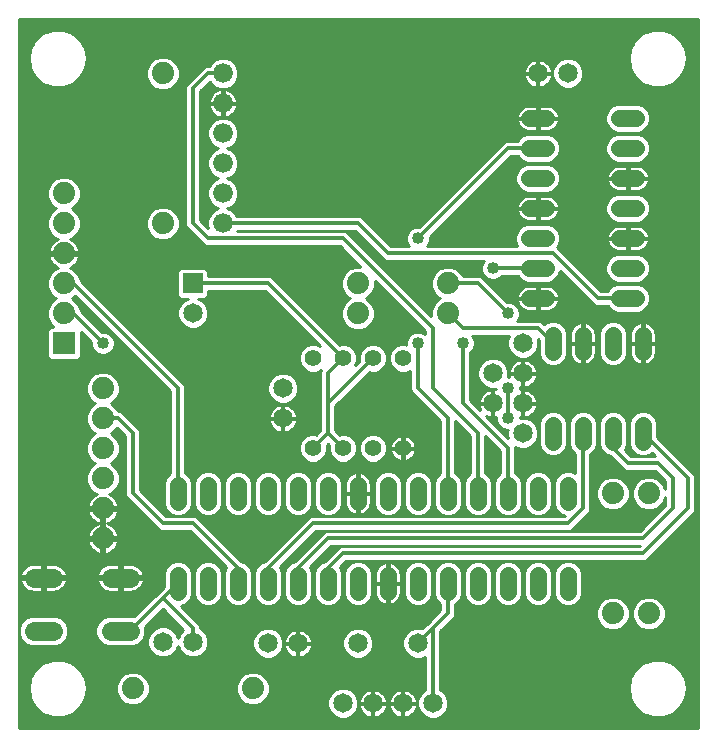
<source format=gbl>
G75*
G70*
%OFA0B0*%
%FSLAX24Y24*%
%IPPOS*%
%LPD*%
%AMOC8*
5,1,8,0,0,1.08239X$1,22.5*
%
%ADD10C,0.0560*%
%ADD11C,0.0650*%
%ADD12C,0.0640*%
%ADD13C,0.0740*%
%ADD14R,0.0740X0.0740*%
%ADD15C,0.0660*%
%ADD16C,0.0560*%
%ADD17R,0.0650X0.0650*%
%ADD18C,0.0100*%
%ADD19C,0.0400*%
%ADD20C,0.0120*%
D10*
X006155Y005375D02*
X006155Y005935D01*
X007155Y005935D02*
X007155Y005375D01*
X008155Y005375D02*
X008155Y005935D01*
X009155Y005935D02*
X009155Y005375D01*
X010155Y005375D02*
X010155Y005935D01*
X011155Y005935D02*
X011155Y005375D01*
X012155Y005375D02*
X012155Y005935D01*
X013155Y005935D02*
X013155Y005375D01*
X014155Y005375D02*
X014155Y005935D01*
X015155Y005935D02*
X015155Y005375D01*
X016155Y005375D02*
X016155Y005935D01*
X017155Y005935D02*
X017155Y005375D01*
X018155Y005375D02*
X018155Y005935D01*
X019155Y005935D02*
X019155Y005375D01*
X019155Y008375D02*
X019155Y008935D01*
X018155Y008935D02*
X018155Y008375D01*
X017155Y008375D02*
X017155Y008935D01*
X016155Y008935D02*
X016155Y008375D01*
X015155Y008375D02*
X015155Y008935D01*
X014155Y008935D02*
X014155Y008375D01*
X013155Y008375D02*
X013155Y008935D01*
X012155Y008935D02*
X012155Y008375D01*
X011155Y008375D02*
X011155Y008935D01*
X010155Y008935D02*
X010155Y008375D01*
X009155Y008375D02*
X009155Y008935D01*
X008155Y008935D02*
X008155Y008375D01*
X007155Y008375D02*
X007155Y008935D01*
X006155Y008935D02*
X006155Y008375D01*
X017875Y015155D02*
X018435Y015155D01*
X018435Y016155D02*
X017875Y016155D01*
X017875Y017155D02*
X018435Y017155D01*
X018435Y018155D02*
X017875Y018155D01*
X017875Y019155D02*
X018435Y019155D01*
X018435Y020155D02*
X017875Y020155D01*
X017875Y021155D02*
X018435Y021155D01*
X020875Y021155D02*
X021435Y021155D01*
X021435Y020155D02*
X020875Y020155D01*
X020875Y019155D02*
X021435Y019155D01*
X021435Y018155D02*
X020875Y018155D01*
X020875Y017155D02*
X021435Y017155D01*
X021435Y016155D02*
X020875Y016155D01*
X020875Y015155D02*
X021435Y015155D01*
X021655Y013935D02*
X021655Y013375D01*
X020655Y013375D02*
X020655Y013935D01*
X019655Y013935D02*
X019655Y013375D01*
X018655Y013375D02*
X018655Y013935D01*
X018655Y010935D02*
X018655Y010375D01*
X019655Y010375D02*
X019655Y010935D01*
X020655Y010935D02*
X020655Y010375D01*
X021655Y010375D02*
X021655Y010935D01*
D11*
X017655Y010655D03*
X017655Y011655D03*
X016655Y011655D03*
X016655Y012655D03*
X017655Y012655D03*
X017655Y013655D03*
X009655Y012155D03*
X009655Y011155D03*
X006655Y014655D03*
X006655Y003705D03*
X005655Y003705D03*
X009155Y003655D03*
X010155Y003655D03*
X011655Y001655D03*
X012655Y001655D03*
X013655Y001655D03*
X014655Y001655D03*
X014155Y003655D03*
X012155Y003655D03*
X018155Y022655D03*
X019155Y022655D03*
D12*
X004555Y005845D02*
X003915Y005845D01*
X003915Y004065D02*
X004555Y004065D01*
X001995Y004065D02*
X001355Y004065D01*
X001355Y005845D02*
X001995Y005845D01*
D13*
X003655Y007155D03*
X003655Y008155D03*
X003655Y009155D03*
X003655Y010155D03*
X003655Y011155D03*
X003655Y012155D03*
X002355Y014655D03*
X002355Y015655D03*
X002355Y016655D03*
X002355Y017655D03*
X002355Y018655D03*
X005655Y017655D03*
X005655Y022655D03*
X012155Y015655D03*
X012155Y014655D03*
X015155Y014655D03*
X015155Y015655D03*
X020655Y008655D03*
X021855Y008655D03*
X021855Y004655D03*
X020655Y004655D03*
X008655Y002155D03*
X004655Y002155D03*
D14*
X002355Y013655D03*
D15*
X007655Y017655D03*
X007655Y018655D03*
X007655Y019655D03*
X007655Y020655D03*
X007655Y021655D03*
X007655Y022655D03*
D16*
X010655Y013155D03*
X011655Y013155D03*
X012655Y013155D03*
X013655Y013155D03*
X013655Y010155D03*
X012655Y010155D03*
X011655Y010155D03*
X010655Y010155D03*
D17*
X006655Y015655D03*
D18*
X000845Y024461D02*
X000845Y000845D01*
X023485Y000845D01*
X023485Y024461D01*
X000845Y024461D01*
X000845Y024404D02*
X023485Y024404D01*
X023485Y024306D02*
X000845Y024306D01*
X000845Y024207D02*
X023485Y024207D01*
X023485Y024108D02*
X022343Y024108D01*
X022324Y024115D02*
X022324Y024115D01*
X022250Y024115D01*
X022155Y024115D01*
X022117Y024115D01*
X022060Y024115D01*
X021986Y024115D01*
X021986Y024115D01*
X021668Y023999D01*
X021668Y023999D01*
X021408Y023782D01*
X021408Y023782D01*
X021408Y023782D01*
X021239Y023489D01*
X021239Y023488D01*
X021180Y023155D01*
X021239Y022822D01*
X021239Y022822D01*
X021408Y022529D01*
X021408Y022529D01*
X021668Y022311D01*
X021986Y022195D01*
X022060Y022195D01*
X022155Y022195D01*
X022250Y022195D01*
X022324Y022195D01*
X022642Y022311D01*
X022902Y022529D01*
X023071Y022822D01*
X023130Y023155D01*
X023130Y023155D01*
X023071Y023488D01*
X023071Y023489D01*
X022902Y023782D01*
X022642Y023999D01*
X022324Y024115D01*
X021968Y024108D02*
X002343Y024108D01*
X002324Y024115D02*
X002324Y024115D01*
X002155Y024115D01*
X002060Y024115D01*
X001986Y024115D01*
X001668Y023999D01*
X001668Y023999D01*
X001408Y023782D01*
X001408Y023782D01*
X001408Y023782D01*
X001239Y023489D01*
X001239Y023488D01*
X001180Y023155D01*
X001239Y022822D01*
X001239Y022822D01*
X001408Y022529D01*
X001408Y022529D01*
X001668Y022311D01*
X001986Y022195D01*
X002060Y022195D01*
X002155Y022195D01*
X002324Y022195D01*
X002324Y022195D01*
X002642Y022311D01*
X002643Y022311D01*
X002902Y022529D01*
X003071Y022822D01*
X003130Y023155D01*
X003130Y023155D01*
X003071Y023488D01*
X003071Y023489D01*
X002902Y023782D01*
X002642Y023999D01*
X002324Y024115D01*
X002613Y024010D02*
X021697Y024010D01*
X021563Y023911D02*
X002747Y023911D01*
X002642Y023999D02*
X002642Y023999D01*
X002865Y023813D02*
X021446Y023813D01*
X021369Y023714D02*
X002941Y023714D01*
X002902Y023782D02*
X002902Y023782D01*
X002998Y023616D02*
X021313Y023616D01*
X021256Y023517D02*
X003055Y023517D01*
X003083Y023419D02*
X021227Y023419D01*
X021209Y023320D02*
X003101Y023320D01*
X003118Y023222D02*
X021192Y023222D01*
X021180Y023155D02*
X021180Y023155D01*
X021186Y023123D02*
X019371Y023123D01*
X019447Y023092D02*
X019258Y023170D01*
X019053Y023170D01*
X018863Y023092D01*
X018719Y022947D01*
X018640Y022758D01*
X018640Y022553D01*
X018719Y022363D01*
X018863Y022219D01*
X019053Y022140D01*
X019258Y022140D01*
X019447Y022219D01*
X019592Y022363D01*
X019670Y022553D01*
X019670Y022758D01*
X019592Y022947D01*
X019447Y023092D01*
X019514Y023024D02*
X021203Y023024D01*
X021221Y022926D02*
X019600Y022926D01*
X019641Y022827D02*
X021238Y022827D01*
X021293Y022729D02*
X019670Y022729D01*
X019670Y022630D02*
X021350Y022630D01*
X021407Y022532D02*
X019661Y022532D01*
X019621Y022433D02*
X021522Y022433D01*
X021639Y022335D02*
X019563Y022335D01*
X019464Y022236D02*
X021873Y022236D01*
X021986Y022195D02*
X021986Y022195D01*
X021668Y022311D02*
X021668Y022311D01*
X021529Y021625D02*
X021701Y021554D01*
X021834Y021421D01*
X021905Y021249D01*
X021905Y021062D01*
X021834Y020889D01*
X021701Y020757D01*
X021529Y020685D01*
X020782Y020685D01*
X020609Y020757D01*
X020477Y020889D01*
X020405Y021062D01*
X020405Y021249D01*
X020477Y021421D01*
X020609Y021554D01*
X020782Y021625D01*
X021529Y021625D01*
X021709Y021546D02*
X023485Y021546D01*
X023485Y021448D02*
X021807Y021448D01*
X021863Y021349D02*
X023485Y021349D01*
X023485Y021251D02*
X021904Y021251D01*
X021905Y021152D02*
X023485Y021152D01*
X023485Y021054D02*
X021902Y021054D01*
X021861Y020955D02*
X023485Y020955D01*
X023485Y020856D02*
X021801Y020856D01*
X021703Y020758D02*
X023485Y020758D01*
X023485Y020659D02*
X008175Y020659D01*
X008175Y020561D02*
X017627Y020561D01*
X017609Y020554D02*
X017477Y020421D01*
X017470Y020405D01*
X017105Y020405D01*
X017014Y020367D01*
X016943Y020297D01*
X014192Y017545D01*
X014078Y017545D01*
X013934Y017486D01*
X013824Y017376D01*
X013765Y017233D01*
X013765Y017078D01*
X013824Y016934D01*
X013854Y016905D01*
X013259Y016905D01*
X012367Y017797D01*
X012297Y017867D01*
X012205Y017905D01*
X008114Y017905D01*
X008096Y017950D01*
X007950Y018096D01*
X007807Y018155D01*
X007950Y018214D01*
X008096Y018361D01*
X008175Y018552D01*
X008175Y018759D01*
X008096Y018950D01*
X007950Y019096D01*
X007807Y019155D01*
X007950Y019214D01*
X008096Y019361D01*
X008175Y019552D01*
X008175Y019759D01*
X008096Y019950D01*
X007950Y020096D01*
X007807Y020155D01*
X007950Y020214D01*
X008096Y020361D01*
X008175Y020552D01*
X008175Y020759D01*
X008096Y020950D01*
X007950Y021096D01*
X007759Y021175D01*
X007552Y021175D01*
X007361Y021096D01*
X007214Y020950D01*
X007135Y020759D01*
X007135Y020552D01*
X007214Y020361D01*
X007361Y020214D01*
X007503Y020155D01*
X007361Y020096D01*
X007214Y019950D01*
X007135Y019759D01*
X007135Y019552D01*
X007214Y019361D01*
X007361Y019214D01*
X007503Y019155D01*
X007361Y019096D01*
X007214Y018950D01*
X007135Y018759D01*
X007135Y018552D01*
X007214Y018361D01*
X007361Y018214D01*
X007503Y018155D01*
X007361Y018096D01*
X007214Y017950D01*
X007135Y017759D01*
X007135Y017552D01*
X007151Y017512D01*
X006905Y017759D01*
X006905Y022052D01*
X007214Y022361D01*
X007214Y022361D01*
X007361Y022214D01*
X007552Y022135D01*
X007759Y022135D01*
X007950Y022214D01*
X008096Y022361D01*
X008175Y022552D01*
X008175Y022759D01*
X008096Y022950D01*
X007950Y023096D01*
X007759Y023175D01*
X007552Y023175D01*
X007361Y023096D01*
X007214Y022950D01*
X007196Y022905D01*
X007105Y022905D01*
X007014Y022867D01*
X006943Y022797D01*
X006443Y022297D01*
X006405Y022205D01*
X006405Y022105D01*
X006405Y017605D01*
X006443Y017514D01*
X006514Y017443D01*
X007014Y016943D01*
X007105Y016905D01*
X007205Y016905D01*
X011552Y016905D01*
X012242Y016215D01*
X012044Y016215D01*
X011838Y016130D01*
X011680Y015972D01*
X011595Y015766D01*
X011595Y015544D01*
X011680Y015338D01*
X009826Y015338D01*
X009924Y015240D02*
X011779Y015240D01*
X011838Y015180D02*
X011899Y015155D01*
X011838Y015130D01*
X011680Y014972D01*
X011595Y014766D01*
X011595Y014544D01*
X011680Y014338D01*
X011838Y014180D01*
X012044Y014095D01*
X012266Y014095D01*
X012472Y014180D01*
X012630Y014338D01*
X012715Y014544D01*
X012715Y014766D01*
X012630Y014972D01*
X012472Y015130D01*
X012411Y015155D01*
X012472Y015180D01*
X012630Y015338D01*
X013119Y015338D01*
X013217Y015240D02*
X012531Y015240D01*
X012445Y015141D02*
X013316Y015141D01*
X013414Y015042D02*
X012560Y015042D01*
X012642Y014944D02*
X013513Y014944D01*
X013611Y014845D02*
X012682Y014845D01*
X012715Y014747D02*
X013710Y014747D01*
X013808Y014648D02*
X012715Y014648D01*
X012715Y014550D02*
X013907Y014550D01*
X014006Y014451D02*
X012677Y014451D01*
X012636Y014353D02*
X014104Y014353D01*
X014203Y014254D02*
X012546Y014254D01*
X012412Y014156D02*
X014301Y014156D01*
X014233Y014045D02*
X014078Y014045D01*
X013934Y013986D01*
X013824Y013876D01*
X013765Y013733D01*
X013765Y013618D01*
X013749Y013625D01*
X013562Y013625D01*
X013389Y013554D01*
X013257Y013421D01*
X013185Y013249D01*
X013185Y013062D01*
X013257Y012889D01*
X013389Y012757D01*
X013562Y012685D01*
X013749Y012685D01*
X013905Y012750D01*
X013905Y012105D01*
X013943Y012014D01*
X014014Y011943D01*
X014905Y011052D01*
X014905Y009340D01*
X014889Y009334D01*
X014757Y009201D01*
X014685Y009029D01*
X014685Y008282D01*
X014757Y008109D01*
X014889Y007977D01*
X015062Y007905D01*
X015249Y007905D01*
X015421Y007977D01*
X015554Y008109D01*
X015625Y008282D01*
X015625Y009029D01*
X015554Y009201D01*
X015421Y009334D01*
X015405Y009340D01*
X015405Y011052D01*
X015905Y010552D01*
X015905Y009340D01*
X015889Y009334D01*
X015757Y009201D01*
X015685Y009029D01*
X015685Y008282D01*
X015757Y008109D01*
X015889Y007977D01*
X016062Y007905D01*
X016249Y007905D01*
X016421Y007977D01*
X016554Y008109D01*
X016625Y008282D01*
X016625Y009029D01*
X016554Y009201D01*
X016421Y009334D01*
X016405Y009340D01*
X016405Y010552D01*
X016905Y010052D01*
X016905Y009340D01*
X016889Y009334D01*
X016757Y009201D01*
X016685Y009029D01*
X016685Y008282D01*
X016757Y008109D01*
X016889Y007977D01*
X017062Y007905D01*
X017249Y007905D01*
X017421Y007977D01*
X017554Y008109D01*
X017625Y008282D01*
X017625Y009029D01*
X017554Y009201D01*
X017421Y009334D01*
X017405Y009340D01*
X017405Y010105D01*
X017405Y010201D01*
X017553Y010140D01*
X017758Y010140D01*
X017947Y010219D01*
X018092Y010363D01*
X018170Y010553D01*
X018170Y010758D01*
X018092Y010947D01*
X017947Y011092D01*
X017758Y011170D01*
X017553Y011170D01*
X017545Y011167D01*
X017545Y011192D01*
X017618Y011180D01*
X017636Y011180D01*
X017636Y011636D01*
X017674Y011636D01*
X017674Y011180D01*
X017692Y011180D01*
X017766Y011192D01*
X017837Y011215D01*
X017904Y011249D01*
X017965Y011293D01*
X018017Y011346D01*
X018061Y011406D01*
X018095Y011473D01*
X018118Y011544D01*
X018130Y011618D01*
X018130Y011636D01*
X017674Y011636D01*
X017674Y011674D01*
X017636Y011674D01*
X017636Y012130D01*
X017618Y012130D01*
X017545Y012119D01*
X017545Y012192D01*
X017618Y012180D01*
X017636Y012180D01*
X017636Y012636D01*
X017180Y012636D01*
X017180Y012618D01*
X017192Y012545D01*
X017167Y012545D01*
X017170Y012553D01*
X017170Y012758D01*
X017092Y012947D01*
X016947Y013092D01*
X016758Y013170D01*
X016553Y013170D01*
X016363Y013092D01*
X016219Y012947D01*
X016140Y012758D01*
X016140Y012553D01*
X016219Y012363D01*
X016363Y012219D01*
X016553Y012140D01*
X016758Y012140D01*
X016765Y012143D01*
X016765Y012119D01*
X016692Y012130D01*
X016674Y012130D01*
X016674Y011674D01*
X016636Y011674D01*
X016636Y011636D01*
X016180Y011636D01*
X016180Y011618D01*
X016192Y011544D01*
X016215Y011473D01*
X016240Y011424D01*
X015905Y011759D01*
X015905Y013354D01*
X015986Y013434D01*
X016045Y013578D01*
X016045Y013733D01*
X015986Y013876D01*
X015957Y013905D01*
X017201Y013905D01*
X017140Y013758D01*
X017140Y013553D01*
X017219Y013363D01*
X017363Y013219D01*
X017553Y013140D01*
X017758Y013140D01*
X017947Y013219D01*
X018092Y013363D01*
X018170Y013553D01*
X018170Y013758D01*
X018149Y013807D01*
X018185Y013772D01*
X018185Y013282D01*
X018257Y013109D01*
X018389Y012977D01*
X018562Y012905D01*
X018749Y012905D01*
X018921Y012977D01*
X019054Y013109D01*
X019125Y013282D01*
X019125Y014029D01*
X019054Y014201D01*
X018921Y014334D01*
X018749Y014405D01*
X018562Y014405D01*
X018389Y014334D01*
X018359Y014304D01*
X018297Y014367D01*
X018205Y014405D01*
X017457Y014405D01*
X017486Y014434D01*
X017545Y014578D01*
X017545Y014733D01*
X017486Y014876D01*
X017376Y014986D01*
X017233Y015045D01*
X017119Y015045D01*
X016297Y015867D01*
X016205Y015905D01*
X016105Y015905D01*
X015658Y015905D01*
X015630Y015972D01*
X015472Y016130D01*
X015266Y016215D01*
X015044Y016215D01*
X014838Y016130D01*
X014680Y015972D01*
X014595Y015766D01*
X014595Y015544D01*
X014680Y015338D01*
X013826Y015338D01*
X013924Y015240D02*
X014779Y015240D01*
X014838Y015180D02*
X014680Y015338D01*
X014639Y015437D02*
X013727Y015437D01*
X013629Y015535D02*
X014599Y015535D01*
X014595Y015634D02*
X013530Y015634D01*
X013431Y015732D02*
X014595Y015732D01*
X014622Y015831D02*
X013333Y015831D01*
X013234Y015929D02*
X014663Y015929D01*
X014736Y016028D02*
X013136Y016028D01*
X013037Y016126D02*
X014834Y016126D01*
X015476Y016126D02*
X016265Y016126D01*
X016265Y016078D02*
X016265Y016233D01*
X016324Y016376D01*
X016354Y016405D01*
X013205Y016405D01*
X013105Y016405D01*
X013014Y016443D01*
X012052Y017405D01*
X008114Y017405D01*
X008114Y017405D01*
X011705Y017405D01*
X011797Y017367D01*
X011867Y017297D01*
X014595Y014569D01*
X014595Y014766D01*
X014680Y014972D01*
X014838Y015130D01*
X014899Y015155D01*
X014838Y015180D01*
X014865Y015141D02*
X014023Y015141D01*
X014121Y015042D02*
X014750Y015042D01*
X014669Y014944D02*
X014220Y014944D01*
X014318Y014845D02*
X014628Y014845D01*
X014595Y014747D02*
X014417Y014747D01*
X014515Y014648D02*
X014595Y014648D01*
X014400Y014057D02*
X011107Y014057D01*
X011205Y013958D02*
X013907Y013958D01*
X013818Y013860D02*
X011304Y013860D01*
X011402Y013761D02*
X013777Y013761D01*
X013765Y013663D02*
X011501Y013663D01*
X011545Y013618D02*
X009297Y015867D01*
X009205Y015905D01*
X009105Y015905D01*
X007170Y015905D01*
X007170Y016059D01*
X007059Y016170D01*
X006251Y016170D01*
X006140Y016059D01*
X006140Y015251D01*
X006251Y015140D01*
X006480Y015140D01*
X006363Y015092D01*
X006219Y014947D01*
X006140Y014758D01*
X006140Y014553D01*
X006219Y014363D01*
X006363Y014219D01*
X006553Y014140D01*
X006758Y014140D01*
X006947Y014219D01*
X007092Y014363D01*
X007170Y014553D01*
X007170Y014758D01*
X007092Y014947D01*
X006947Y015092D01*
X006830Y015140D01*
X007059Y015140D01*
X007170Y015251D01*
X007170Y015405D01*
X009052Y015405D01*
X010890Y013566D01*
X010749Y013625D01*
X010562Y013625D01*
X010389Y013554D01*
X010257Y013421D01*
X010185Y013249D01*
X010185Y013062D01*
X010257Y012889D01*
X010389Y012757D01*
X010562Y012685D01*
X010749Y012685D01*
X010921Y012757D01*
X010930Y012766D01*
X010905Y012705D01*
X010905Y012605D01*
X010905Y011705D01*
X010905Y010759D01*
X010765Y010618D01*
X010749Y010625D01*
X010562Y010625D01*
X010389Y010554D01*
X010257Y010421D01*
X010185Y010249D01*
X010185Y010062D01*
X010257Y009889D01*
X010389Y009757D01*
X010562Y009685D01*
X010749Y009685D01*
X010921Y009757D01*
X011054Y009889D01*
X011125Y010062D01*
X011125Y010249D01*
X011118Y010265D01*
X011155Y010302D01*
X011192Y010265D01*
X011185Y010249D01*
X011185Y010062D01*
X011257Y009889D01*
X011389Y009757D01*
X011562Y009685D01*
X011749Y009685D01*
X011921Y009757D01*
X012054Y009889D01*
X012125Y010062D01*
X012125Y010249D01*
X012054Y010421D01*
X011921Y010554D01*
X011749Y010625D01*
X011562Y010625D01*
X011545Y010618D01*
X011405Y010759D01*
X011405Y011552D01*
X012545Y012692D01*
X012562Y012685D01*
X012749Y012685D01*
X012921Y012757D01*
X013054Y012889D01*
X013125Y013062D01*
X013125Y013249D01*
X013054Y013421D01*
X012921Y013554D01*
X012749Y013625D01*
X012562Y013625D01*
X012389Y013554D01*
X012257Y013421D01*
X012185Y013249D01*
X012185Y013062D01*
X012192Y013045D01*
X012066Y012920D01*
X012125Y013062D01*
X012125Y013249D01*
X012054Y013421D01*
X011921Y013554D01*
X011749Y013625D01*
X011562Y013625D01*
X011545Y013618D01*
X011895Y013564D02*
X012415Y013564D01*
X012301Y013466D02*
X012009Y013466D01*
X012076Y013367D02*
X012234Y013367D01*
X012193Y013269D02*
X012117Y013269D01*
X012125Y013170D02*
X012185Y013170D01*
X012185Y013072D02*
X012125Y013072D01*
X012120Y012973D02*
X012088Y012973D01*
X012432Y012579D02*
X013905Y012579D01*
X013905Y012677D02*
X012531Y012677D01*
X012334Y012480D02*
X013905Y012480D01*
X013905Y012382D02*
X012235Y012382D01*
X012137Y012283D02*
X013905Y012283D01*
X013905Y012185D02*
X012038Y012185D01*
X011940Y012086D02*
X013913Y012086D01*
X013969Y011988D02*
X011841Y011988D01*
X011743Y011889D02*
X014068Y011889D01*
X014166Y011791D02*
X011644Y011791D01*
X011545Y011692D02*
X014265Y011692D01*
X014363Y011593D02*
X011447Y011593D01*
X011405Y011495D02*
X014462Y011495D01*
X014560Y011396D02*
X011405Y011396D01*
X011405Y011298D02*
X014659Y011298D01*
X014757Y011199D02*
X011405Y011199D01*
X011405Y011101D02*
X014856Y011101D01*
X014905Y011002D02*
X011405Y011002D01*
X011405Y010904D02*
X014905Y010904D01*
X014905Y010805D02*
X011405Y010805D01*
X011457Y010707D02*
X014905Y010707D01*
X014905Y010608D02*
X012790Y010608D01*
X012749Y010625D02*
X012562Y010625D01*
X012389Y010554D01*
X012257Y010421D01*
X012185Y010249D01*
X012185Y010062D01*
X012257Y009889D01*
X012389Y009757D01*
X012562Y009685D01*
X012749Y009685D01*
X012921Y009757D01*
X013054Y009889D01*
X013125Y010062D01*
X013125Y010249D01*
X013054Y010421D01*
X012921Y010554D01*
X012749Y010625D01*
X012520Y010608D02*
X011790Y010608D01*
X011965Y010509D02*
X012345Y010509D01*
X012252Y010411D02*
X012058Y010411D01*
X012099Y010312D02*
X012212Y010312D01*
X012185Y010214D02*
X012125Y010214D01*
X012125Y010115D02*
X012185Y010115D01*
X012204Y010017D02*
X012106Y010017D01*
X012066Y009918D02*
X012244Y009918D01*
X012326Y009820D02*
X011984Y009820D01*
X011835Y009721D02*
X012475Y009721D01*
X012835Y009721D02*
X014905Y009721D01*
X014905Y009623D02*
X006405Y009623D01*
X006405Y009721D02*
X010475Y009721D01*
X010326Y009820D02*
X006405Y009820D01*
X006405Y009918D02*
X010244Y009918D01*
X010204Y010017D02*
X006405Y010017D01*
X006405Y010115D02*
X010185Y010115D01*
X010185Y010214D02*
X006405Y010214D01*
X006405Y010312D02*
X010212Y010312D01*
X010252Y010411D02*
X006405Y010411D01*
X006405Y010509D02*
X010345Y010509D01*
X010520Y010608D02*
X006405Y010608D01*
X006405Y010707D02*
X009499Y010707D01*
X009473Y010715D02*
X009544Y010692D01*
X009618Y010680D01*
X009636Y010680D01*
X009636Y011136D01*
X009180Y011136D01*
X009180Y011118D01*
X009192Y011044D01*
X009215Y010973D01*
X009249Y010906D01*
X009293Y010846D01*
X009346Y010793D01*
X009406Y010749D01*
X009473Y010715D01*
X009636Y010707D02*
X009674Y010707D01*
X009674Y010680D02*
X009692Y010680D01*
X009766Y010692D01*
X009837Y010715D01*
X009904Y010749D01*
X009965Y010793D01*
X010017Y010846D01*
X010061Y010906D01*
X010095Y010973D01*
X010118Y011044D01*
X010130Y011118D01*
X010130Y011136D01*
X009674Y011136D01*
X009674Y010680D01*
X009674Y010805D02*
X009636Y010805D01*
X009636Y010904D02*
X009674Y010904D01*
X009674Y011002D02*
X009636Y011002D01*
X009636Y011101D02*
X009674Y011101D01*
X009674Y011136D02*
X009636Y011136D01*
X009636Y011174D01*
X009180Y011174D01*
X009180Y011192D01*
X009192Y011266D01*
X009215Y011337D01*
X009249Y011404D01*
X009293Y011465D01*
X009346Y011517D01*
X009406Y011561D01*
X009473Y011595D01*
X009544Y011618D01*
X009618Y011630D01*
X009636Y011630D01*
X009636Y011174D01*
X009674Y011174D01*
X009674Y011630D01*
X009692Y011630D01*
X009766Y011618D01*
X009837Y011595D01*
X009904Y011561D01*
X009965Y011517D01*
X010017Y011465D01*
X010061Y011404D01*
X010095Y011337D01*
X010118Y011266D01*
X010130Y011192D01*
X010130Y011174D01*
X009674Y011174D01*
X009674Y011136D01*
X009674Y011199D02*
X009636Y011199D01*
X009636Y011298D02*
X009674Y011298D01*
X009674Y011396D02*
X009636Y011396D01*
X009636Y011495D02*
X009674Y011495D01*
X009674Y011593D02*
X009636Y011593D01*
X009553Y011640D02*
X009758Y011640D01*
X009947Y011719D01*
X010092Y011863D01*
X010170Y012053D01*
X010170Y012258D01*
X010092Y012447D01*
X009947Y012592D01*
X009758Y012670D01*
X009553Y012670D01*
X009363Y012592D01*
X009219Y012447D01*
X009140Y012258D01*
X009140Y012053D01*
X009219Y011863D01*
X009363Y011719D01*
X009553Y011640D01*
X009469Y011593D02*
X006405Y011593D01*
X006405Y011495D02*
X009323Y011495D01*
X009245Y011396D02*
X006405Y011396D01*
X006405Y011298D02*
X009202Y011298D01*
X009181Y011199D02*
X006405Y011199D01*
X006405Y011101D02*
X009183Y011101D01*
X009205Y011002D02*
X006405Y011002D01*
X006405Y010904D02*
X009251Y010904D01*
X009333Y010805D02*
X006405Y010805D01*
X005905Y010805D02*
X004859Y010805D01*
X004867Y010797D02*
X004367Y011297D01*
X004297Y011367D01*
X004205Y011405D01*
X004158Y011405D01*
X004130Y011472D01*
X003972Y011630D01*
X003911Y011655D01*
X003972Y011680D01*
X004130Y011838D01*
X004215Y012044D01*
X004215Y012266D01*
X004130Y012472D01*
X003972Y012630D01*
X003766Y012715D01*
X003544Y012715D01*
X003338Y012630D01*
X003180Y012472D01*
X003095Y012266D01*
X003095Y012044D01*
X003180Y011838D01*
X003338Y011680D01*
X003399Y011655D01*
X003338Y011630D01*
X003180Y011472D01*
X003095Y011266D01*
X003095Y011044D01*
X003180Y010838D01*
X003338Y010680D01*
X003399Y010655D01*
X003338Y010630D01*
X003180Y010472D01*
X003095Y010266D01*
X003095Y010044D01*
X003180Y009838D01*
X003338Y009680D01*
X003399Y009655D01*
X003338Y009630D01*
X003180Y009472D01*
X003095Y009266D01*
X003095Y009044D01*
X003180Y008838D01*
X003338Y008680D01*
X003450Y008634D01*
X003383Y008600D01*
X003316Y008552D01*
X003258Y008494D01*
X003210Y008428D01*
X003173Y008355D01*
X003148Y008277D01*
X003137Y008205D01*
X003605Y008205D01*
X003605Y008105D01*
X003137Y008105D01*
X003148Y008033D01*
X003173Y007955D01*
X003210Y007883D01*
X003258Y007816D01*
X003316Y007758D01*
X003383Y007710D01*
X003455Y007673D01*
X003511Y007655D01*
X003455Y007637D01*
X003383Y007600D01*
X003316Y007552D01*
X003258Y007494D01*
X003210Y007428D01*
X003173Y007355D01*
X003148Y007277D01*
X003137Y007205D01*
X003605Y007205D01*
X003605Y007105D01*
X003705Y007105D01*
X003705Y006637D01*
X003777Y006648D01*
X003855Y006673D01*
X003928Y006710D01*
X003994Y006758D01*
X004052Y006816D01*
X004100Y006883D01*
X004137Y006955D01*
X004162Y007033D01*
X004174Y007105D01*
X003705Y007105D01*
X003705Y007205D01*
X004174Y007205D01*
X004162Y007277D01*
X004137Y007355D01*
X004100Y007428D01*
X004052Y007494D01*
X003994Y007552D01*
X003928Y007600D01*
X003855Y007637D01*
X003799Y007655D01*
X003855Y007673D01*
X003928Y007710D01*
X003994Y007758D01*
X004052Y007816D01*
X004100Y007883D01*
X004137Y007955D01*
X004162Y008033D01*
X004174Y008105D01*
X003705Y008105D01*
X003705Y007674D01*
X003705Y007205D01*
X003605Y007205D01*
X003605Y007637D01*
X003605Y008105D01*
X003705Y008105D01*
X003705Y008205D01*
X004174Y008205D01*
X004162Y008277D01*
X004137Y008355D01*
X004100Y008428D01*
X004052Y008494D01*
X003994Y008552D01*
X003928Y008600D01*
X003860Y008634D01*
X003972Y008680D01*
X004130Y008838D01*
X004215Y009044D01*
X004215Y009266D01*
X004130Y009472D01*
X003972Y009630D01*
X003911Y009655D01*
X003972Y009680D01*
X004130Y009838D01*
X004215Y010044D01*
X004215Y010266D01*
X004130Y010472D01*
X003972Y010630D01*
X003911Y010655D01*
X003972Y010680D01*
X004124Y010832D01*
X004405Y010552D01*
X004405Y008605D01*
X004443Y008514D01*
X004514Y008443D01*
X005514Y007443D01*
X005605Y007405D01*
X005705Y007405D01*
X006552Y007405D01*
X007756Y006200D01*
X007685Y006029D01*
X007685Y005282D01*
X007757Y005109D01*
X007889Y004977D01*
X008062Y004905D01*
X008249Y004905D01*
X008421Y004977D01*
X008554Y005109D01*
X008625Y005282D01*
X008625Y006029D01*
X008554Y006201D01*
X008421Y006334D01*
X008266Y006398D01*
X006867Y007797D01*
X006797Y007867D01*
X006705Y007905D01*
X005759Y007905D01*
X004905Y008759D01*
X004905Y010605D01*
X004905Y010705D01*
X004867Y010797D01*
X004904Y010707D02*
X005905Y010707D01*
X005905Y010608D02*
X004905Y010608D01*
X004905Y010509D02*
X005905Y010509D01*
X005905Y010411D02*
X004905Y010411D01*
X004905Y010312D02*
X005905Y010312D01*
X005905Y010214D02*
X004905Y010214D01*
X004905Y010115D02*
X005905Y010115D01*
X005905Y010017D02*
X004905Y010017D01*
X004905Y009918D02*
X005905Y009918D01*
X005905Y009820D02*
X004905Y009820D01*
X004905Y009721D02*
X005905Y009721D01*
X005905Y009623D02*
X004905Y009623D01*
X004905Y009524D02*
X005905Y009524D01*
X005905Y009425D02*
X004905Y009425D01*
X004905Y009327D02*
X005882Y009327D01*
X005889Y009334D02*
X005757Y009201D01*
X005685Y009029D01*
X005685Y008282D01*
X005757Y008109D01*
X005889Y007977D01*
X006062Y007905D01*
X006249Y007905D01*
X006421Y007977D01*
X006554Y008109D01*
X006625Y008282D01*
X006625Y009029D01*
X006554Y009201D01*
X006421Y009334D01*
X006405Y009340D01*
X006405Y012105D01*
X006405Y012205D01*
X006367Y012297D01*
X002915Y015749D01*
X002915Y015766D01*
X002830Y015972D01*
X002672Y016130D01*
X002560Y016176D01*
X002628Y016210D01*
X002694Y016258D01*
X002752Y016316D01*
X002800Y016383D01*
X002837Y016455D01*
X002862Y016533D01*
X002874Y016605D01*
X002405Y016605D01*
X002405Y016705D01*
X002874Y016705D01*
X002862Y016777D01*
X002837Y016855D01*
X002800Y016928D01*
X002752Y016994D01*
X002694Y017052D01*
X002628Y017100D01*
X002560Y017134D01*
X002672Y017180D01*
X002830Y017338D01*
X002915Y017544D01*
X002915Y017766D01*
X002830Y017972D01*
X002672Y018130D01*
X002611Y018155D01*
X002672Y018180D01*
X002830Y018338D01*
X002915Y018544D01*
X002915Y018766D01*
X002830Y018972D01*
X002672Y019130D01*
X002466Y019215D01*
X002244Y019215D01*
X002038Y019130D01*
X001880Y018972D01*
X001795Y018766D01*
X001795Y018544D01*
X001880Y018338D01*
X002038Y018180D01*
X002099Y018155D01*
X002038Y018130D01*
X001880Y017972D01*
X001795Y017766D01*
X001795Y017544D01*
X001880Y017338D01*
X002038Y017180D01*
X002150Y017134D01*
X002083Y017100D01*
X002016Y017052D01*
X001958Y016994D01*
X001910Y016928D01*
X001873Y016855D01*
X001848Y016777D01*
X001837Y016705D01*
X002305Y016705D01*
X002305Y016605D01*
X001837Y016605D01*
X001848Y016533D01*
X001873Y016455D01*
X001910Y016383D01*
X001958Y016316D01*
X002016Y016258D01*
X002083Y016210D01*
X002150Y016176D01*
X002038Y016130D01*
X001880Y015972D01*
X001795Y015766D01*
X001795Y015544D01*
X001880Y015338D01*
X000845Y015338D01*
X000845Y015240D02*
X001979Y015240D01*
X002038Y015180D02*
X002099Y015155D01*
X002038Y015130D01*
X001880Y014972D01*
X001795Y014766D01*
X001795Y014544D01*
X001880Y014338D01*
X002003Y014215D01*
X001906Y014215D01*
X001795Y014104D01*
X001795Y013206D01*
X001906Y013095D01*
X002804Y013095D01*
X002915Y013206D01*
X002915Y014042D01*
X003265Y013692D01*
X003265Y013578D01*
X003324Y013434D01*
X003434Y013324D01*
X003578Y013265D01*
X003733Y013265D01*
X003876Y013324D01*
X003986Y013434D01*
X004045Y013578D01*
X004045Y013733D01*
X003986Y013876D01*
X003876Y013986D01*
X003733Y014045D01*
X003619Y014045D01*
X002915Y014749D01*
X002915Y014766D01*
X002830Y014972D01*
X002672Y015130D01*
X002611Y015155D01*
X002672Y015180D01*
X002724Y015232D01*
X005905Y012052D01*
X005905Y009340D01*
X005889Y009334D01*
X005784Y009228D02*
X004905Y009228D01*
X004905Y009130D02*
X005727Y009130D01*
X005686Y009031D02*
X004905Y009031D01*
X004905Y008933D02*
X005685Y008933D01*
X005685Y008834D02*
X004905Y008834D01*
X004928Y008736D02*
X005685Y008736D01*
X005685Y008637D02*
X005027Y008637D01*
X005125Y008539D02*
X005685Y008539D01*
X005685Y008440D02*
X005224Y008440D01*
X005322Y008341D02*
X005685Y008341D01*
X005701Y008243D02*
X005421Y008243D01*
X005519Y008144D02*
X005742Y008144D01*
X005820Y008046D02*
X005618Y008046D01*
X005716Y007947D02*
X005960Y007947D01*
X006350Y007947D02*
X006960Y007947D01*
X006889Y007977D02*
X007062Y007905D01*
X007249Y007905D01*
X007421Y007977D01*
X007554Y008109D01*
X007625Y008282D01*
X007625Y009029D01*
X007554Y009201D01*
X007421Y009334D01*
X007249Y009405D01*
X007062Y009405D01*
X006889Y009334D01*
X006757Y009201D01*
X006685Y009029D01*
X006685Y008282D01*
X006757Y008109D01*
X006889Y007977D01*
X006820Y008046D02*
X006491Y008046D01*
X006568Y008144D02*
X006742Y008144D01*
X006701Y008243D02*
X006609Y008243D01*
X006625Y008341D02*
X006685Y008341D01*
X006685Y008440D02*
X006625Y008440D01*
X006625Y008539D02*
X006685Y008539D01*
X006685Y008637D02*
X006625Y008637D01*
X006625Y008736D02*
X006685Y008736D01*
X006685Y008834D02*
X006625Y008834D01*
X006625Y008933D02*
X006685Y008933D01*
X006686Y009031D02*
X006624Y009031D01*
X006583Y009130D02*
X006727Y009130D01*
X006784Y009228D02*
X006526Y009228D01*
X006428Y009327D02*
X006882Y009327D01*
X006405Y009425D02*
X014905Y009425D01*
X014905Y009524D02*
X006405Y009524D01*
X007428Y009327D02*
X007882Y009327D01*
X007889Y009334D02*
X007757Y009201D01*
X007685Y009029D01*
X007685Y008282D01*
X007757Y008109D01*
X007889Y007977D01*
X008062Y007905D01*
X008249Y007905D01*
X008421Y007977D01*
X008554Y008109D01*
X008625Y008282D01*
X008625Y009029D01*
X008554Y009201D01*
X008421Y009334D01*
X008249Y009405D01*
X008062Y009405D01*
X007889Y009334D01*
X007784Y009228D02*
X007526Y009228D01*
X007583Y009130D02*
X007727Y009130D01*
X007686Y009031D02*
X007624Y009031D01*
X007625Y008933D02*
X007685Y008933D01*
X007685Y008834D02*
X007625Y008834D01*
X007625Y008736D02*
X007685Y008736D01*
X007685Y008637D02*
X007625Y008637D01*
X007625Y008539D02*
X007685Y008539D01*
X007685Y008440D02*
X007625Y008440D01*
X007625Y008341D02*
X007685Y008341D01*
X007701Y008243D02*
X007609Y008243D01*
X007568Y008144D02*
X007742Y008144D01*
X007820Y008046D02*
X007491Y008046D01*
X007350Y007947D02*
X007960Y007947D01*
X008350Y007947D02*
X008960Y007947D01*
X008889Y007977D02*
X009062Y007905D01*
X009249Y007905D01*
X009421Y007977D01*
X009554Y008109D01*
X009625Y008282D01*
X009625Y009029D01*
X009554Y009201D01*
X009421Y009334D01*
X009249Y009405D01*
X009062Y009405D01*
X008889Y009334D01*
X008757Y009201D01*
X008685Y009029D01*
X008685Y008282D01*
X008757Y008109D01*
X008889Y007977D01*
X008820Y008046D02*
X008491Y008046D01*
X008568Y008144D02*
X008742Y008144D01*
X008701Y008243D02*
X008609Y008243D01*
X008625Y008341D02*
X008685Y008341D01*
X008685Y008440D02*
X008625Y008440D01*
X008625Y008539D02*
X008685Y008539D01*
X008685Y008637D02*
X008625Y008637D01*
X008625Y008736D02*
X008685Y008736D01*
X008685Y008834D02*
X008625Y008834D01*
X008625Y008933D02*
X008685Y008933D01*
X008686Y009031D02*
X008624Y009031D01*
X008583Y009130D02*
X008727Y009130D01*
X008784Y009228D02*
X008526Y009228D01*
X008428Y009327D02*
X008882Y009327D01*
X009428Y009327D02*
X009882Y009327D01*
X009889Y009334D02*
X009757Y009201D01*
X009685Y009029D01*
X009685Y008282D01*
X009757Y008109D01*
X009889Y007977D01*
X010062Y007905D01*
X010249Y007905D01*
X010421Y007977D01*
X010554Y008109D01*
X010625Y008282D01*
X010625Y009029D01*
X010554Y009201D01*
X010421Y009334D01*
X010249Y009405D01*
X010062Y009405D01*
X009889Y009334D01*
X009784Y009228D02*
X009526Y009228D01*
X009583Y009130D02*
X009727Y009130D01*
X009686Y009031D02*
X009624Y009031D01*
X009625Y008933D02*
X009685Y008933D01*
X009685Y008834D02*
X009625Y008834D01*
X009625Y008736D02*
X009685Y008736D01*
X009685Y008637D02*
X009625Y008637D01*
X009625Y008539D02*
X009685Y008539D01*
X009685Y008440D02*
X009625Y008440D01*
X009625Y008341D02*
X009685Y008341D01*
X009701Y008243D02*
X009609Y008243D01*
X009568Y008144D02*
X009742Y008144D01*
X009820Y008046D02*
X009491Y008046D01*
X009350Y007947D02*
X009960Y007947D01*
X010200Y007553D02*
X007111Y007553D01*
X007209Y007455D02*
X010101Y007455D01*
X010003Y007356D02*
X007308Y007356D01*
X007406Y007258D02*
X009904Y007258D01*
X009806Y007159D02*
X007505Y007159D01*
X007603Y007060D02*
X009707Y007060D01*
X009608Y006962D02*
X007702Y006962D01*
X007800Y006863D02*
X009510Y006863D01*
X009411Y006765D02*
X007899Y006765D01*
X007997Y006666D02*
X009313Y006666D01*
X009214Y006568D02*
X008096Y006568D01*
X008195Y006469D02*
X009116Y006469D01*
X009044Y006398D02*
X008889Y006334D01*
X008757Y006201D01*
X008685Y006029D01*
X008685Y005282D01*
X008757Y005109D01*
X008889Y004977D01*
X009062Y004905D01*
X009249Y004905D01*
X009421Y004977D01*
X009554Y005109D01*
X009625Y005282D01*
X009625Y006029D01*
X009554Y006200D01*
X010759Y007405D01*
X019105Y007405D01*
X019205Y007405D01*
X019297Y007443D01*
X019797Y007943D01*
X019867Y008014D01*
X019905Y008105D01*
X019905Y009970D01*
X019921Y009977D01*
X020054Y010109D01*
X020125Y010282D01*
X020125Y011029D01*
X020054Y011201D01*
X019921Y011334D01*
X019749Y011405D01*
X019562Y011405D01*
X019389Y011334D01*
X019257Y011201D01*
X019185Y011029D01*
X019185Y010282D01*
X019257Y010109D01*
X019389Y009977D01*
X019405Y009970D01*
X019405Y009340D01*
X019249Y009405D01*
X019062Y009405D01*
X018889Y009334D01*
X018757Y009201D01*
X018685Y009029D01*
X018685Y008282D01*
X018757Y008109D01*
X018889Y007977D01*
X019055Y007908D01*
X019052Y007905D01*
X010605Y007905D01*
X010514Y007867D01*
X010443Y007797D01*
X010443Y007797D01*
X009044Y006398D01*
X008979Y006371D02*
X008332Y006371D01*
X008483Y006272D02*
X008827Y006272D01*
X008745Y006174D02*
X008565Y006174D01*
X008606Y006075D02*
X008704Y006075D01*
X008685Y005976D02*
X008625Y005976D01*
X008625Y005878D02*
X008685Y005878D01*
X008685Y005779D02*
X008625Y005779D01*
X008625Y005681D02*
X008685Y005681D01*
X008685Y005582D02*
X008625Y005582D01*
X008625Y005484D02*
X008685Y005484D01*
X008685Y005385D02*
X008625Y005385D01*
X008625Y005287D02*
X008685Y005287D01*
X008724Y005188D02*
X008586Y005188D01*
X008534Y005090D02*
X008776Y005090D01*
X008874Y004991D02*
X008436Y004991D01*
X007874Y004991D02*
X007436Y004991D01*
X007421Y004977D02*
X007554Y005109D01*
X007625Y005282D01*
X007625Y006029D01*
X007554Y006201D01*
X007421Y006334D01*
X007249Y006405D01*
X007062Y006405D01*
X006889Y006334D01*
X006757Y006201D01*
X006685Y006029D01*
X006685Y005282D01*
X006757Y005109D01*
X006889Y004977D01*
X007062Y004905D01*
X007249Y004905D01*
X007421Y004977D01*
X007534Y005090D02*
X007776Y005090D01*
X007724Y005188D02*
X007586Y005188D01*
X007625Y005287D02*
X007685Y005287D01*
X007685Y005385D02*
X007625Y005385D01*
X007625Y005484D02*
X007685Y005484D01*
X007685Y005582D02*
X007625Y005582D01*
X007625Y005681D02*
X007685Y005681D01*
X007685Y005779D02*
X007625Y005779D01*
X007625Y005878D02*
X007685Y005878D01*
X007685Y005976D02*
X007625Y005976D01*
X007606Y006075D02*
X007704Y006075D01*
X007745Y006174D02*
X007565Y006174D01*
X007483Y006272D02*
X007685Y006272D01*
X007586Y006371D02*
X007332Y006371D01*
X007488Y006469D02*
X000845Y006469D01*
X000845Y006371D02*
X005978Y006371D01*
X006062Y006405D02*
X005889Y006334D01*
X005757Y006201D01*
X005685Y006029D01*
X005685Y005539D01*
X005514Y005367D01*
X005443Y005297D01*
X004703Y004556D01*
X004657Y004575D01*
X003814Y004575D01*
X003626Y004497D01*
X003483Y004354D01*
X003405Y004167D01*
X003405Y003964D01*
X003483Y003776D01*
X003626Y003633D01*
X003814Y003555D01*
X004657Y003555D01*
X004844Y003633D01*
X004987Y003776D01*
X005065Y003964D01*
X005065Y004167D01*
X005052Y004198D01*
X005655Y004802D01*
X006339Y004117D01*
X006219Y003997D01*
X006155Y003844D01*
X006092Y003997D01*
X005947Y004142D01*
X005758Y004220D01*
X005553Y004220D01*
X005363Y004142D01*
X005219Y003997D01*
X005140Y003808D01*
X005140Y003603D01*
X005219Y003413D01*
X005363Y003269D01*
X005553Y003190D01*
X005758Y003190D01*
X005947Y003269D01*
X006092Y003413D01*
X006155Y003567D01*
X006219Y003413D01*
X006363Y003269D01*
X006553Y003190D01*
X006758Y003190D01*
X006947Y003269D01*
X007092Y003413D01*
X007170Y003603D01*
X007170Y003808D01*
X007092Y003997D01*
X006947Y004142D01*
X006905Y004159D01*
X006905Y004205D01*
X006867Y004297D01*
X006256Y004908D01*
X006421Y004977D01*
X006554Y005109D01*
X006625Y005282D01*
X006625Y006029D01*
X006554Y006201D01*
X006421Y006334D01*
X006249Y006405D01*
X006062Y006405D01*
X005827Y006272D02*
X004752Y006272D01*
X004736Y006281D02*
X004665Y006304D01*
X004592Y006315D01*
X004285Y006315D01*
X004285Y005895D01*
X004185Y005895D01*
X004185Y005795D01*
X004285Y005795D01*
X004285Y005375D01*
X004592Y005375D01*
X004665Y005387D01*
X004736Y005410D01*
X004801Y005443D01*
X004861Y005487D01*
X004914Y005539D01*
X004957Y005599D01*
X004991Y005665D01*
X005014Y005735D01*
X005023Y005795D01*
X004285Y005795D01*
X004285Y005895D01*
X005023Y005895D01*
X005014Y005955D01*
X004991Y006026D01*
X004957Y006091D01*
X004914Y006151D01*
X004861Y006204D01*
X004801Y006247D01*
X004736Y006281D01*
X004891Y006174D02*
X005745Y006174D01*
X005704Y006075D02*
X004965Y006075D01*
X005007Y005976D02*
X005685Y005976D01*
X005685Y005878D02*
X004285Y005878D01*
X004285Y005976D02*
X004185Y005976D01*
X004185Y005895D02*
X004185Y006315D01*
X003878Y006315D01*
X003805Y006304D01*
X003735Y006281D01*
X003669Y006247D01*
X003609Y006204D01*
X003557Y006151D01*
X003513Y006091D01*
X003480Y006026D01*
X003457Y005955D01*
X003447Y005895D01*
X004185Y005895D01*
X004185Y005878D02*
X001725Y005878D01*
X001725Y005895D02*
X002463Y005895D01*
X002454Y005955D01*
X002431Y006026D01*
X002397Y006091D01*
X002354Y006151D01*
X002301Y006204D01*
X002241Y006247D01*
X002176Y006281D01*
X002105Y006304D01*
X002032Y006315D01*
X001725Y006315D01*
X001725Y005895D01*
X001625Y005895D01*
X001625Y005795D01*
X001725Y005795D01*
X001725Y005375D01*
X002032Y005375D01*
X002105Y005387D01*
X002176Y005410D01*
X002241Y005443D01*
X002301Y005487D01*
X002354Y005539D01*
X002397Y005599D01*
X002431Y005665D01*
X002454Y005735D01*
X002463Y005795D01*
X001725Y005795D01*
X001725Y005895D01*
X001725Y005976D02*
X001625Y005976D01*
X001625Y005895D02*
X001625Y006315D01*
X001318Y006315D01*
X001245Y006304D01*
X001175Y006281D01*
X001109Y006247D01*
X001049Y006204D01*
X000997Y006151D01*
X000953Y006091D01*
X000920Y006026D01*
X000897Y005955D01*
X000887Y005895D01*
X001625Y005895D01*
X001625Y005878D02*
X000845Y005878D01*
X000887Y005795D02*
X000897Y005735D01*
X000920Y005665D01*
X000953Y005599D01*
X000997Y005539D01*
X001049Y005487D01*
X001109Y005443D01*
X001175Y005410D01*
X001245Y005387D01*
X001318Y005375D01*
X001625Y005375D01*
X001625Y005795D01*
X000887Y005795D01*
X000890Y005779D02*
X000845Y005779D01*
X000845Y005681D02*
X000914Y005681D01*
X000965Y005582D02*
X000845Y005582D01*
X000845Y005484D02*
X001053Y005484D01*
X001254Y005385D02*
X000845Y005385D01*
X000845Y005287D02*
X005433Y005287D01*
X005532Y005385D02*
X004656Y005385D01*
X004857Y005484D02*
X005630Y005484D01*
X005685Y005582D02*
X004945Y005582D01*
X004996Y005681D02*
X005685Y005681D01*
X005685Y005779D02*
X005020Y005779D01*
X005335Y005188D02*
X000845Y005188D01*
X000845Y005090D02*
X005236Y005090D01*
X005138Y004991D02*
X000845Y004991D01*
X000845Y004892D02*
X005039Y004892D01*
X004940Y004794D02*
X000845Y004794D01*
X000845Y004695D02*
X004842Y004695D01*
X004743Y004597D02*
X000845Y004597D01*
X000845Y004498D02*
X001068Y004498D01*
X001066Y004497D02*
X000923Y004354D01*
X000845Y004167D01*
X000845Y003964D01*
X000923Y003776D01*
X001066Y003633D01*
X001254Y003555D01*
X002097Y003555D01*
X002284Y003633D01*
X002427Y003776D01*
X002505Y003964D01*
X002505Y004167D01*
X002427Y004354D01*
X002284Y004497D01*
X002097Y004575D01*
X001254Y004575D01*
X001066Y004497D01*
X000969Y004400D02*
X000845Y004400D01*
X000845Y004301D02*
X000901Y004301D01*
X000860Y004203D02*
X000845Y004203D01*
X000845Y004104D02*
X000845Y004104D01*
X000845Y004006D02*
X000845Y004006D01*
X000845Y003907D02*
X000869Y003907D01*
X000845Y003809D02*
X000909Y003809D01*
X000845Y003710D02*
X000989Y003710D01*
X001118Y003611D02*
X000845Y003611D01*
X000845Y003513D02*
X005177Y003513D01*
X005140Y003611D02*
X004792Y003611D01*
X004921Y003710D02*
X005140Y003710D01*
X005141Y003809D02*
X005001Y003809D01*
X005042Y003907D02*
X005181Y003907D01*
X005227Y004006D02*
X005065Y004006D01*
X005065Y004104D02*
X005326Y004104D01*
X005511Y004203D02*
X005056Y004203D01*
X005155Y004301D02*
X006155Y004301D01*
X006057Y004400D02*
X005253Y004400D01*
X005352Y004498D02*
X005958Y004498D01*
X005860Y004597D02*
X005450Y004597D01*
X005549Y004695D02*
X005761Y004695D01*
X005663Y004794D02*
X005647Y004794D01*
X005800Y004203D02*
X006254Y004203D01*
X006326Y004104D02*
X005984Y004104D01*
X006083Y004006D02*
X006227Y004006D01*
X006181Y003907D02*
X006129Y003907D01*
X006133Y003513D02*
X006177Y003513D01*
X006218Y003414D02*
X006092Y003414D01*
X005994Y003316D02*
X006316Y003316D01*
X006487Y003217D02*
X005823Y003217D01*
X005487Y003217D02*
X000845Y003217D01*
X000845Y003119D02*
X014405Y003119D01*
X014405Y003201D02*
X014405Y002109D01*
X014363Y002092D01*
X014219Y001947D01*
X014140Y001758D01*
X014140Y001553D01*
X014219Y001363D01*
X014363Y001219D01*
X014553Y001140D01*
X014758Y001140D01*
X014947Y001219D01*
X015092Y001363D01*
X015170Y001553D01*
X015170Y001758D01*
X015092Y001947D01*
X014947Y002092D01*
X014905Y002109D01*
X014905Y004052D01*
X015367Y004514D01*
X015405Y004605D01*
X015405Y004705D01*
X015405Y004970D01*
X015421Y004977D01*
X015554Y005109D01*
X015625Y005282D01*
X015625Y006029D01*
X015554Y006201D01*
X015421Y006334D01*
X015249Y006405D01*
X015062Y006405D01*
X014889Y006334D01*
X014757Y006201D01*
X014685Y006029D01*
X014685Y005282D01*
X014757Y005109D01*
X014889Y004977D01*
X014905Y004970D01*
X014905Y004759D01*
X014514Y004367D01*
X014443Y004297D01*
X014299Y004153D01*
X014258Y004170D01*
X014053Y004170D01*
X013863Y004092D01*
X013719Y003947D01*
X013640Y003758D01*
X013640Y003553D01*
X013719Y003363D01*
X013863Y003219D01*
X014053Y003140D01*
X014258Y003140D01*
X014405Y003201D01*
X014405Y003020D02*
X002585Y003020D01*
X002642Y002999D02*
X002324Y003115D01*
X002250Y003115D01*
X002155Y003115D01*
X002145Y003115D01*
X002060Y003115D01*
X001986Y003115D01*
X001986Y003115D01*
X001668Y002999D01*
X001668Y002999D01*
X001408Y002782D01*
X001408Y002782D01*
X001408Y002782D01*
X001239Y002489D01*
X001239Y002488D01*
X001180Y002155D01*
X001239Y001822D01*
X001239Y001822D01*
X001408Y001529D01*
X001408Y001529D01*
X001668Y001311D01*
X001986Y001195D01*
X002155Y001195D01*
X002250Y001195D01*
X002324Y001195D01*
X002324Y001195D01*
X002642Y001311D01*
X002643Y001311D01*
X002902Y001529D01*
X003071Y001822D01*
X003130Y002155D01*
X003130Y002155D01*
X003071Y002488D01*
X003071Y002489D01*
X002902Y002782D01*
X002642Y002999D01*
X002642Y002999D01*
X002735Y002922D02*
X014405Y002922D01*
X014405Y002823D02*
X002853Y002823D01*
X002902Y002782D02*
X002902Y002782D01*
X002935Y002725D02*
X014405Y002725D01*
X014405Y002626D02*
X008976Y002626D01*
X008972Y002630D02*
X008766Y002715D01*
X008544Y002715D01*
X008338Y002630D01*
X008180Y002472D01*
X008095Y002266D01*
X008095Y002044D01*
X008180Y001838D01*
X008338Y001680D01*
X008544Y001595D01*
X008766Y001595D01*
X008972Y001680D01*
X009130Y001838D01*
X009215Y002044D01*
X009215Y002266D01*
X009130Y002472D01*
X008972Y002630D01*
X009075Y002527D02*
X014405Y002527D01*
X014405Y002429D02*
X009148Y002429D01*
X009189Y002330D02*
X014405Y002330D01*
X014405Y002232D02*
X009215Y002232D01*
X009215Y002133D02*
X011464Y002133D01*
X011553Y002170D02*
X011363Y002092D01*
X011219Y001947D01*
X011140Y001758D01*
X011140Y001553D01*
X011219Y001363D01*
X011363Y001219D01*
X011553Y001140D01*
X011758Y001140D01*
X011947Y001219D01*
X012092Y001363D01*
X012170Y001553D01*
X012170Y001758D01*
X012092Y001947D01*
X011947Y002092D01*
X011758Y002170D01*
X011553Y002170D01*
X011306Y002035D02*
X009211Y002035D01*
X009171Y001936D02*
X011214Y001936D01*
X011173Y001838D02*
X009130Y001838D01*
X009031Y001739D02*
X011140Y001739D01*
X011140Y001641D02*
X008876Y001641D01*
X008434Y001641D02*
X004876Y001641D01*
X004972Y001680D02*
X005130Y001838D01*
X005215Y002044D01*
X005215Y002266D01*
X005130Y002472D01*
X004972Y002630D01*
X004766Y002715D01*
X004544Y002715D01*
X004338Y002630D01*
X004180Y002472D01*
X004095Y002266D01*
X004095Y002044D01*
X004180Y001838D01*
X004338Y001680D01*
X004544Y001595D01*
X004766Y001595D01*
X004972Y001680D01*
X005031Y001739D02*
X008279Y001739D01*
X008181Y001838D02*
X005130Y001838D01*
X005171Y001936D02*
X008140Y001936D01*
X008099Y002035D02*
X005211Y002035D01*
X005215Y002133D02*
X008095Y002133D01*
X008095Y002232D02*
X005215Y002232D01*
X005189Y002330D02*
X008122Y002330D01*
X008162Y002429D02*
X005148Y002429D01*
X005075Y002527D02*
X008235Y002527D01*
X008334Y002626D02*
X004976Y002626D01*
X005316Y003316D02*
X000845Y003316D01*
X000845Y003414D02*
X005218Y003414D01*
X004334Y002626D02*
X002992Y002626D01*
X003049Y002527D02*
X004235Y002527D01*
X004162Y002429D02*
X003082Y002429D01*
X003099Y002330D02*
X004122Y002330D01*
X004095Y002232D02*
X003116Y002232D01*
X003126Y002133D02*
X004095Y002133D01*
X004099Y002035D02*
X003109Y002035D01*
X003091Y001936D02*
X004140Y001936D01*
X004181Y001838D02*
X003074Y001838D01*
X003071Y001822D02*
X003071Y001822D01*
X003023Y001739D02*
X004279Y001739D01*
X004434Y001641D02*
X002966Y001641D01*
X002910Y001542D02*
X011144Y001542D01*
X011185Y001443D02*
X002800Y001443D01*
X002902Y001529D02*
X002902Y001529D01*
X002902Y001529D01*
X002683Y001345D02*
X011237Y001345D01*
X011336Y001246D02*
X002465Y001246D01*
X001986Y001195D02*
X001986Y001195D01*
X001845Y001246D02*
X000845Y001246D01*
X000845Y001148D02*
X011534Y001148D01*
X011776Y001148D02*
X014534Y001148D01*
X014336Y001246D02*
X013899Y001246D01*
X013904Y001249D02*
X013965Y001293D01*
X014017Y001346D01*
X014061Y001406D01*
X014095Y001473D01*
X014118Y001544D01*
X014130Y001618D01*
X014130Y001636D01*
X013674Y001636D01*
X013674Y001180D01*
X013692Y001180D01*
X013766Y001192D01*
X013837Y001215D01*
X013904Y001249D01*
X014017Y001345D02*
X014237Y001345D01*
X014185Y001443D02*
X014080Y001443D01*
X014118Y001542D02*
X014144Y001542D01*
X014140Y001641D02*
X013674Y001641D01*
X013674Y001636D02*
X013674Y001674D01*
X014130Y001674D01*
X014130Y001692D01*
X014118Y001766D01*
X014095Y001837D01*
X014061Y001904D01*
X014017Y001965D01*
X013965Y002017D01*
X013904Y002061D01*
X013837Y002095D01*
X013766Y002118D01*
X013692Y002130D01*
X013674Y002130D01*
X013674Y001674D01*
X013636Y001674D01*
X013636Y001636D01*
X013674Y001636D01*
X013636Y001636D02*
X013636Y001180D01*
X013618Y001180D01*
X013544Y001192D01*
X013473Y001215D01*
X013406Y001249D01*
X013346Y001293D01*
X013293Y001346D01*
X013249Y001406D01*
X013215Y001473D01*
X013192Y001544D01*
X013180Y001618D01*
X013180Y001636D01*
X013636Y001636D01*
X013636Y001641D02*
X012674Y001641D01*
X012674Y001636D02*
X012674Y001674D01*
X013130Y001674D01*
X013130Y001692D01*
X013118Y001766D01*
X013095Y001837D01*
X013061Y001904D01*
X013017Y001965D01*
X012965Y002017D01*
X012904Y002061D01*
X012837Y002095D01*
X012766Y002118D01*
X012692Y002130D01*
X012674Y002130D01*
X012674Y001674D01*
X012636Y001674D01*
X012636Y001636D01*
X012674Y001636D01*
X012674Y001180D01*
X012692Y001180D01*
X012766Y001192D01*
X012837Y001215D01*
X012904Y001249D01*
X012965Y001293D01*
X013017Y001346D01*
X013061Y001406D01*
X013095Y001473D01*
X013118Y001544D01*
X013130Y001618D01*
X013130Y001636D01*
X012674Y001636D01*
X012636Y001636D02*
X012636Y001180D01*
X012618Y001180D01*
X012544Y001192D01*
X012473Y001215D01*
X012406Y001249D01*
X012346Y001293D01*
X012293Y001346D01*
X012249Y001406D01*
X012215Y001473D01*
X012192Y001544D01*
X012180Y001618D01*
X012180Y001636D01*
X012636Y001636D01*
X012636Y001641D02*
X012170Y001641D01*
X012180Y001674D02*
X012636Y001674D01*
X012636Y002130D01*
X012618Y002130D01*
X012544Y002118D01*
X012473Y002095D01*
X012406Y002061D01*
X012346Y002017D01*
X012293Y001965D01*
X012249Y001904D01*
X012215Y001837D01*
X012192Y001766D01*
X012180Y001692D01*
X012180Y001674D01*
X012170Y001739D02*
X012188Y001739D01*
X012215Y001838D02*
X012137Y001838D01*
X012096Y001936D02*
X012272Y001936D01*
X012370Y002035D02*
X012004Y002035D01*
X011846Y002133D02*
X014405Y002133D01*
X014306Y002035D02*
X013941Y002035D01*
X014038Y001936D02*
X014214Y001936D01*
X014173Y001838D02*
X014095Y001838D01*
X014123Y001739D02*
X014140Y001739D01*
X013674Y001739D02*
X013636Y001739D01*
X013636Y001674D02*
X013636Y002130D01*
X013618Y002130D01*
X013544Y002118D01*
X013473Y002095D01*
X013406Y002061D01*
X013346Y002017D01*
X013293Y001965D01*
X013249Y001904D01*
X013215Y001837D01*
X013192Y001766D01*
X013180Y001692D01*
X013180Y001674D01*
X013636Y001674D01*
X013636Y001542D02*
X013674Y001542D01*
X013674Y001443D02*
X013636Y001443D01*
X013636Y001345D02*
X013674Y001345D01*
X013674Y001246D02*
X013636Y001246D01*
X013411Y001246D02*
X012899Y001246D01*
X013017Y001345D02*
X013294Y001345D01*
X013230Y001443D02*
X013080Y001443D01*
X013118Y001542D02*
X013192Y001542D01*
X013188Y001739D02*
X013123Y001739D01*
X013095Y001838D02*
X013215Y001838D01*
X013272Y001936D02*
X013038Y001936D01*
X012941Y002035D02*
X013370Y002035D01*
X013636Y002035D02*
X013674Y002035D01*
X013674Y001936D02*
X013636Y001936D01*
X013636Y001838D02*
X013674Y001838D01*
X012674Y001838D02*
X012636Y001838D01*
X012636Y001936D02*
X012674Y001936D01*
X012674Y002035D02*
X012636Y002035D01*
X012636Y001739D02*
X012674Y001739D01*
X012674Y001542D02*
X012636Y001542D01*
X012636Y001443D02*
X012674Y001443D01*
X012674Y001345D02*
X012636Y001345D01*
X012636Y001246D02*
X012674Y001246D01*
X012411Y001246D02*
X011975Y001246D01*
X012073Y001345D02*
X012294Y001345D01*
X012230Y001443D02*
X012125Y001443D01*
X012166Y001542D02*
X012192Y001542D01*
X012258Y003140D02*
X012053Y003140D01*
X011863Y003219D01*
X011719Y003363D01*
X011640Y003553D01*
X011640Y003758D01*
X011719Y003947D01*
X011863Y004092D01*
X012053Y004170D01*
X012258Y004170D01*
X012447Y004092D01*
X012592Y003947D01*
X012670Y003758D01*
X012670Y003553D01*
X012592Y003363D01*
X012447Y003219D01*
X012258Y003140D01*
X012444Y003217D02*
X013866Y003217D01*
X013766Y003316D02*
X012544Y003316D01*
X012613Y003414D02*
X013697Y003414D01*
X013657Y003513D02*
X012654Y003513D01*
X012670Y003611D02*
X013640Y003611D01*
X013640Y003710D02*
X012670Y003710D01*
X012649Y003809D02*
X013661Y003809D01*
X013702Y003907D02*
X012608Y003907D01*
X012533Y004006D02*
X013777Y004006D01*
X013893Y004104D02*
X012417Y004104D01*
X011893Y004104D02*
X010310Y004104D01*
X010337Y004095D02*
X010266Y004118D01*
X010192Y004130D01*
X010174Y004130D01*
X010174Y003674D01*
X010630Y003674D01*
X010630Y003692D01*
X010618Y003766D01*
X010595Y003837D01*
X010561Y003904D01*
X010517Y003965D01*
X010465Y004017D01*
X010404Y004061D01*
X010337Y004095D01*
X010174Y004104D02*
X010136Y004104D01*
X010136Y004130D02*
X010118Y004130D01*
X010044Y004118D01*
X009973Y004095D01*
X009906Y004061D01*
X009846Y004017D01*
X009793Y003965D01*
X009749Y003904D01*
X009715Y003837D01*
X009692Y003766D01*
X009680Y003692D01*
X009680Y003674D01*
X010136Y003674D01*
X010136Y003636D01*
X010174Y003636D01*
X010174Y003180D01*
X010192Y003180D01*
X010266Y003192D01*
X010337Y003215D01*
X010404Y003249D01*
X010465Y003293D01*
X010517Y003346D01*
X010561Y003406D01*
X010595Y003473D01*
X010618Y003544D01*
X010630Y003618D01*
X010630Y003636D01*
X010174Y003636D01*
X010174Y003674D01*
X010136Y003674D01*
X010136Y004130D01*
X010136Y004006D02*
X010174Y004006D01*
X010174Y003907D02*
X010136Y003907D01*
X010136Y003809D02*
X010174Y003809D01*
X010174Y003710D02*
X010136Y003710D01*
X010136Y003636D02*
X009680Y003636D01*
X009680Y003618D01*
X009692Y003544D01*
X009715Y003473D01*
X009749Y003406D01*
X009793Y003346D01*
X009846Y003293D01*
X009906Y003249D01*
X009973Y003215D01*
X010044Y003192D01*
X010118Y003180D01*
X010136Y003180D01*
X010136Y003636D01*
X010136Y003611D02*
X010174Y003611D01*
X010174Y003513D02*
X010136Y003513D01*
X010136Y003414D02*
X010174Y003414D01*
X010174Y003316D02*
X010136Y003316D01*
X010136Y003217D02*
X010174Y003217D01*
X010342Y003217D02*
X011866Y003217D01*
X011766Y003316D02*
X010488Y003316D01*
X010565Y003414D02*
X011697Y003414D01*
X011657Y003513D02*
X010608Y003513D01*
X010629Y003611D02*
X011640Y003611D01*
X011640Y003710D02*
X010627Y003710D01*
X010605Y003809D02*
X011661Y003809D01*
X011702Y003907D02*
X010559Y003907D01*
X010476Y004006D02*
X011777Y004006D01*
X012062Y004905D02*
X012249Y004905D01*
X012421Y004977D01*
X012554Y005109D01*
X012625Y005282D01*
X012625Y006029D01*
X012554Y006201D01*
X012421Y006334D01*
X012249Y006405D01*
X012062Y006405D01*
X011889Y006334D01*
X011757Y006201D01*
X011685Y006029D01*
X011685Y005282D01*
X011757Y005109D01*
X011889Y004977D01*
X012062Y004905D01*
X011874Y004991D02*
X011436Y004991D01*
X011421Y004977D02*
X011554Y005109D01*
X011625Y005282D01*
X011625Y006029D01*
X011554Y006200D01*
X011759Y006405D01*
X021605Y006405D01*
X021705Y006405D01*
X021797Y006443D01*
X023297Y007943D01*
X023367Y008014D01*
X023405Y008105D01*
X023405Y009105D01*
X023405Y009205D01*
X023367Y009297D01*
X022125Y010539D01*
X022125Y011029D01*
X022054Y011201D01*
X021921Y011334D01*
X021749Y011405D01*
X021562Y011405D01*
X021389Y011334D01*
X021257Y011201D01*
X021185Y011029D01*
X021185Y010282D01*
X021257Y010109D01*
X021389Y009977D01*
X021562Y009905D01*
X021749Y009905D01*
X021921Y009977D01*
X021951Y010006D01*
X022052Y009905D01*
X021259Y009905D01*
X021054Y010110D01*
X021125Y010282D01*
X021125Y011029D01*
X021054Y011201D01*
X020921Y011334D01*
X020749Y011405D01*
X020562Y011405D01*
X020389Y011334D01*
X020257Y011201D01*
X020185Y011029D01*
X020185Y010282D01*
X020257Y010109D01*
X020389Y009977D01*
X020544Y009912D01*
X021014Y009443D01*
X021105Y009405D01*
X021205Y009405D01*
X022052Y009405D01*
X022405Y009052D01*
X022405Y008790D01*
X022330Y008972D01*
X022172Y009130D01*
X022327Y009130D01*
X022271Y009031D02*
X022405Y009031D01*
X022405Y008933D02*
X022346Y008933D01*
X022387Y008834D02*
X022405Y008834D01*
X022172Y009130D02*
X021966Y009215D01*
X021744Y009215D01*
X021538Y009130D01*
X020972Y009130D01*
X020766Y009215D01*
X020544Y009215D01*
X020338Y009130D01*
X019905Y009130D01*
X019905Y009228D02*
X022228Y009228D01*
X022130Y009327D02*
X019905Y009327D01*
X019905Y009425D02*
X021056Y009425D01*
X020933Y009524D02*
X019905Y009524D01*
X019905Y009623D02*
X020834Y009623D01*
X020736Y009721D02*
X019905Y009721D01*
X019905Y009820D02*
X020637Y009820D01*
X020530Y009918D02*
X019905Y009918D01*
X019961Y010017D02*
X020349Y010017D01*
X020254Y010115D02*
X020056Y010115D01*
X020097Y010214D02*
X020213Y010214D01*
X020185Y010312D02*
X020125Y010312D01*
X020125Y010411D02*
X020185Y010411D01*
X020185Y010509D02*
X020125Y010509D01*
X020125Y010608D02*
X020185Y010608D01*
X020185Y010707D02*
X020125Y010707D01*
X020125Y010805D02*
X020185Y010805D01*
X020185Y010904D02*
X020125Y010904D01*
X020125Y011002D02*
X020185Y011002D01*
X020215Y011101D02*
X020095Y011101D01*
X020054Y011199D02*
X020256Y011199D01*
X020353Y011298D02*
X019957Y011298D01*
X019770Y011396D02*
X020541Y011396D01*
X020770Y011396D02*
X021541Y011396D01*
X021353Y011298D02*
X020957Y011298D01*
X021054Y011199D02*
X021256Y011199D01*
X021215Y011101D02*
X021095Y011101D01*
X021125Y011002D02*
X021185Y011002D01*
X021185Y010904D02*
X021125Y010904D01*
X021125Y010805D02*
X021185Y010805D01*
X021185Y010707D02*
X021125Y010707D01*
X021125Y010608D02*
X021185Y010608D01*
X021185Y010509D02*
X021125Y010509D01*
X021125Y010411D02*
X021185Y010411D01*
X021185Y010312D02*
X021125Y010312D01*
X021097Y010214D02*
X021213Y010214D01*
X021254Y010115D02*
X021056Y010115D01*
X021147Y010017D02*
X021349Y010017D01*
X021246Y009918D02*
X021530Y009918D01*
X021780Y009918D02*
X022039Y009918D01*
X022351Y010312D02*
X023485Y010312D01*
X023485Y010214D02*
X022450Y010214D01*
X022548Y010115D02*
X023485Y010115D01*
X023485Y010017D02*
X022647Y010017D01*
X022746Y009918D02*
X023485Y009918D01*
X023485Y009820D02*
X022844Y009820D01*
X022943Y009721D02*
X023485Y009721D01*
X023485Y009623D02*
X023041Y009623D01*
X023140Y009524D02*
X023485Y009524D01*
X023485Y009425D02*
X023238Y009425D01*
X023337Y009327D02*
X023485Y009327D01*
X023485Y009228D02*
X023395Y009228D01*
X023405Y009130D02*
X023485Y009130D01*
X023485Y009031D02*
X023405Y009031D01*
X023405Y008933D02*
X023485Y008933D01*
X023485Y008834D02*
X023405Y008834D01*
X023405Y008736D02*
X023485Y008736D01*
X023485Y008637D02*
X023405Y008637D01*
X023405Y008539D02*
X023485Y008539D01*
X023485Y008440D02*
X023405Y008440D01*
X023405Y008341D02*
X023485Y008341D01*
X023485Y008243D02*
X023405Y008243D01*
X023405Y008144D02*
X023485Y008144D01*
X023485Y008046D02*
X023380Y008046D01*
X023301Y007947D02*
X023485Y007947D01*
X023485Y007849D02*
X023202Y007849D01*
X023104Y007750D02*
X023485Y007750D01*
X023485Y007652D02*
X023005Y007652D01*
X022907Y007553D02*
X023485Y007553D01*
X023485Y007455D02*
X022808Y007455D01*
X022710Y007356D02*
X023485Y007356D01*
X023485Y007258D02*
X022611Y007258D01*
X022512Y007159D02*
X023485Y007159D01*
X023485Y007060D02*
X022414Y007060D01*
X022315Y006962D02*
X023485Y006962D01*
X023485Y006863D02*
X022217Y006863D01*
X022118Y006765D02*
X023485Y006765D01*
X023485Y006666D02*
X022020Y006666D01*
X021921Y006568D02*
X023485Y006568D01*
X023485Y006469D02*
X021823Y006469D01*
X021552Y006905D02*
X011605Y006905D01*
X011514Y006867D01*
X011443Y006797D01*
X011044Y006398D01*
X010889Y006334D01*
X010757Y006201D01*
X010685Y006029D01*
X010685Y005282D01*
X010757Y005109D01*
X010889Y004977D01*
X011062Y004905D01*
X011249Y004905D01*
X011421Y004977D01*
X011534Y005090D02*
X011776Y005090D01*
X011724Y005188D02*
X011586Y005188D01*
X011625Y005287D02*
X011685Y005287D01*
X011685Y005385D02*
X011625Y005385D01*
X011625Y005484D02*
X011685Y005484D01*
X011685Y005582D02*
X011625Y005582D01*
X011625Y005681D02*
X011685Y005681D01*
X011685Y005779D02*
X011625Y005779D01*
X011625Y005878D02*
X011685Y005878D01*
X011685Y005976D02*
X011625Y005976D01*
X011606Y006075D02*
X011704Y006075D01*
X011745Y006174D02*
X011565Y006174D01*
X011626Y006272D02*
X011827Y006272D01*
X011724Y006371D02*
X011978Y006371D01*
X012332Y006371D02*
X013978Y006371D01*
X014062Y006405D02*
X013889Y006334D01*
X013757Y006201D01*
X013685Y006029D01*
X013685Y005282D01*
X013757Y005109D01*
X013889Y004977D01*
X014062Y004905D01*
X014249Y004905D01*
X014421Y004977D01*
X014554Y005109D01*
X014625Y005282D01*
X014625Y006029D01*
X014554Y006201D01*
X014421Y006334D01*
X014249Y006405D01*
X014062Y006405D01*
X013827Y006272D02*
X013423Y006272D01*
X013435Y006263D02*
X013380Y006303D01*
X013320Y006334D01*
X013256Y006354D01*
X013189Y006365D01*
X013185Y006365D01*
X013185Y005685D01*
X013585Y005685D01*
X013585Y005969D01*
X013574Y006036D01*
X013554Y006100D01*
X013523Y006160D01*
X013483Y006215D01*
X013435Y006263D01*
X013513Y006174D02*
X013745Y006174D01*
X013704Y006075D02*
X013562Y006075D01*
X013584Y005976D02*
X013685Y005976D01*
X013685Y005878D02*
X013585Y005878D01*
X013585Y005779D02*
X013685Y005779D01*
X013685Y005681D02*
X013185Y005681D01*
X013185Y005685D02*
X013185Y005625D01*
X013185Y004945D01*
X013189Y004945D01*
X013256Y004956D01*
X013320Y004977D01*
X013380Y005007D01*
X013435Y005047D01*
X013483Y005095D01*
X013523Y005150D01*
X013554Y005210D01*
X013574Y005274D01*
X013585Y005341D01*
X013585Y005625D01*
X013185Y005625D01*
X013125Y005625D01*
X013125Y004945D01*
X013121Y004945D01*
X013054Y004956D01*
X012990Y004977D01*
X012930Y005007D01*
X012875Y005047D01*
X012827Y005095D01*
X012787Y005150D01*
X012757Y005210D01*
X012736Y005274D01*
X012725Y005341D01*
X012725Y005625D01*
X013125Y005625D01*
X013125Y005685D01*
X012725Y005685D01*
X012725Y005969D01*
X012736Y006036D01*
X012757Y006100D01*
X012787Y006160D01*
X012827Y006215D01*
X012875Y006263D01*
X012930Y006303D01*
X012990Y006334D01*
X013054Y006354D01*
X013121Y006365D01*
X013125Y006365D01*
X013125Y005685D01*
X013185Y005685D01*
X013125Y005681D02*
X012625Y005681D01*
X012625Y005779D02*
X012725Y005779D01*
X012725Y005878D02*
X012625Y005878D01*
X012625Y005976D02*
X012726Y005976D01*
X012748Y006075D02*
X012606Y006075D01*
X012565Y006174D02*
X012797Y006174D01*
X012887Y006272D02*
X012483Y006272D01*
X013125Y006272D02*
X013185Y006272D01*
X013185Y006174D02*
X013125Y006174D01*
X013125Y006075D02*
X013185Y006075D01*
X013185Y005976D02*
X013125Y005976D01*
X013125Y005878D02*
X013185Y005878D01*
X013185Y005779D02*
X013125Y005779D01*
X013125Y005582D02*
X013185Y005582D01*
X013185Y005484D02*
X013125Y005484D01*
X013125Y005385D02*
X013185Y005385D01*
X013185Y005287D02*
X013125Y005287D01*
X013125Y005188D02*
X013185Y005188D01*
X013185Y005090D02*
X013125Y005090D01*
X013125Y004991D02*
X013185Y004991D01*
X013348Y004991D02*
X013874Y004991D01*
X013776Y005090D02*
X013478Y005090D01*
X013542Y005188D02*
X013724Y005188D01*
X013685Y005287D02*
X013576Y005287D01*
X013585Y005385D02*
X013685Y005385D01*
X013685Y005484D02*
X013585Y005484D01*
X013585Y005582D02*
X013685Y005582D01*
X012962Y004991D02*
X012436Y004991D01*
X012534Y005090D02*
X012833Y005090D01*
X012768Y005188D02*
X012586Y005188D01*
X012625Y005287D02*
X012734Y005287D01*
X012725Y005385D02*
X012625Y005385D01*
X012625Y005484D02*
X012725Y005484D01*
X012725Y005582D02*
X012625Y005582D01*
X011411Y006765D02*
X011118Y006765D01*
X011020Y006666D02*
X011313Y006666D01*
X011214Y006568D02*
X010921Y006568D01*
X010823Y006469D02*
X011116Y006469D01*
X010979Y006371D02*
X010724Y006371D01*
X010626Y006272D02*
X010827Y006272D01*
X010745Y006174D02*
X010565Y006174D01*
X010554Y006200D02*
X011259Y006905D01*
X021552Y006905D01*
X021552Y006905D01*
X021552Y007405D02*
X011105Y007405D01*
X011014Y007367D01*
X010943Y007297D01*
X010044Y006398D01*
X009889Y006334D01*
X009757Y006201D01*
X009685Y006029D01*
X009685Y005282D01*
X009757Y005109D01*
X009889Y004977D01*
X010062Y004905D01*
X010249Y004905D01*
X010421Y004977D01*
X010554Y005109D01*
X010625Y005282D01*
X010625Y006029D01*
X010554Y006200D01*
X010606Y006075D02*
X010704Y006075D01*
X010685Y005976D02*
X010625Y005976D01*
X010625Y005878D02*
X010685Y005878D01*
X010685Y005779D02*
X010625Y005779D01*
X010625Y005681D02*
X010685Y005681D01*
X010685Y005582D02*
X010625Y005582D01*
X010625Y005484D02*
X010685Y005484D01*
X010685Y005385D02*
X010625Y005385D01*
X010625Y005287D02*
X010685Y005287D01*
X010724Y005188D02*
X010586Y005188D01*
X010534Y005090D02*
X010776Y005090D01*
X010874Y004991D02*
X010436Y004991D01*
X009874Y004991D02*
X009436Y004991D01*
X009534Y005090D02*
X009776Y005090D01*
X009724Y005188D02*
X009586Y005188D01*
X009625Y005287D02*
X009685Y005287D01*
X009685Y005385D02*
X009625Y005385D01*
X009625Y005484D02*
X009685Y005484D01*
X009685Y005582D02*
X009625Y005582D01*
X009625Y005681D02*
X009685Y005681D01*
X009685Y005779D02*
X009625Y005779D01*
X009625Y005878D02*
X009685Y005878D01*
X009685Y005976D02*
X009625Y005976D01*
X009606Y006075D02*
X009704Y006075D01*
X009745Y006174D02*
X009565Y006174D01*
X009626Y006272D02*
X009827Y006272D01*
X009724Y006371D02*
X009979Y006371D01*
X010116Y006469D02*
X009823Y006469D01*
X009921Y006568D02*
X010214Y006568D01*
X010313Y006666D02*
X010020Y006666D01*
X010118Y006765D02*
X010411Y006765D01*
X010510Y006863D02*
X010217Y006863D01*
X010315Y006962D02*
X010608Y006962D01*
X010707Y007060D02*
X010414Y007060D01*
X010512Y007159D02*
X010806Y007159D01*
X010904Y007258D02*
X010611Y007258D01*
X010710Y007356D02*
X011003Y007356D01*
X011217Y006863D02*
X011510Y006863D01*
X011249Y007905D02*
X011062Y007905D01*
X010889Y007977D01*
X010757Y008109D01*
X010685Y008282D01*
X010685Y009029D01*
X010757Y009201D01*
X010889Y009334D01*
X011062Y009405D01*
X011249Y009405D01*
X011421Y009334D01*
X011554Y009201D01*
X011625Y009029D01*
X011625Y008282D01*
X011554Y008109D01*
X011421Y007977D01*
X011249Y007905D01*
X011350Y007947D02*
X012107Y007947D01*
X012121Y007945D02*
X012125Y007945D01*
X012125Y008625D01*
X012185Y008625D01*
X012185Y007945D01*
X012189Y007945D01*
X012256Y007956D01*
X012320Y007977D01*
X012380Y008007D01*
X012435Y008047D01*
X012483Y008095D01*
X012523Y008150D01*
X012554Y008210D01*
X012574Y008274D01*
X012585Y008341D01*
X012585Y008625D01*
X012185Y008625D01*
X012185Y008685D01*
X012585Y008685D01*
X012585Y008969D01*
X012574Y009036D01*
X012554Y009100D01*
X012523Y009160D01*
X012483Y009215D01*
X012435Y009263D01*
X012380Y009303D01*
X012320Y009334D01*
X012256Y009354D01*
X012189Y009365D01*
X012185Y009365D01*
X012185Y008685D01*
X012125Y008685D01*
X012125Y008625D01*
X011725Y008625D01*
X011725Y008341D01*
X011736Y008274D01*
X011757Y008210D01*
X011787Y008150D01*
X011827Y008095D01*
X011875Y008047D01*
X011930Y008007D01*
X011990Y007977D01*
X012054Y007956D01*
X012121Y007945D01*
X012125Y007947D02*
X012185Y007947D01*
X012203Y007947D02*
X012960Y007947D01*
X012889Y007977D02*
X013062Y007905D01*
X013249Y007905D01*
X013421Y007977D01*
X013554Y008109D01*
X013625Y008282D01*
X013625Y009029D01*
X013554Y009201D01*
X013421Y009334D01*
X013249Y009405D01*
X013062Y009405D01*
X012889Y009334D01*
X012757Y009201D01*
X012685Y009029D01*
X012685Y008282D01*
X012757Y008109D01*
X012889Y007977D01*
X012820Y008046D02*
X012433Y008046D01*
X012519Y008144D02*
X012742Y008144D01*
X012701Y008243D02*
X012564Y008243D01*
X012585Y008341D02*
X012685Y008341D01*
X012685Y008440D02*
X012585Y008440D01*
X012585Y008539D02*
X012685Y008539D01*
X012685Y008637D02*
X012185Y008637D01*
X012125Y008637D02*
X011625Y008637D01*
X011625Y008539D02*
X011725Y008539D01*
X011725Y008440D02*
X011625Y008440D01*
X011625Y008341D02*
X011725Y008341D01*
X011746Y008243D02*
X011609Y008243D01*
X011568Y008144D02*
X011791Y008144D01*
X011877Y008046D02*
X011491Y008046D01*
X010960Y007947D02*
X010350Y007947D01*
X010491Y008046D02*
X010820Y008046D01*
X010742Y008144D02*
X010568Y008144D01*
X010609Y008243D02*
X010701Y008243D01*
X010685Y008341D02*
X010625Y008341D01*
X010625Y008440D02*
X010685Y008440D01*
X010685Y008539D02*
X010625Y008539D01*
X010625Y008637D02*
X010685Y008637D01*
X010685Y008736D02*
X010625Y008736D01*
X010625Y008834D02*
X010685Y008834D01*
X010685Y008933D02*
X010625Y008933D01*
X010624Y009031D02*
X010686Y009031D01*
X010727Y009130D02*
X010583Y009130D01*
X010526Y009228D02*
X010784Y009228D01*
X010882Y009327D02*
X010428Y009327D01*
X010835Y009721D02*
X011475Y009721D01*
X011326Y009820D02*
X010984Y009820D01*
X011066Y009918D02*
X011244Y009918D01*
X011204Y010017D02*
X011106Y010017D01*
X011125Y010115D02*
X011185Y010115D01*
X011185Y010214D02*
X011125Y010214D01*
X010853Y010707D02*
X009812Y010707D01*
X009977Y010805D02*
X010905Y010805D01*
X010905Y010904D02*
X010059Y010904D01*
X010105Y011002D02*
X010905Y011002D01*
X010905Y011101D02*
X010127Y011101D01*
X010129Y011199D02*
X010905Y011199D01*
X010905Y011298D02*
X010108Y011298D01*
X010065Y011396D02*
X010905Y011396D01*
X010905Y011495D02*
X009987Y011495D01*
X009841Y011593D02*
X010905Y011593D01*
X010905Y011692D02*
X009883Y011692D01*
X010019Y011791D02*
X010905Y011791D01*
X010905Y011889D02*
X010102Y011889D01*
X010143Y011988D02*
X010905Y011988D01*
X010905Y012086D02*
X010170Y012086D01*
X010170Y012185D02*
X010905Y012185D01*
X010905Y012283D02*
X010159Y012283D01*
X010119Y012382D02*
X010905Y012382D01*
X010905Y012480D02*
X010058Y012480D01*
X009960Y012579D02*
X010905Y012579D01*
X010905Y012677D02*
X005986Y012677D01*
X006085Y012579D02*
X009351Y012579D01*
X009252Y012480D02*
X006183Y012480D01*
X006282Y012382D02*
X009192Y012382D01*
X009151Y012283D02*
X006373Y012283D01*
X006405Y012185D02*
X009140Y012185D01*
X009140Y012086D02*
X006405Y012086D01*
X006405Y011988D02*
X009167Y011988D01*
X009208Y011889D02*
X006405Y011889D01*
X006405Y011791D02*
X009291Y011791D01*
X009427Y011692D02*
X006405Y011692D01*
X005905Y011692D02*
X003984Y011692D01*
X004009Y011593D02*
X005905Y011593D01*
X005905Y011495D02*
X004107Y011495D01*
X004226Y011396D02*
X005905Y011396D01*
X005905Y011298D02*
X004366Y011298D01*
X004464Y011199D02*
X005905Y011199D01*
X005905Y011101D02*
X004563Y011101D01*
X004662Y011002D02*
X005905Y011002D01*
X005905Y010904D02*
X004760Y010904D01*
X004349Y010608D02*
X003994Y010608D01*
X003999Y010707D02*
X004250Y010707D01*
X004152Y010805D02*
X004097Y010805D01*
X004093Y010509D02*
X004405Y010509D01*
X004405Y010411D02*
X004155Y010411D01*
X004196Y010312D02*
X004405Y010312D01*
X004405Y010214D02*
X004215Y010214D01*
X004215Y010115D02*
X004405Y010115D01*
X004405Y010017D02*
X004204Y010017D01*
X004163Y009918D02*
X004405Y009918D01*
X004405Y009820D02*
X004112Y009820D01*
X004013Y009721D02*
X004405Y009721D01*
X004405Y009623D02*
X003980Y009623D01*
X004078Y009524D02*
X004405Y009524D01*
X004405Y009425D02*
X004149Y009425D01*
X004190Y009327D02*
X004405Y009327D01*
X004405Y009228D02*
X004215Y009228D01*
X004215Y009130D02*
X004405Y009130D01*
X004405Y009031D02*
X004210Y009031D01*
X004169Y008933D02*
X004405Y008933D01*
X004405Y008834D02*
X004126Y008834D01*
X004028Y008736D02*
X004405Y008736D01*
X004405Y008637D02*
X003868Y008637D01*
X004007Y008539D02*
X004433Y008539D01*
X004517Y008440D02*
X004091Y008440D01*
X004141Y008341D02*
X004615Y008341D01*
X004714Y008243D02*
X004168Y008243D01*
X004164Y008046D02*
X004911Y008046D01*
X005009Y007947D02*
X004133Y007947D01*
X004075Y007849D02*
X005108Y007849D01*
X005206Y007750D02*
X003983Y007750D01*
X003992Y007553D02*
X005404Y007553D01*
X005502Y007455D02*
X004080Y007455D01*
X004136Y007356D02*
X006601Y007356D01*
X006699Y007258D02*
X004165Y007258D01*
X004167Y007060D02*
X006896Y007060D01*
X006995Y006962D02*
X004139Y006962D01*
X004086Y006863D02*
X007093Y006863D01*
X007192Y006765D02*
X004000Y006765D01*
X003833Y006666D02*
X007290Y006666D01*
X007389Y006568D02*
X000845Y006568D01*
X000845Y006666D02*
X003477Y006666D01*
X003455Y006673D02*
X003533Y006648D01*
X003605Y006637D01*
X003605Y007105D01*
X003137Y007105D01*
X003148Y007033D01*
X003173Y006955D01*
X003210Y006883D01*
X003258Y006816D01*
X003316Y006758D01*
X003383Y006710D01*
X003455Y006673D01*
X003605Y006666D02*
X003705Y006666D01*
X003705Y006765D02*
X003605Y006765D01*
X003605Y006863D02*
X003705Y006863D01*
X003705Y006962D02*
X003605Y006962D01*
X003605Y007060D02*
X003705Y007060D01*
X003705Y007159D02*
X006798Y007159D01*
X007012Y007652D02*
X010298Y007652D01*
X010397Y007750D02*
X006913Y007750D01*
X006815Y007849D02*
X010495Y007849D01*
X011625Y008736D02*
X011725Y008736D01*
X011725Y008685D02*
X012125Y008685D01*
X012125Y009365D01*
X012121Y009365D01*
X012054Y009354D01*
X011990Y009334D01*
X011930Y009303D01*
X011875Y009263D01*
X011827Y009215D01*
X011787Y009160D01*
X011757Y009100D01*
X011736Y009036D01*
X011725Y008969D01*
X011725Y008685D01*
X011725Y008834D02*
X011625Y008834D01*
X011625Y008933D02*
X011725Y008933D01*
X011735Y009031D02*
X011624Y009031D01*
X011583Y009130D02*
X011772Y009130D01*
X011840Y009228D02*
X011526Y009228D01*
X011428Y009327D02*
X011977Y009327D01*
X012125Y009327D02*
X012185Y009327D01*
X012185Y009228D02*
X012125Y009228D01*
X012125Y009130D02*
X012185Y009130D01*
X012185Y009031D02*
X012125Y009031D01*
X012125Y008933D02*
X012185Y008933D01*
X012185Y008834D02*
X012125Y008834D01*
X012125Y008736D02*
X012185Y008736D01*
X012185Y008539D02*
X012125Y008539D01*
X012125Y008440D02*
X012185Y008440D01*
X012185Y008341D02*
X012125Y008341D01*
X012125Y008243D02*
X012185Y008243D01*
X012185Y008144D02*
X012125Y008144D01*
X012125Y008046D02*
X012185Y008046D01*
X012585Y008736D02*
X012685Y008736D01*
X012685Y008834D02*
X012585Y008834D01*
X012585Y008933D02*
X012685Y008933D01*
X012686Y009031D02*
X012575Y009031D01*
X012538Y009130D02*
X012727Y009130D01*
X012784Y009228D02*
X012470Y009228D01*
X012333Y009327D02*
X012882Y009327D01*
X012984Y009820D02*
X013385Y009820D01*
X013375Y009827D02*
X013430Y009787D01*
X013490Y009757D01*
X013554Y009736D01*
X013621Y009725D01*
X013625Y009725D01*
X013625Y010125D01*
X013225Y010125D01*
X013225Y010121D01*
X013236Y010054D01*
X013257Y009990D01*
X013287Y009930D01*
X013327Y009875D01*
X013375Y009827D01*
X013296Y009918D02*
X013066Y009918D01*
X013106Y010017D02*
X013248Y010017D01*
X013226Y010115D02*
X013125Y010115D01*
X013125Y010214D02*
X013229Y010214D01*
X013225Y010189D02*
X013225Y010185D01*
X013625Y010185D01*
X013625Y010125D01*
X013685Y010125D01*
X013685Y009725D01*
X013689Y009725D01*
X013756Y009736D01*
X013820Y009757D01*
X013880Y009787D01*
X013935Y009827D01*
X013983Y009875D01*
X014023Y009930D01*
X014054Y009990D01*
X014074Y010054D01*
X014085Y010121D01*
X014085Y010125D01*
X013685Y010125D01*
X013685Y010185D01*
X013625Y010185D01*
X013625Y010585D01*
X013621Y010585D01*
X013554Y010574D01*
X013490Y010554D01*
X013430Y010523D01*
X013375Y010483D01*
X013327Y010435D01*
X013287Y010380D01*
X013257Y010320D01*
X013236Y010256D01*
X013225Y010189D01*
X013254Y010312D02*
X013099Y010312D01*
X013058Y010411D02*
X013309Y010411D01*
X013411Y010509D02*
X012965Y010509D01*
X013625Y010509D02*
X013685Y010509D01*
X013685Y010585D02*
X013685Y010185D01*
X014085Y010185D01*
X014085Y010189D01*
X014074Y010256D01*
X014054Y010320D01*
X014023Y010380D01*
X013983Y010435D01*
X013935Y010483D01*
X013880Y010523D01*
X013820Y010554D01*
X013756Y010574D01*
X013689Y010585D01*
X013685Y010585D01*
X013685Y010411D02*
X013625Y010411D01*
X013625Y010312D02*
X013685Y010312D01*
X013685Y010214D02*
X013625Y010214D01*
X013625Y010115D02*
X013685Y010115D01*
X013685Y010017D02*
X013625Y010017D01*
X013625Y009918D02*
X013685Y009918D01*
X013685Y009820D02*
X013625Y009820D01*
X013925Y009820D02*
X014905Y009820D01*
X014905Y009918D02*
X014014Y009918D01*
X014062Y010017D02*
X014905Y010017D01*
X014905Y010115D02*
X014084Y010115D01*
X014081Y010214D02*
X014905Y010214D01*
X014905Y010312D02*
X014056Y010312D01*
X014001Y010411D02*
X014905Y010411D01*
X014905Y010509D02*
X013899Y010509D01*
X014062Y009405D02*
X013889Y009334D01*
X013757Y009201D01*
X013685Y009029D01*
X013685Y008282D01*
X013757Y008109D01*
X013889Y007977D01*
X014062Y007905D01*
X014249Y007905D01*
X014421Y007977D01*
X014554Y008109D01*
X014625Y008282D01*
X014625Y009029D01*
X014554Y009201D01*
X014421Y009334D01*
X014249Y009405D01*
X014062Y009405D01*
X013882Y009327D02*
X013428Y009327D01*
X013526Y009228D02*
X013784Y009228D01*
X013727Y009130D02*
X013583Y009130D01*
X013624Y009031D02*
X013686Y009031D01*
X013685Y008933D02*
X013625Y008933D01*
X013625Y008834D02*
X013685Y008834D01*
X013685Y008736D02*
X013625Y008736D01*
X013625Y008637D02*
X013685Y008637D01*
X013685Y008539D02*
X013625Y008539D01*
X013625Y008440D02*
X013685Y008440D01*
X013685Y008341D02*
X013625Y008341D01*
X013609Y008243D02*
X013701Y008243D01*
X013742Y008144D02*
X013568Y008144D01*
X013491Y008046D02*
X013820Y008046D01*
X013960Y007947D02*
X013350Y007947D01*
X014350Y007947D02*
X014960Y007947D01*
X014820Y008046D02*
X014491Y008046D01*
X014568Y008144D02*
X014742Y008144D01*
X014701Y008243D02*
X014609Y008243D01*
X014625Y008341D02*
X014685Y008341D01*
X014685Y008440D02*
X014625Y008440D01*
X014625Y008539D02*
X014685Y008539D01*
X014685Y008637D02*
X014625Y008637D01*
X014625Y008736D02*
X014685Y008736D01*
X014685Y008834D02*
X014625Y008834D01*
X014625Y008933D02*
X014685Y008933D01*
X014686Y009031D02*
X014624Y009031D01*
X014583Y009130D02*
X014727Y009130D01*
X014784Y009228D02*
X014526Y009228D01*
X014428Y009327D02*
X014882Y009327D01*
X015405Y009425D02*
X015905Y009425D01*
X015905Y009524D02*
X015405Y009524D01*
X015405Y009623D02*
X015905Y009623D01*
X015905Y009721D02*
X015405Y009721D01*
X015405Y009820D02*
X015905Y009820D01*
X015905Y009918D02*
X015405Y009918D01*
X015405Y010017D02*
X015905Y010017D01*
X015905Y010115D02*
X015405Y010115D01*
X015405Y010214D02*
X015905Y010214D01*
X015905Y010312D02*
X015405Y010312D01*
X015405Y010411D02*
X015905Y010411D01*
X015905Y010509D02*
X015405Y010509D01*
X015405Y010608D02*
X015849Y010608D01*
X015750Y010707D02*
X015405Y010707D01*
X015405Y010805D02*
X015652Y010805D01*
X015553Y010904D02*
X015405Y010904D01*
X015405Y011002D02*
X015455Y011002D01*
X016070Y011593D02*
X016184Y011593D01*
X016180Y011674D02*
X016636Y011674D01*
X016636Y012130D01*
X016618Y012130D01*
X016544Y012118D01*
X016473Y012095D01*
X016406Y012061D01*
X016346Y012017D01*
X016293Y011965D01*
X016249Y011904D01*
X016215Y011837D01*
X016192Y011766D01*
X016180Y011692D01*
X015972Y011692D01*
X015905Y011791D02*
X016200Y011791D01*
X016180Y011692D02*
X016180Y011674D01*
X016169Y011495D02*
X016208Y011495D01*
X016424Y011240D02*
X016473Y011215D01*
X016544Y011192D01*
X016618Y011180D01*
X016636Y011180D01*
X016636Y011636D01*
X016674Y011636D01*
X016674Y011180D01*
X016692Y011180D01*
X016765Y011192D01*
X016765Y011078D01*
X016824Y010934D01*
X016934Y010824D01*
X017078Y010765D01*
X017143Y010765D01*
X017140Y010758D01*
X017140Y010553D01*
X017161Y010503D01*
X016424Y011240D01*
X016464Y011199D02*
X016521Y011199D01*
X016563Y011101D02*
X016765Y011101D01*
X016796Y011002D02*
X016661Y011002D01*
X016760Y010904D02*
X016855Y010904D01*
X016859Y010805D02*
X016981Y010805D01*
X016957Y010707D02*
X017140Y010707D01*
X017140Y010608D02*
X017056Y010608D01*
X017154Y010509D02*
X017158Y010509D01*
X017405Y010115D02*
X018254Y010115D01*
X018257Y010109D02*
X018389Y009977D01*
X018562Y009905D01*
X018749Y009905D01*
X018921Y009977D01*
X019054Y010109D01*
X019125Y010282D01*
X019125Y011029D01*
X019054Y011201D01*
X018921Y011334D01*
X018749Y011405D01*
X018562Y011405D01*
X018389Y011334D01*
X018257Y011201D01*
X018185Y011029D01*
X018185Y010282D01*
X018257Y010109D01*
X018213Y010214D02*
X017935Y010214D01*
X018041Y010312D02*
X018185Y010312D01*
X018185Y010411D02*
X018111Y010411D01*
X018152Y010509D02*
X018185Y010509D01*
X018185Y010608D02*
X018170Y010608D01*
X018170Y010707D02*
X018185Y010707D01*
X018185Y010805D02*
X018150Y010805D01*
X018185Y010904D02*
X018110Y010904D01*
X018036Y011002D02*
X018185Y011002D01*
X018215Y011101D02*
X017925Y011101D01*
X017789Y011199D02*
X018256Y011199D01*
X018353Y011298D02*
X017970Y011298D01*
X018054Y011396D02*
X018541Y011396D01*
X018770Y011396D02*
X019541Y011396D01*
X019353Y011298D02*
X018957Y011298D01*
X019054Y011199D02*
X019256Y011199D01*
X019215Y011101D02*
X019095Y011101D01*
X019125Y011002D02*
X019185Y011002D01*
X019185Y010904D02*
X019125Y010904D01*
X019125Y010805D02*
X019185Y010805D01*
X019185Y010707D02*
X019125Y010707D01*
X019125Y010608D02*
X019185Y010608D01*
X019185Y010509D02*
X019125Y010509D01*
X019125Y010411D02*
X019185Y010411D01*
X019185Y010312D02*
X019125Y010312D01*
X019097Y010214D02*
X019213Y010214D01*
X019254Y010115D02*
X019056Y010115D01*
X018961Y010017D02*
X019349Y010017D01*
X019405Y009918D02*
X018780Y009918D01*
X018530Y009918D02*
X017405Y009918D01*
X017405Y009820D02*
X019405Y009820D01*
X019405Y009721D02*
X017405Y009721D01*
X017405Y009623D02*
X019405Y009623D01*
X019405Y009524D02*
X017405Y009524D01*
X017405Y009425D02*
X019405Y009425D01*
X018882Y009327D02*
X018428Y009327D01*
X018421Y009334D02*
X018249Y009405D01*
X018062Y009405D01*
X017889Y009334D01*
X017757Y009201D01*
X017685Y009029D01*
X017685Y008282D01*
X017757Y008109D01*
X017889Y007977D01*
X018062Y007905D01*
X018249Y007905D01*
X018421Y007977D01*
X018554Y008109D01*
X018625Y008282D01*
X018625Y009029D01*
X018554Y009201D01*
X018421Y009334D01*
X018526Y009228D02*
X018784Y009228D01*
X018727Y009130D02*
X018583Y009130D01*
X018624Y009031D02*
X018686Y009031D01*
X018685Y008933D02*
X018625Y008933D01*
X018625Y008834D02*
X018685Y008834D01*
X018685Y008736D02*
X018625Y008736D01*
X018625Y008637D02*
X018685Y008637D01*
X018685Y008539D02*
X018625Y008539D01*
X018625Y008440D02*
X018685Y008440D01*
X018685Y008341D02*
X018625Y008341D01*
X018609Y008243D02*
X018701Y008243D01*
X018742Y008144D02*
X018568Y008144D01*
X018491Y008046D02*
X018820Y008046D01*
X018960Y007947D02*
X018350Y007947D01*
X017960Y007947D02*
X017350Y007947D01*
X017491Y008046D02*
X017820Y008046D01*
X017742Y008144D02*
X017568Y008144D01*
X017609Y008243D02*
X017701Y008243D01*
X017685Y008341D02*
X017625Y008341D01*
X017625Y008440D02*
X017685Y008440D01*
X017685Y008539D02*
X017625Y008539D01*
X017625Y008637D02*
X017685Y008637D01*
X017685Y008736D02*
X017625Y008736D01*
X017625Y008834D02*
X017685Y008834D01*
X017685Y008933D02*
X017625Y008933D01*
X017624Y009031D02*
X017686Y009031D01*
X017727Y009130D02*
X017583Y009130D01*
X017526Y009228D02*
X017784Y009228D01*
X017882Y009327D02*
X017428Y009327D01*
X016905Y009425D02*
X016405Y009425D01*
X016405Y009524D02*
X016905Y009524D01*
X016905Y009623D02*
X016405Y009623D01*
X016405Y009721D02*
X016905Y009721D01*
X016905Y009820D02*
X016405Y009820D01*
X016405Y009918D02*
X016905Y009918D01*
X016905Y010017D02*
X016405Y010017D01*
X016405Y010115D02*
X016841Y010115D01*
X016743Y010214D02*
X016405Y010214D01*
X016405Y010312D02*
X016644Y010312D01*
X016546Y010411D02*
X016405Y010411D01*
X016405Y010509D02*
X016447Y010509D01*
X016636Y011199D02*
X016674Y011199D01*
X016674Y011298D02*
X016636Y011298D01*
X016636Y011396D02*
X016674Y011396D01*
X016674Y011495D02*
X016636Y011495D01*
X016636Y011593D02*
X016674Y011593D01*
X016674Y011692D02*
X016636Y011692D01*
X016636Y011791D02*
X016674Y011791D01*
X016674Y011889D02*
X016636Y011889D01*
X016636Y011988D02*
X016674Y011988D01*
X016674Y012086D02*
X016636Y012086D01*
X016455Y012086D02*
X015905Y012086D01*
X015905Y011988D02*
X016316Y011988D01*
X016241Y011889D02*
X015905Y011889D01*
X015905Y012185D02*
X016445Y012185D01*
X016299Y012283D02*
X015905Y012283D01*
X015905Y012382D02*
X016211Y012382D01*
X016170Y012480D02*
X015905Y012480D01*
X015905Y012579D02*
X016140Y012579D01*
X016140Y012677D02*
X015905Y012677D01*
X015905Y012776D02*
X016148Y012776D01*
X016189Y012874D02*
X015905Y012874D01*
X015905Y012973D02*
X016245Y012973D01*
X016343Y013072D02*
X015905Y013072D01*
X015905Y013170D02*
X017480Y013170D01*
X017473Y013095D02*
X017406Y013061D01*
X017346Y013017D01*
X017293Y012965D01*
X017249Y012904D01*
X017215Y012837D01*
X017192Y012766D01*
X017180Y012692D01*
X017180Y012674D01*
X017636Y012674D01*
X017636Y012636D01*
X017674Y012636D01*
X017674Y012180D01*
X017692Y012180D01*
X017766Y012192D01*
X017837Y012215D01*
X017904Y012249D01*
X017965Y012293D01*
X018017Y012346D01*
X018061Y012406D01*
X018095Y012473D01*
X018118Y012544D01*
X018130Y012618D01*
X018130Y012636D01*
X017674Y012636D01*
X017674Y012674D01*
X017636Y012674D01*
X017636Y013130D01*
X017618Y013130D01*
X017544Y013118D01*
X017473Y013095D01*
X017426Y013072D02*
X016967Y013072D01*
X017065Y012973D02*
X017301Y012973D01*
X017234Y012874D02*
X017122Y012874D01*
X017162Y012776D02*
X017195Y012776D01*
X017180Y012677D02*
X017170Y012677D01*
X017170Y012579D02*
X017186Y012579D01*
X017636Y012579D02*
X017674Y012579D01*
X017674Y012674D02*
X018130Y012674D01*
X018130Y012692D01*
X018118Y012766D01*
X018095Y012837D01*
X018061Y012904D01*
X018017Y012965D01*
X017965Y013017D01*
X017904Y013061D01*
X017837Y013095D01*
X017766Y013118D01*
X017692Y013130D01*
X017674Y013130D01*
X017674Y012674D01*
X017674Y012677D02*
X017636Y012677D01*
X017636Y012776D02*
X017674Y012776D01*
X017674Y012874D02*
X017636Y012874D01*
X017636Y012973D02*
X017674Y012973D01*
X017674Y013072D02*
X017636Y013072D01*
X017830Y013170D02*
X018231Y013170D01*
X018190Y013269D02*
X017997Y013269D01*
X018093Y013367D02*
X018185Y013367D01*
X018185Y013466D02*
X018134Y013466D01*
X018170Y013564D02*
X018185Y013564D01*
X018185Y013663D02*
X018170Y013663D01*
X018169Y013761D02*
X018185Y013761D01*
X018311Y014353D02*
X018435Y014353D01*
X018469Y014725D02*
X018185Y014725D01*
X018185Y015125D01*
X018125Y015125D01*
X018125Y014725D01*
X017841Y014725D01*
X017774Y014736D01*
X017710Y014757D01*
X017650Y014787D01*
X017595Y014827D01*
X017547Y014875D01*
X017507Y014930D01*
X017477Y014990D01*
X017456Y015054D01*
X017445Y015121D01*
X017445Y015125D01*
X018125Y015125D01*
X018125Y015185D01*
X017445Y015185D01*
X017445Y015189D01*
X017456Y015256D01*
X017477Y015320D01*
X017507Y015380D01*
X017547Y015435D01*
X017595Y015483D01*
X017650Y015523D01*
X017710Y015554D01*
X017774Y015574D01*
X017841Y015585D01*
X018125Y015585D01*
X018125Y015185D01*
X018185Y015185D01*
X018185Y015585D01*
X018469Y015585D01*
X018536Y015574D01*
X018600Y015554D01*
X018660Y015523D01*
X018715Y015483D01*
X018763Y015435D01*
X018803Y015380D01*
X018834Y015320D01*
X018854Y015256D01*
X018865Y015189D01*
X018865Y015185D01*
X018185Y015185D01*
X018185Y015125D01*
X018865Y015125D01*
X018865Y015121D01*
X018854Y015054D01*
X018834Y014990D01*
X018803Y014930D01*
X018763Y014875D01*
X018715Y014827D01*
X018660Y014787D01*
X018600Y014757D01*
X018536Y014736D01*
X018469Y014725D01*
X018570Y014747D02*
X020633Y014747D01*
X020609Y014757D02*
X020782Y014685D01*
X021529Y014685D01*
X021701Y014757D01*
X021834Y014889D01*
X021905Y015062D01*
X021905Y015249D01*
X021834Y015421D01*
X021701Y015554D01*
X021529Y015625D01*
X020782Y015625D01*
X020609Y015554D01*
X020477Y015421D01*
X020470Y015405D01*
X020259Y015405D01*
X018867Y016797D01*
X018804Y016860D01*
X018834Y016889D01*
X018905Y017062D01*
X018905Y017249D01*
X018834Y017421D01*
X018701Y017554D01*
X018529Y017625D01*
X017782Y017625D01*
X017609Y017554D01*
X017477Y017421D01*
X017405Y017249D01*
X017405Y017062D01*
X017470Y016905D01*
X014457Y016905D01*
X014486Y016934D01*
X014545Y017078D01*
X014545Y017192D01*
X017259Y019905D01*
X017470Y019905D01*
X017477Y019889D01*
X017609Y019757D01*
X017782Y019685D01*
X018529Y019685D01*
X018701Y019757D01*
X018834Y019889D01*
X018905Y020062D01*
X018905Y020249D01*
X018834Y020421D01*
X018701Y020554D01*
X018529Y020625D01*
X017782Y020625D01*
X017609Y020554D01*
X017518Y020462D02*
X008138Y020462D01*
X008097Y020364D02*
X017010Y020364D01*
X016912Y020265D02*
X008001Y020265D01*
X007835Y020167D02*
X016813Y020167D01*
X016715Y020068D02*
X007977Y020068D01*
X008076Y019970D02*
X016616Y019970D01*
X016518Y019871D02*
X008128Y019871D01*
X008169Y019773D02*
X016419Y019773D01*
X016320Y019674D02*
X008175Y019674D01*
X008175Y019575D02*
X016222Y019575D01*
X016123Y019477D02*
X008144Y019477D01*
X008103Y019378D02*
X016025Y019378D01*
X015926Y019280D02*
X008015Y019280D01*
X007870Y019181D02*
X015828Y019181D01*
X015729Y019083D02*
X007963Y019083D01*
X008061Y018984D02*
X015631Y018984D01*
X015532Y018886D02*
X008122Y018886D01*
X008163Y018787D02*
X015434Y018787D01*
X015335Y018689D02*
X008175Y018689D01*
X008175Y018590D02*
X015236Y018590D01*
X015138Y018491D02*
X008150Y018491D01*
X008109Y018393D02*
X015039Y018393D01*
X014941Y018294D02*
X008030Y018294D01*
X007905Y018196D02*
X014842Y018196D01*
X014744Y018097D02*
X007946Y018097D01*
X008047Y017999D02*
X014645Y017999D01*
X014547Y017900D02*
X012217Y017900D01*
X012362Y017802D02*
X014448Y017802D01*
X014350Y017703D02*
X012461Y017703D01*
X012559Y017605D02*
X014251Y017605D01*
X013983Y017506D02*
X012658Y017506D01*
X012756Y017407D02*
X013856Y017407D01*
X013797Y017309D02*
X012855Y017309D01*
X012953Y017210D02*
X013765Y017210D01*
X013765Y017112D02*
X013052Y017112D01*
X013150Y017013D02*
X013792Y017013D01*
X013844Y016915D02*
X013249Y016915D01*
X012936Y016521D02*
X012643Y016521D01*
X012545Y016619D02*
X012838Y016619D01*
X012739Y016718D02*
X012446Y016718D01*
X012347Y016816D02*
X012640Y016816D01*
X012542Y016915D02*
X012249Y016915D01*
X012150Y017013D02*
X012443Y017013D01*
X012345Y017112D02*
X012052Y017112D01*
X011953Y017210D02*
X012246Y017210D01*
X012148Y017309D02*
X011855Y017309D01*
X011640Y016816D02*
X002850Y016816D01*
X002872Y016718D02*
X011739Y016718D01*
X011838Y016619D02*
X002405Y016619D01*
X002305Y016619D02*
X000845Y016619D01*
X000845Y016521D02*
X001852Y016521D01*
X001890Y016422D02*
X000845Y016422D01*
X000845Y016324D02*
X001953Y016324D01*
X002062Y016225D02*
X000845Y016225D01*
X000845Y016126D02*
X002034Y016126D01*
X001936Y016028D02*
X000845Y016028D01*
X000845Y015929D02*
X001863Y015929D01*
X001822Y015831D02*
X000845Y015831D01*
X000845Y015732D02*
X001795Y015732D01*
X001795Y015634D02*
X000845Y015634D01*
X000845Y015535D02*
X001799Y015535D01*
X001839Y015437D02*
X000845Y015437D01*
X000845Y015141D02*
X002065Y015141D01*
X002038Y015180D02*
X001880Y015338D01*
X001950Y015042D02*
X000845Y015042D01*
X000845Y014944D02*
X001869Y014944D01*
X001828Y014845D02*
X000845Y014845D01*
X000845Y014747D02*
X001795Y014747D01*
X001795Y014648D02*
X000845Y014648D01*
X000845Y014550D02*
X001795Y014550D01*
X001833Y014451D02*
X000845Y014451D01*
X000845Y014353D02*
X001874Y014353D01*
X001964Y014254D02*
X000845Y014254D01*
X000845Y014156D02*
X001847Y014156D01*
X001795Y014057D02*
X000845Y014057D01*
X000845Y013958D02*
X001795Y013958D01*
X001795Y013860D02*
X000845Y013860D01*
X000845Y013761D02*
X001795Y013761D01*
X001795Y013663D02*
X000845Y013663D01*
X000845Y013564D02*
X001795Y013564D01*
X001795Y013466D02*
X000845Y013466D01*
X000845Y013367D02*
X001795Y013367D01*
X001795Y013269D02*
X000845Y013269D01*
X000845Y013170D02*
X001831Y013170D01*
X000845Y013072D02*
X004885Y013072D01*
X004787Y013170D02*
X002879Y013170D01*
X002915Y013269D02*
X003569Y013269D01*
X003741Y013269D02*
X004688Y013269D01*
X004589Y013367D02*
X003919Y013367D01*
X003999Y013466D02*
X004491Y013466D01*
X004392Y013564D02*
X004040Y013564D01*
X004045Y013663D02*
X004294Y013663D01*
X004195Y013761D02*
X004033Y013761D01*
X003992Y013860D02*
X004097Y013860D01*
X003998Y013958D02*
X003903Y013958D01*
X003900Y014057D02*
X003607Y014057D01*
X003508Y014156D02*
X003801Y014156D01*
X003703Y014254D02*
X003410Y014254D01*
X003311Y014353D02*
X003604Y014353D01*
X003506Y014451D02*
X003213Y014451D01*
X003114Y014550D02*
X003407Y014550D01*
X003308Y014648D02*
X003015Y014648D01*
X002917Y014747D02*
X003210Y014747D01*
X003111Y014845D02*
X002882Y014845D01*
X002842Y014944D02*
X003013Y014944D01*
X002914Y015042D02*
X002760Y015042D01*
X002816Y015141D02*
X002645Y015141D01*
X003129Y015535D02*
X006140Y015535D01*
X006140Y015437D02*
X003227Y015437D01*
X003326Y015338D02*
X006140Y015338D01*
X006152Y015240D02*
X003424Y015240D01*
X003523Y015141D02*
X006251Y015141D01*
X006314Y015042D02*
X003621Y015042D01*
X003720Y014944D02*
X006217Y014944D01*
X006176Y014845D02*
X003818Y014845D01*
X003917Y014747D02*
X006140Y014747D01*
X006140Y014648D02*
X004015Y014648D01*
X004114Y014550D02*
X006141Y014550D01*
X006182Y014451D02*
X004213Y014451D01*
X004311Y014353D02*
X006229Y014353D01*
X006328Y014254D02*
X004410Y014254D01*
X004508Y014156D02*
X006515Y014156D01*
X006795Y014156D02*
X010301Y014156D01*
X010203Y014254D02*
X006982Y014254D01*
X007081Y014353D02*
X010104Y014353D01*
X010006Y014451D02*
X007128Y014451D01*
X007169Y014550D02*
X009907Y014550D01*
X009808Y014648D02*
X007170Y014648D01*
X007170Y014747D02*
X009710Y014747D01*
X009611Y014845D02*
X007134Y014845D01*
X007093Y014944D02*
X009513Y014944D01*
X009414Y015042D02*
X006996Y015042D01*
X007060Y015141D02*
X009316Y015141D01*
X009217Y015240D02*
X007158Y015240D01*
X007170Y015338D02*
X009119Y015338D01*
X009431Y015732D02*
X011595Y015732D01*
X011595Y015634D02*
X009530Y015634D01*
X009629Y015535D02*
X011599Y015535D01*
X011639Y015437D02*
X009727Y015437D01*
X010023Y015141D02*
X011865Y015141D01*
X011838Y015180D02*
X011680Y015338D01*
X011750Y015042D02*
X010121Y015042D01*
X010220Y014944D02*
X011669Y014944D01*
X011628Y014845D02*
X010318Y014845D01*
X010417Y014747D02*
X011595Y014747D01*
X011595Y014648D02*
X010515Y014648D01*
X010614Y014550D02*
X011595Y014550D01*
X011633Y014451D02*
X010713Y014451D01*
X010811Y014353D02*
X011674Y014353D01*
X011764Y014254D02*
X010910Y014254D01*
X011008Y014156D02*
X011898Y014156D01*
X010794Y013663D02*
X005001Y013663D01*
X004902Y013761D02*
X010695Y013761D01*
X010597Y013860D02*
X004804Y013860D01*
X004705Y013958D02*
X010498Y013958D01*
X010400Y014057D02*
X004607Y014057D01*
X005099Y013564D02*
X010415Y013564D01*
X010301Y013466D02*
X005198Y013466D01*
X005296Y013367D02*
X010234Y013367D01*
X010193Y013269D02*
X005395Y013269D01*
X005494Y013170D02*
X010185Y013170D01*
X010185Y013072D02*
X005592Y013072D01*
X005691Y012973D02*
X010222Y012973D01*
X010271Y012874D02*
X005789Y012874D01*
X005888Y012776D02*
X010370Y012776D01*
X012630Y015338D02*
X012715Y015544D01*
X012715Y015742D01*
X014405Y014052D01*
X014405Y013957D01*
X014376Y013986D01*
X014233Y014045D01*
X014403Y013958D02*
X014405Y013958D01*
X013415Y013564D02*
X012895Y013564D01*
X013009Y013466D02*
X013301Y013466D01*
X013234Y013367D02*
X013076Y013367D01*
X013117Y013269D02*
X013193Y013269D01*
X013185Y013170D02*
X013125Y013170D01*
X013125Y013072D02*
X013185Y013072D01*
X013222Y012973D02*
X013088Y012973D01*
X013039Y012874D02*
X013271Y012874D01*
X013370Y012776D02*
X012941Y012776D01*
X013020Y015437D02*
X012671Y015437D01*
X012712Y015535D02*
X012922Y015535D01*
X012823Y015634D02*
X012715Y015634D01*
X012715Y015732D02*
X012724Y015732D01*
X012939Y016225D02*
X016265Y016225D01*
X016303Y016324D02*
X012840Y016324D01*
X012742Y016422D02*
X013064Y016422D01*
X012232Y016225D02*
X002648Y016225D01*
X002676Y016126D02*
X006208Y016126D01*
X006140Y016028D02*
X002774Y016028D01*
X002848Y015929D02*
X006140Y015929D01*
X006140Y015831D02*
X002888Y015831D01*
X002931Y015732D02*
X006140Y015732D01*
X006140Y015634D02*
X003030Y015634D01*
X002757Y016324D02*
X012133Y016324D01*
X012035Y016422D02*
X002820Y016422D01*
X002858Y016521D02*
X011936Y016521D01*
X011834Y016126D02*
X007102Y016126D01*
X007170Y016028D02*
X011736Y016028D01*
X011663Y015929D02*
X007170Y015929D01*
X007082Y016915D02*
X002806Y016915D01*
X002732Y017013D02*
X006943Y017013D01*
X006845Y017112D02*
X005807Y017112D01*
X005766Y017095D02*
X005972Y017180D01*
X006130Y017338D01*
X006215Y017544D01*
X006215Y017766D01*
X006130Y017972D01*
X005972Y018130D01*
X005766Y018215D01*
X005544Y018215D01*
X005338Y018130D01*
X005180Y017972D01*
X005095Y017766D01*
X005095Y017544D01*
X005180Y017338D01*
X005338Y017180D01*
X005544Y017095D01*
X005766Y017095D01*
X006002Y017210D02*
X006746Y017210D01*
X006648Y017309D02*
X006101Y017309D01*
X006159Y017407D02*
X006549Y017407D01*
X006451Y017506D02*
X006199Y017506D01*
X006215Y017605D02*
X006405Y017605D01*
X006405Y017703D02*
X006215Y017703D01*
X006201Y017802D02*
X006405Y017802D01*
X006405Y017900D02*
X006160Y017900D01*
X006103Y017999D02*
X006405Y017999D01*
X006405Y018097D02*
X006005Y018097D01*
X005813Y018196D02*
X006405Y018196D01*
X006405Y018294D02*
X002786Y018294D01*
X002853Y018393D02*
X006405Y018393D01*
X006405Y018491D02*
X002893Y018491D01*
X002915Y018590D02*
X006405Y018590D01*
X006405Y018689D02*
X002915Y018689D01*
X002907Y018787D02*
X006405Y018787D01*
X006405Y018886D02*
X002866Y018886D01*
X002818Y018984D02*
X006405Y018984D01*
X006405Y019083D02*
X002719Y019083D01*
X002548Y019181D02*
X006405Y019181D01*
X006405Y019280D02*
X000845Y019280D01*
X000845Y019378D02*
X006405Y019378D01*
X006405Y019477D02*
X000845Y019477D01*
X000845Y019575D02*
X006405Y019575D01*
X006405Y019674D02*
X000845Y019674D01*
X000845Y019773D02*
X006405Y019773D01*
X006405Y019871D02*
X000845Y019871D01*
X000845Y019970D02*
X006405Y019970D01*
X006405Y020068D02*
X000845Y020068D01*
X000845Y020167D02*
X006405Y020167D01*
X006405Y020265D02*
X000845Y020265D01*
X000845Y020364D02*
X006405Y020364D01*
X006405Y020462D02*
X000845Y020462D01*
X000845Y020561D02*
X006405Y020561D01*
X006405Y020659D02*
X000845Y020659D01*
X000845Y020758D02*
X006405Y020758D01*
X006405Y020856D02*
X000845Y020856D01*
X000845Y020955D02*
X006405Y020955D01*
X006405Y021054D02*
X000845Y021054D01*
X000845Y021152D02*
X006405Y021152D01*
X006405Y021251D02*
X000845Y021251D01*
X000845Y021349D02*
X006405Y021349D01*
X006405Y021448D02*
X000845Y021448D01*
X000845Y021546D02*
X006405Y021546D01*
X006405Y021645D02*
X000845Y021645D01*
X000845Y021743D02*
X006405Y021743D01*
X006405Y021842D02*
X000845Y021842D01*
X000845Y021940D02*
X006405Y021940D01*
X006405Y022039D02*
X000845Y022039D01*
X000845Y022138D02*
X005441Y022138D01*
X005544Y022095D02*
X005766Y022095D01*
X005972Y022180D01*
X006130Y022338D01*
X006215Y022544D01*
X006215Y022766D01*
X006130Y022972D01*
X005972Y023130D01*
X005766Y023215D01*
X005544Y023215D01*
X005338Y023130D01*
X005180Y022972D01*
X005095Y022766D01*
X005095Y022544D01*
X005180Y022338D01*
X005338Y022180D01*
X005544Y022095D01*
X005282Y022236D02*
X002437Y022236D01*
X002671Y022335D02*
X005184Y022335D01*
X005141Y022433D02*
X002788Y022433D01*
X002902Y022529D02*
X002902Y022529D01*
X002902Y022529D01*
X002904Y022532D02*
X005100Y022532D01*
X005095Y022630D02*
X002961Y022630D01*
X003017Y022729D02*
X005095Y022729D01*
X005120Y022827D02*
X003072Y022827D01*
X003071Y022822D02*
X003071Y022822D01*
X003089Y022926D02*
X005161Y022926D01*
X005232Y023024D02*
X003107Y023024D01*
X003124Y023123D02*
X005331Y023123D01*
X005979Y023123D02*
X007426Y023123D01*
X007289Y023024D02*
X006078Y023024D01*
X006149Y022926D02*
X007204Y022926D01*
X006974Y022827D02*
X006190Y022827D01*
X006215Y022729D02*
X006875Y022729D01*
X006777Y022630D02*
X006215Y022630D01*
X006210Y022532D02*
X006678Y022532D01*
X006580Y022433D02*
X006169Y022433D01*
X006127Y022335D02*
X006481Y022335D01*
X006418Y022236D02*
X006028Y022236D01*
X005869Y022138D02*
X006405Y022138D01*
X006905Y022039D02*
X007367Y022039D01*
X007342Y022021D02*
X007289Y021968D01*
X007245Y021907D01*
X007210Y021839D01*
X007187Y021768D01*
X007175Y021693D01*
X007175Y021684D01*
X007626Y021684D01*
X007626Y021626D01*
X007684Y021626D01*
X007684Y021175D01*
X007693Y021175D01*
X007768Y021187D01*
X007839Y021210D01*
X007907Y021245D01*
X007968Y021289D01*
X008021Y021342D01*
X008066Y021404D01*
X008100Y021471D01*
X008123Y021543D01*
X008135Y021617D01*
X008135Y021626D01*
X007684Y021626D01*
X007684Y021684D01*
X008135Y021684D01*
X008135Y021693D01*
X008123Y021768D01*
X008100Y021839D01*
X008066Y021907D01*
X008021Y021968D01*
X007968Y022021D01*
X007907Y022066D01*
X007839Y022100D01*
X007768Y022123D01*
X007693Y022135D01*
X007684Y022135D01*
X007684Y021684D01*
X007626Y021684D01*
X007626Y022135D01*
X007617Y022135D01*
X007543Y022123D01*
X007471Y022100D01*
X007404Y022066D01*
X007342Y022021D01*
X007269Y021940D02*
X006905Y021940D01*
X006905Y021842D02*
X007212Y021842D01*
X007183Y021743D02*
X006905Y021743D01*
X006905Y021645D02*
X007626Y021645D01*
X007626Y021626D02*
X007175Y021626D01*
X007175Y021617D01*
X007187Y021543D01*
X007210Y021471D01*
X007245Y021404D01*
X007289Y021342D01*
X007342Y021289D01*
X007404Y021245D01*
X007471Y021210D01*
X007543Y021187D01*
X007617Y021175D01*
X007626Y021175D01*
X007626Y021626D01*
X007684Y021645D02*
X023485Y021645D01*
X023485Y021743D02*
X008127Y021743D01*
X008099Y021842D02*
X023485Y021842D01*
X023485Y021940D02*
X008041Y021940D01*
X007943Y022039D02*
X023485Y022039D01*
X023485Y022138D02*
X007764Y022138D01*
X007684Y022039D02*
X007626Y022039D01*
X007626Y021940D02*
X007684Y021940D01*
X007684Y021842D02*
X007626Y021842D01*
X007626Y021743D02*
X007684Y021743D01*
X007684Y021546D02*
X007626Y021546D01*
X007626Y021448D02*
X007684Y021448D01*
X007684Y021349D02*
X007626Y021349D01*
X007626Y021251D02*
X007684Y021251D01*
X007814Y021152D02*
X018125Y021152D01*
X018125Y021125D02*
X017445Y021125D01*
X017445Y021121D01*
X017456Y021054D01*
X007992Y021054D01*
X008091Y020955D02*
X017494Y020955D01*
X017507Y020930D02*
X017477Y020990D01*
X017456Y021054D01*
X017445Y021185D02*
X018125Y021185D01*
X018125Y021125D01*
X018185Y021125D01*
X018185Y020725D01*
X018469Y020725D01*
X018536Y020736D01*
X018600Y020757D01*
X018660Y020787D01*
X018715Y020827D01*
X018763Y020875D01*
X018803Y020930D01*
X018834Y020990D01*
X018854Y021054D01*
X020408Y021054D01*
X020405Y021152D02*
X018185Y021152D01*
X018185Y021125D02*
X018185Y021185D01*
X018125Y021185D01*
X018125Y021585D01*
X017841Y021585D01*
X017774Y021574D01*
X017710Y021554D01*
X017650Y021523D01*
X017595Y021483D01*
X017547Y021435D01*
X017507Y021380D01*
X017477Y021320D01*
X017456Y021256D01*
X017445Y021189D01*
X017445Y021185D01*
X017455Y021251D02*
X007915Y021251D01*
X008026Y021349D02*
X017491Y021349D01*
X017560Y021448D02*
X008088Y021448D01*
X008124Y021546D02*
X017696Y021546D01*
X018125Y021546D02*
X018185Y021546D01*
X018185Y021585D02*
X018185Y021185D01*
X018865Y021185D01*
X018865Y021189D01*
X018854Y021256D01*
X018834Y021320D01*
X018803Y021380D01*
X018763Y021435D01*
X018715Y021483D01*
X018660Y021523D01*
X018600Y021554D01*
X018536Y021574D01*
X018469Y021585D01*
X018185Y021585D01*
X018185Y021448D02*
X018125Y021448D01*
X018125Y021349D02*
X018185Y021349D01*
X018185Y021251D02*
X018125Y021251D01*
X018125Y021125D02*
X018125Y020725D01*
X017841Y020725D01*
X017774Y020736D01*
X017710Y020757D01*
X017650Y020787D01*
X017595Y020827D01*
X017547Y020875D01*
X017507Y020930D01*
X017566Y020856D02*
X008135Y020856D01*
X008175Y020758D02*
X017707Y020758D01*
X018125Y020758D02*
X018185Y020758D01*
X018185Y020856D02*
X018125Y020856D01*
X018125Y020955D02*
X018185Y020955D01*
X018185Y021054D02*
X018125Y021054D01*
X018185Y021125D02*
X018865Y021125D01*
X018865Y021121D01*
X018854Y021054D01*
X018816Y020955D02*
X020449Y020955D01*
X020509Y020856D02*
X018745Y020856D01*
X018603Y020758D02*
X020608Y020758D01*
X020627Y020561D02*
X018684Y020561D01*
X018793Y020462D02*
X020518Y020462D01*
X020477Y020421D02*
X020405Y020249D01*
X020405Y020062D01*
X020477Y019889D01*
X020609Y019757D01*
X020782Y019685D01*
X021529Y019685D01*
X021701Y019757D01*
X021834Y019889D01*
X021905Y020062D01*
X021905Y020249D01*
X021834Y020421D01*
X021701Y020554D01*
X021529Y020625D01*
X020782Y020625D01*
X020609Y020554D01*
X020477Y020421D01*
X020453Y020364D02*
X018857Y020364D01*
X018898Y020265D02*
X020412Y020265D01*
X020405Y020167D02*
X018905Y020167D01*
X018905Y020068D02*
X020405Y020068D01*
X020443Y019970D02*
X018867Y019970D01*
X018816Y019871D02*
X020494Y019871D01*
X020593Y019773D02*
X018717Y019773D01*
X018649Y019575D02*
X020780Y019575D01*
X020774Y019574D02*
X020710Y019554D01*
X020650Y019523D01*
X020595Y019483D01*
X020547Y019435D01*
X020507Y019380D01*
X020477Y019320D01*
X020456Y019256D01*
X020445Y019189D01*
X020445Y019185D01*
X021125Y019185D01*
X021125Y019125D01*
X021185Y019125D01*
X021185Y018725D01*
X021469Y018725D01*
X021536Y018736D01*
X021600Y018757D01*
X021660Y018787D01*
X023485Y018787D01*
X023485Y018689D02*
X018537Y018689D01*
X018529Y018685D02*
X018701Y018757D01*
X018834Y018889D01*
X018905Y019062D01*
X018905Y019249D01*
X018834Y019421D01*
X018701Y019554D01*
X018529Y019625D01*
X017782Y019625D01*
X017609Y019554D01*
X017477Y019421D01*
X017405Y019249D01*
X017405Y019062D01*
X017477Y018889D01*
X017609Y018757D01*
X017782Y018685D01*
X018529Y018685D01*
X018536Y018574D02*
X018469Y018585D01*
X018185Y018585D01*
X018185Y018185D01*
X018125Y018185D01*
X018125Y018125D01*
X018185Y018125D01*
X018185Y017725D01*
X018469Y017725D01*
X018536Y017736D01*
X018600Y017757D01*
X018660Y017787D01*
X018715Y017827D01*
X018763Y017875D01*
X018803Y017930D01*
X018834Y017990D01*
X018854Y018054D01*
X018865Y018121D01*
X018865Y018125D01*
X018185Y018125D01*
X018185Y018185D01*
X018865Y018185D01*
X018865Y018189D01*
X018854Y018256D01*
X018834Y018320D01*
X018803Y018380D01*
X018763Y018435D01*
X018715Y018483D01*
X018660Y018523D01*
X018600Y018554D01*
X018536Y018574D01*
X018704Y018491D02*
X020547Y018491D01*
X020609Y018554D02*
X020477Y018421D01*
X020405Y018249D01*
X020405Y018062D01*
X020477Y017889D01*
X020609Y017757D01*
X020782Y017685D01*
X021529Y017685D01*
X021701Y017757D01*
X021834Y017889D01*
X021905Y018062D01*
X021905Y018249D01*
X021834Y018421D01*
X021701Y018554D01*
X021529Y018625D01*
X020782Y018625D01*
X020609Y018554D01*
X020697Y018590D02*
X015944Y018590D01*
X016042Y018689D02*
X017773Y018689D01*
X017774Y018574D02*
X017710Y018554D01*
X017650Y018523D01*
X017595Y018483D01*
X017547Y018435D01*
X017507Y018380D01*
X017477Y018320D01*
X017456Y018256D01*
X017445Y018189D01*
X017445Y018185D01*
X018125Y018185D01*
X018125Y018585D01*
X017841Y018585D01*
X017774Y018574D01*
X017607Y018491D02*
X015845Y018491D01*
X015746Y018393D02*
X017516Y018393D01*
X017468Y018294D02*
X015648Y018294D01*
X015549Y018196D02*
X017446Y018196D01*
X017445Y018125D02*
X017445Y018121D01*
X017456Y018054D01*
X017477Y017990D01*
X017507Y017930D01*
X017547Y017875D01*
X017595Y017827D01*
X017650Y017787D01*
X017710Y017757D01*
X017774Y017736D01*
X017841Y017725D01*
X018125Y017725D01*
X018125Y018125D01*
X017445Y018125D01*
X017449Y018097D02*
X015451Y018097D01*
X015352Y017999D02*
X017474Y017999D01*
X017529Y017900D02*
X015254Y017900D01*
X015155Y017802D02*
X017630Y017802D01*
X017732Y017605D02*
X014958Y017605D01*
X015057Y017703D02*
X020738Y017703D01*
X020774Y017574D02*
X020710Y017554D01*
X020650Y017523D01*
X020595Y017483D01*
X020547Y017435D01*
X020507Y017380D01*
X020477Y017320D01*
X020456Y017256D01*
X020445Y017189D01*
X020445Y017185D01*
X021125Y017185D01*
X021125Y017125D01*
X021185Y017125D01*
X021185Y016725D01*
X021469Y016725D01*
X021536Y016736D01*
X021600Y016757D01*
X021660Y016787D01*
X021715Y016827D01*
X021763Y016875D01*
X021803Y016930D01*
X021834Y016990D01*
X021854Y017054D01*
X021865Y017121D01*
X021865Y017125D01*
X021185Y017125D01*
X021185Y017185D01*
X021125Y017185D01*
X021125Y017585D01*
X020841Y017585D01*
X020774Y017574D01*
X020627Y017506D02*
X018749Y017506D01*
X018839Y017407D02*
X020527Y017407D01*
X020473Y017309D02*
X018880Y017309D01*
X018905Y017210D02*
X020449Y017210D01*
X020445Y017125D02*
X020445Y017121D01*
X020456Y017054D01*
X020477Y016990D01*
X020507Y016930D01*
X020547Y016875D01*
X020595Y016827D01*
X020650Y016787D01*
X020710Y016757D01*
X020774Y016736D01*
X020841Y016725D01*
X021125Y016725D01*
X021125Y017125D01*
X020445Y017125D01*
X020447Y017112D02*
X018905Y017112D01*
X018885Y017013D02*
X020469Y017013D01*
X020518Y016915D02*
X018844Y016915D01*
X018847Y016816D02*
X020610Y016816D01*
X020767Y016619D02*
X019045Y016619D01*
X019143Y016521D02*
X020576Y016521D01*
X020609Y016554D02*
X020477Y016421D01*
X020405Y016249D01*
X020405Y016062D01*
X020477Y015889D01*
X020609Y015757D01*
X020782Y015685D01*
X021529Y015685D01*
X021701Y015757D01*
X021834Y015889D01*
X021905Y016062D01*
X021905Y016249D01*
X021834Y016421D01*
X021701Y016554D01*
X021529Y016625D01*
X020782Y016625D01*
X020609Y016554D01*
X020477Y016422D02*
X019242Y016422D01*
X019340Y016324D02*
X020436Y016324D01*
X020405Y016225D02*
X019439Y016225D01*
X019537Y016126D02*
X020405Y016126D01*
X020419Y016028D02*
X019636Y016028D01*
X019734Y015929D02*
X020460Y015929D01*
X020535Y015831D02*
X019833Y015831D01*
X019931Y015732D02*
X020668Y015732D01*
X020590Y015535D02*
X020129Y015535D01*
X020227Y015437D02*
X020492Y015437D01*
X020030Y015634D02*
X023485Y015634D01*
X023485Y015732D02*
X021642Y015732D01*
X021775Y015831D02*
X023485Y015831D01*
X023485Y015929D02*
X021850Y015929D01*
X021891Y016028D02*
X023485Y016028D01*
X023485Y016126D02*
X021905Y016126D01*
X021905Y016225D02*
X023485Y016225D01*
X023485Y016324D02*
X021874Y016324D01*
X021833Y016422D02*
X023485Y016422D01*
X023485Y016521D02*
X021734Y016521D01*
X021543Y016619D02*
X023485Y016619D01*
X023485Y016718D02*
X018946Y016718D01*
X018902Y016055D02*
X020014Y014943D01*
X020105Y014905D01*
X020205Y014905D01*
X020470Y014905D01*
X020477Y014889D01*
X020609Y014757D01*
X020520Y014845D02*
X018733Y014845D01*
X018810Y014944D02*
X020013Y014944D01*
X019914Y015042D02*
X018851Y015042D01*
X018857Y015240D02*
X019717Y015240D01*
X019619Y015338D02*
X018824Y015338D01*
X018762Y015437D02*
X019520Y015437D01*
X019422Y015535D02*
X018636Y015535D01*
X018529Y015685D02*
X018701Y015757D01*
X018834Y015889D01*
X018902Y016055D01*
X018891Y016028D02*
X018929Y016028D01*
X018850Y015929D02*
X019027Y015929D01*
X019126Y015831D02*
X018775Y015831D01*
X018642Y015732D02*
X019224Y015732D01*
X019323Y015634D02*
X016530Y015634D01*
X016431Y015732D02*
X017668Y015732D01*
X017609Y015757D02*
X017782Y015685D01*
X018529Y015685D01*
X018185Y015535D02*
X018125Y015535D01*
X018125Y015437D02*
X018185Y015437D01*
X018185Y015338D02*
X018125Y015338D01*
X018125Y015240D02*
X018185Y015240D01*
X018185Y015141D02*
X019816Y015141D01*
X019689Y014365D02*
X019685Y014365D01*
X019685Y013685D01*
X020085Y013685D01*
X020085Y013969D01*
X020074Y014036D01*
X020054Y014100D01*
X020023Y014160D01*
X019983Y014215D01*
X019935Y014263D01*
X019880Y014303D01*
X019820Y014334D01*
X019756Y014354D01*
X019689Y014365D01*
X019685Y014353D02*
X019625Y014353D01*
X019625Y014365D02*
X019621Y014365D01*
X019554Y014354D01*
X019490Y014334D01*
X019430Y014303D01*
X019375Y014263D01*
X019327Y014215D01*
X019287Y014160D01*
X019257Y014100D01*
X019236Y014036D01*
X019225Y013969D01*
X019225Y013685D01*
X019625Y013685D01*
X019625Y013625D01*
X019685Y013625D01*
X019685Y012945D01*
X019689Y012945D01*
X019756Y012956D01*
X019820Y012977D01*
X019880Y013007D01*
X019935Y013047D01*
X019983Y013095D01*
X020023Y013150D01*
X020054Y013210D01*
X020074Y013274D01*
X020085Y013341D01*
X020085Y013625D01*
X019685Y013625D01*
X019685Y013685D01*
X019625Y013685D01*
X019625Y014365D01*
X019549Y014353D02*
X018875Y014353D01*
X019001Y014254D02*
X019366Y014254D01*
X019285Y014156D02*
X019073Y014156D01*
X019113Y014057D02*
X019243Y014057D01*
X019225Y013958D02*
X019125Y013958D01*
X019125Y013860D02*
X019225Y013860D01*
X019225Y013761D02*
X019125Y013761D01*
X019125Y013663D02*
X019625Y013663D01*
X019625Y013625D02*
X019225Y013625D01*
X019225Y013341D01*
X019236Y013274D01*
X019257Y013210D01*
X019287Y013150D01*
X019327Y013095D01*
X019375Y013047D01*
X019430Y013007D01*
X019490Y012977D01*
X019554Y012956D01*
X019621Y012945D01*
X019625Y012945D01*
X019625Y013625D01*
X019625Y013564D02*
X019685Y013564D01*
X019685Y013466D02*
X019625Y013466D01*
X019625Y013367D02*
X019685Y013367D01*
X019685Y013269D02*
X019625Y013269D01*
X019625Y013170D02*
X019685Y013170D01*
X019685Y013072D02*
X019625Y013072D01*
X019625Y012973D02*
X019685Y012973D01*
X019809Y012973D02*
X020398Y012973D01*
X020389Y012977D02*
X020562Y012905D01*
X020749Y012905D01*
X020921Y012977D01*
X021054Y013109D01*
X021125Y013282D01*
X021125Y014029D01*
X021054Y014201D01*
X020921Y014334D01*
X020749Y014405D01*
X020562Y014405D01*
X020389Y014334D01*
X020257Y014201D01*
X020185Y014029D01*
X020185Y013282D01*
X020257Y013109D01*
X020389Y012977D01*
X020294Y013072D02*
X019960Y013072D01*
X020033Y013170D02*
X020231Y013170D01*
X020190Y013269D02*
X020073Y013269D01*
X020085Y013367D02*
X020185Y013367D01*
X020185Y013466D02*
X020085Y013466D01*
X020085Y013564D02*
X020185Y013564D01*
X020185Y013663D02*
X019685Y013663D01*
X019685Y013761D02*
X019625Y013761D01*
X019625Y013860D02*
X019685Y013860D01*
X019685Y013958D02*
X019625Y013958D01*
X019625Y014057D02*
X019685Y014057D01*
X019685Y014156D02*
X019625Y014156D01*
X019625Y014254D02*
X019685Y014254D01*
X019761Y014353D02*
X020435Y014353D01*
X020309Y014254D02*
X019944Y014254D01*
X020025Y014156D02*
X020238Y014156D01*
X020197Y014057D02*
X020068Y014057D01*
X020085Y013958D02*
X020185Y013958D01*
X020185Y013860D02*
X020085Y013860D01*
X020085Y013761D02*
X020185Y013761D01*
X020875Y014353D02*
X021549Y014353D01*
X021554Y014354D02*
X021490Y014334D01*
X021430Y014303D01*
X021375Y014263D01*
X021327Y014215D01*
X021287Y014160D01*
X021257Y014100D01*
X021236Y014036D01*
X021225Y013969D01*
X021225Y013685D01*
X021625Y013685D01*
X021625Y013625D01*
X021685Y013625D01*
X021685Y012945D01*
X021689Y012945D01*
X021756Y012956D01*
X021820Y012977D01*
X021880Y013007D01*
X021935Y013047D01*
X021983Y013095D01*
X022023Y013150D01*
X022054Y013210D01*
X022074Y013274D01*
X022085Y013341D01*
X022085Y013625D01*
X021685Y013625D01*
X021685Y013685D01*
X022085Y013685D01*
X022085Y013969D01*
X022074Y014036D01*
X022054Y014100D01*
X022023Y014160D01*
X021983Y014215D01*
X021935Y014263D01*
X021880Y014303D01*
X021820Y014334D01*
X021756Y014354D01*
X021689Y014365D01*
X021685Y014365D01*
X021685Y013685D01*
X021625Y013685D01*
X021625Y014365D01*
X021621Y014365D01*
X021554Y014354D01*
X021625Y014353D02*
X021685Y014353D01*
X021761Y014353D02*
X023485Y014353D01*
X023485Y014451D02*
X017493Y014451D01*
X017534Y014550D02*
X023485Y014550D01*
X023485Y014648D02*
X017545Y014648D01*
X017539Y014747D02*
X017740Y014747D01*
X017577Y014845D02*
X017498Y014845D01*
X017500Y014944D02*
X017418Y014944D01*
X017460Y015042D02*
X017239Y015042D01*
X017023Y015141D02*
X018125Y015141D01*
X018125Y015042D02*
X018185Y015042D01*
X018185Y014944D02*
X018125Y014944D01*
X018125Y014845D02*
X018185Y014845D01*
X018185Y014747D02*
X018125Y014747D01*
X017453Y015240D02*
X016924Y015240D01*
X016826Y015338D02*
X017486Y015338D01*
X017549Y015437D02*
X016727Y015437D01*
X016629Y015535D02*
X017674Y015535D01*
X017609Y015757D02*
X017477Y015889D01*
X017470Y015905D01*
X016957Y015905D01*
X016876Y015824D01*
X016733Y015765D01*
X016578Y015765D01*
X016434Y015824D01*
X016324Y015934D01*
X016265Y016078D01*
X016286Y016028D02*
X015574Y016028D01*
X015648Y015929D02*
X016329Y015929D01*
X016333Y015831D02*
X016428Y015831D01*
X016882Y015831D02*
X017535Y015831D01*
X017466Y016915D02*
X014466Y016915D01*
X014518Y017013D02*
X017425Y017013D01*
X017405Y017112D02*
X014545Y017112D01*
X014564Y017210D02*
X017405Y017210D01*
X017430Y017309D02*
X014662Y017309D01*
X014761Y017407D02*
X017471Y017407D01*
X017561Y017506D02*
X014860Y017506D01*
X016141Y018787D02*
X017578Y018787D01*
X017480Y018886D02*
X016239Y018886D01*
X016338Y018984D02*
X017437Y018984D01*
X017405Y019083D02*
X016436Y019083D01*
X016535Y019181D02*
X017405Y019181D01*
X017418Y019280D02*
X016633Y019280D01*
X016732Y019378D02*
X017459Y019378D01*
X017532Y019477D02*
X016830Y019477D01*
X016929Y019575D02*
X017662Y019575D01*
X017593Y019773D02*
X017126Y019773D01*
X017225Y019871D02*
X017494Y019871D01*
X017027Y019674D02*
X023485Y019674D01*
X023485Y019773D02*
X021717Y019773D01*
X021816Y019871D02*
X023485Y019871D01*
X023485Y019970D02*
X021867Y019970D01*
X021905Y020068D02*
X023485Y020068D01*
X023485Y020167D02*
X021905Y020167D01*
X021898Y020265D02*
X023485Y020265D01*
X023485Y020364D02*
X021857Y020364D01*
X021793Y020462D02*
X023485Y020462D01*
X023485Y020561D02*
X021684Y020561D01*
X021530Y019575D02*
X023485Y019575D01*
X023485Y019477D02*
X021721Y019477D01*
X021715Y019483D02*
X021660Y019523D01*
X021600Y019554D01*
X021536Y019574D01*
X021469Y019585D01*
X021185Y019585D01*
X021185Y019185D01*
X021125Y019185D01*
X021125Y019585D01*
X020841Y019585D01*
X020774Y019574D01*
X020589Y019477D02*
X018778Y019477D01*
X018851Y019378D02*
X020506Y019378D01*
X020464Y019280D02*
X018892Y019280D01*
X018905Y019181D02*
X021125Y019181D01*
X021125Y019125D02*
X020445Y019125D01*
X020445Y019121D01*
X020456Y019054D01*
X020477Y018990D01*
X020507Y018930D01*
X020547Y018875D01*
X020595Y018827D01*
X020650Y018787D01*
X018732Y018787D01*
X018830Y018886D02*
X020539Y018886D01*
X020480Y018984D02*
X018873Y018984D01*
X018905Y019083D02*
X020451Y019083D01*
X020650Y018787D02*
X020710Y018757D01*
X020774Y018736D01*
X020841Y018725D01*
X021125Y018725D01*
X021125Y019125D01*
X021125Y019083D02*
X021185Y019083D01*
X021185Y019125D02*
X021185Y019185D01*
X021865Y019185D01*
X021865Y019189D01*
X021854Y019256D01*
X021834Y019320D01*
X021803Y019380D01*
X021763Y019435D01*
X021715Y019483D01*
X021804Y019378D02*
X023485Y019378D01*
X023485Y019280D02*
X021847Y019280D01*
X021865Y019125D02*
X021185Y019125D01*
X021185Y019181D02*
X023485Y019181D01*
X023485Y019083D02*
X021859Y019083D01*
X021854Y019054D02*
X021865Y019121D01*
X021865Y019125D01*
X021854Y019054D02*
X021834Y018990D01*
X021803Y018930D01*
X021763Y018875D01*
X021715Y018827D01*
X021660Y018787D01*
X021771Y018886D02*
X023485Y018886D01*
X023485Y018984D02*
X021831Y018984D01*
X021613Y018590D02*
X023485Y018590D01*
X023485Y018491D02*
X021763Y018491D01*
X021845Y018393D02*
X023485Y018393D01*
X023485Y018294D02*
X021886Y018294D01*
X021905Y018196D02*
X023485Y018196D01*
X023485Y018097D02*
X021905Y018097D01*
X021879Y017999D02*
X023485Y017999D01*
X023485Y017900D02*
X021838Y017900D01*
X021746Y017802D02*
X023485Y017802D01*
X023485Y017703D02*
X021572Y017703D01*
X021536Y017574D02*
X021469Y017585D01*
X021185Y017585D01*
X021185Y017185D01*
X021865Y017185D01*
X021865Y017189D01*
X021854Y017256D01*
X021834Y017320D01*
X021803Y017380D01*
X021763Y017435D01*
X021715Y017483D01*
X021660Y017523D01*
X021600Y017554D01*
X021536Y017574D01*
X021684Y017506D02*
X023485Y017506D01*
X023485Y017407D02*
X021783Y017407D01*
X021837Y017309D02*
X023485Y017309D01*
X023485Y017210D02*
X021862Y017210D01*
X021864Y017112D02*
X023485Y017112D01*
X023485Y017013D02*
X021841Y017013D01*
X021792Y016915D02*
X023485Y016915D01*
X023485Y016816D02*
X021700Y016816D01*
X021185Y016816D02*
X021125Y016816D01*
X021125Y016915D02*
X021185Y016915D01*
X021185Y017013D02*
X021125Y017013D01*
X021125Y017112D02*
X021185Y017112D01*
X021185Y017210D02*
X021125Y017210D01*
X021125Y017309D02*
X021185Y017309D01*
X021185Y017407D02*
X021125Y017407D01*
X021125Y017506D02*
X021185Y017506D01*
X020564Y017802D02*
X018680Y017802D01*
X018781Y017900D02*
X020472Y017900D01*
X020431Y017999D02*
X018836Y017999D01*
X018861Y018097D02*
X020405Y018097D01*
X020405Y018196D02*
X018864Y018196D01*
X018842Y018294D02*
X020424Y018294D01*
X020465Y018393D02*
X018794Y018393D01*
X018185Y018393D02*
X018125Y018393D01*
X018125Y018491D02*
X018185Y018491D01*
X018185Y018294D02*
X018125Y018294D01*
X018125Y018196D02*
X018185Y018196D01*
X018185Y018097D02*
X018125Y018097D01*
X018125Y017999D02*
X018185Y017999D01*
X018185Y017900D02*
X018125Y017900D01*
X018125Y017802D02*
X018185Y017802D01*
X018578Y017605D02*
X023485Y017605D01*
X023485Y015535D02*
X021720Y015535D01*
X021818Y015437D02*
X023485Y015437D01*
X023485Y015338D02*
X021868Y015338D01*
X021905Y015240D02*
X023485Y015240D01*
X023485Y015141D02*
X021905Y015141D01*
X021897Y015042D02*
X023485Y015042D01*
X023485Y014944D02*
X021856Y014944D01*
X021790Y014845D02*
X023485Y014845D01*
X023485Y014747D02*
X021678Y014747D01*
X021685Y014254D02*
X021625Y014254D01*
X021625Y014156D02*
X021685Y014156D01*
X021685Y014057D02*
X021625Y014057D01*
X021625Y013958D02*
X021685Y013958D01*
X021685Y013860D02*
X021625Y013860D01*
X021625Y013761D02*
X021685Y013761D01*
X021685Y013663D02*
X023485Y013663D01*
X023485Y013761D02*
X022085Y013761D01*
X022085Y013860D02*
X023485Y013860D01*
X023485Y013958D02*
X022085Y013958D01*
X022068Y014057D02*
X023485Y014057D01*
X023485Y014156D02*
X022025Y014156D01*
X021944Y014254D02*
X023485Y014254D01*
X023485Y013564D02*
X022085Y013564D01*
X022085Y013466D02*
X023485Y013466D01*
X023485Y013367D02*
X022085Y013367D01*
X022073Y013269D02*
X023485Y013269D01*
X023485Y013170D02*
X022033Y013170D01*
X021960Y013072D02*
X023485Y013072D01*
X023485Y012973D02*
X021809Y012973D01*
X021685Y012973D02*
X021625Y012973D01*
X021625Y012945D02*
X021625Y013625D01*
X021225Y013625D01*
X021225Y013341D01*
X021236Y013274D01*
X021257Y013210D01*
X021287Y013150D01*
X021327Y013095D01*
X021375Y013047D01*
X021430Y013007D01*
X021490Y012977D01*
X021554Y012956D01*
X021621Y012945D01*
X021625Y012945D01*
X021625Y013072D02*
X021685Y013072D01*
X021685Y013170D02*
X021625Y013170D01*
X021625Y013269D02*
X021685Y013269D01*
X021685Y013367D02*
X021625Y013367D01*
X021625Y013466D02*
X021685Y013466D01*
X021685Y013564D02*
X021625Y013564D01*
X021625Y013663D02*
X021125Y013663D01*
X021125Y013761D02*
X021225Y013761D01*
X021225Y013860D02*
X021125Y013860D01*
X021125Y013958D02*
X021225Y013958D01*
X021243Y014057D02*
X021113Y014057D01*
X021073Y014156D02*
X021285Y014156D01*
X021366Y014254D02*
X021001Y014254D01*
X021125Y013564D02*
X021225Y013564D01*
X021225Y013466D02*
X021125Y013466D01*
X021125Y013367D02*
X021225Y013367D01*
X021238Y013269D02*
X021120Y013269D01*
X021079Y013170D02*
X021277Y013170D01*
X021351Y013072D02*
X021016Y013072D01*
X020913Y012973D02*
X021501Y012973D01*
X021770Y011396D02*
X023485Y011396D01*
X023485Y011298D02*
X021957Y011298D01*
X022054Y011199D02*
X023485Y011199D01*
X023485Y011101D02*
X022095Y011101D01*
X022125Y011002D02*
X023485Y011002D01*
X023485Y010904D02*
X022125Y010904D01*
X022125Y010805D02*
X023485Y010805D01*
X023485Y010707D02*
X022125Y010707D01*
X022125Y010608D02*
X023485Y010608D01*
X023485Y010509D02*
X022154Y010509D01*
X022253Y010411D02*
X023485Y010411D01*
X023485Y011495D02*
X018102Y011495D01*
X018126Y011593D02*
X023485Y011593D01*
X023485Y011692D02*
X018130Y011692D01*
X018118Y011766D01*
X018095Y011837D01*
X018061Y011904D01*
X018017Y011965D01*
X017965Y012017D01*
X017904Y012061D01*
X017837Y012095D01*
X017766Y012118D01*
X017692Y012130D01*
X017674Y012130D01*
X017674Y011674D01*
X018130Y011674D01*
X018130Y011692D01*
X018111Y011791D02*
X023485Y011791D01*
X023485Y011889D02*
X018069Y011889D01*
X017994Y011988D02*
X023485Y011988D01*
X023485Y012086D02*
X017855Y012086D01*
X017721Y012185D02*
X023485Y012185D01*
X023485Y012283D02*
X017951Y012283D01*
X018044Y012382D02*
X023485Y012382D01*
X023485Y012480D02*
X018098Y012480D01*
X018124Y012579D02*
X023485Y012579D01*
X023485Y012677D02*
X018130Y012677D01*
X018115Y012776D02*
X023485Y012776D01*
X023485Y012874D02*
X018076Y012874D01*
X018009Y012973D02*
X018398Y012973D01*
X018294Y013072D02*
X017884Y013072D01*
X017313Y013269D02*
X015905Y013269D01*
X015919Y013367D02*
X017217Y013367D01*
X017176Y013466D02*
X015999Y013466D01*
X016040Y013564D02*
X017140Y013564D01*
X017140Y013663D02*
X016045Y013663D01*
X016033Y013761D02*
X017142Y013761D01*
X017183Y013860D02*
X015992Y013860D01*
X017636Y012480D02*
X017674Y012480D01*
X017674Y012382D02*
X017636Y012382D01*
X017636Y012283D02*
X017674Y012283D01*
X017674Y012185D02*
X017636Y012185D01*
X017589Y012185D02*
X017545Y012185D01*
X017636Y012086D02*
X017674Y012086D01*
X017674Y011988D02*
X017636Y011988D01*
X017636Y011889D02*
X017674Y011889D01*
X017674Y011791D02*
X017636Y011791D01*
X017636Y011692D02*
X017674Y011692D01*
X017674Y011593D02*
X017636Y011593D01*
X017636Y011495D02*
X017674Y011495D01*
X017674Y011396D02*
X017636Y011396D01*
X017636Y011298D02*
X017674Y011298D01*
X017674Y011199D02*
X017636Y011199D01*
X017405Y010017D02*
X018349Y010017D01*
X016882Y009327D02*
X016428Y009327D01*
X016526Y009228D02*
X016784Y009228D01*
X016727Y009130D02*
X016583Y009130D01*
X016624Y009031D02*
X016686Y009031D01*
X016685Y008933D02*
X016625Y008933D01*
X016625Y008834D02*
X016685Y008834D01*
X016685Y008736D02*
X016625Y008736D01*
X016625Y008637D02*
X016685Y008637D01*
X016685Y008539D02*
X016625Y008539D01*
X016625Y008440D02*
X016685Y008440D01*
X016685Y008341D02*
X016625Y008341D01*
X016609Y008243D02*
X016701Y008243D01*
X016742Y008144D02*
X016568Y008144D01*
X016491Y008046D02*
X016820Y008046D01*
X016960Y007947D02*
X016350Y007947D01*
X015960Y007947D02*
X015350Y007947D01*
X015491Y008046D02*
X015820Y008046D01*
X015742Y008144D02*
X015568Y008144D01*
X015609Y008243D02*
X015701Y008243D01*
X015685Y008341D02*
X015625Y008341D01*
X015625Y008440D02*
X015685Y008440D01*
X015685Y008539D02*
X015625Y008539D01*
X015625Y008637D02*
X015685Y008637D01*
X015685Y008736D02*
X015625Y008736D01*
X015625Y008834D02*
X015685Y008834D01*
X015685Y008933D02*
X015625Y008933D01*
X015624Y009031D02*
X015686Y009031D01*
X015727Y009130D02*
X015583Y009130D01*
X015526Y009228D02*
X015784Y009228D01*
X015882Y009327D02*
X015428Y009327D01*
X015332Y006371D02*
X015978Y006371D01*
X016062Y006405D02*
X015889Y006334D01*
X015757Y006201D01*
X015685Y006029D01*
X015685Y005282D01*
X015757Y005109D01*
X015889Y004977D01*
X016062Y004905D01*
X016249Y004905D01*
X016421Y004977D01*
X016554Y005109D01*
X016625Y005282D01*
X016625Y006029D01*
X016554Y006201D01*
X016421Y006334D01*
X016249Y006405D01*
X016062Y006405D01*
X015827Y006272D02*
X015483Y006272D01*
X015565Y006174D02*
X015745Y006174D01*
X015704Y006075D02*
X015606Y006075D01*
X015625Y005976D02*
X015685Y005976D01*
X015685Y005878D02*
X015625Y005878D01*
X015625Y005779D02*
X015685Y005779D01*
X015685Y005681D02*
X015625Y005681D01*
X015625Y005582D02*
X015685Y005582D01*
X015685Y005484D02*
X015625Y005484D01*
X015625Y005385D02*
X015685Y005385D01*
X015685Y005287D02*
X015625Y005287D01*
X015586Y005188D02*
X015724Y005188D01*
X015776Y005090D02*
X015534Y005090D01*
X015436Y004991D02*
X015874Y004991D01*
X015405Y004892D02*
X020147Y004892D01*
X020180Y004972D02*
X020095Y004766D01*
X020095Y004544D01*
X020180Y004338D01*
X020338Y004180D01*
X020544Y004095D01*
X020766Y004095D01*
X020972Y004180D01*
X021130Y004338D01*
X021215Y004544D01*
X021215Y004766D01*
X021130Y004972D01*
X020972Y005130D01*
X020766Y005215D01*
X020544Y005215D01*
X020338Y005130D01*
X020180Y004972D01*
X020199Y004991D02*
X019436Y004991D01*
X019421Y004977D02*
X019554Y005109D01*
X019625Y005282D01*
X019625Y006029D01*
X019554Y006201D01*
X019421Y006334D01*
X019249Y006405D01*
X019062Y006405D01*
X018889Y006334D01*
X018757Y006201D01*
X018685Y006029D01*
X018685Y005282D01*
X018757Y005109D01*
X018889Y004977D01*
X019062Y004905D01*
X019249Y004905D01*
X019421Y004977D01*
X019534Y005090D02*
X020298Y005090D01*
X020479Y005188D02*
X019586Y005188D01*
X019625Y005287D02*
X023485Y005287D01*
X023485Y005385D02*
X019625Y005385D01*
X019625Y005484D02*
X023485Y005484D01*
X023485Y005582D02*
X019625Y005582D01*
X019625Y005681D02*
X023485Y005681D01*
X023485Y005779D02*
X019625Y005779D01*
X019625Y005878D02*
X023485Y005878D01*
X023485Y005976D02*
X019625Y005976D01*
X019606Y006075D02*
X023485Y006075D01*
X023485Y006174D02*
X019565Y006174D01*
X019483Y006272D02*
X023485Y006272D01*
X023485Y006371D02*
X019332Y006371D01*
X018978Y006371D02*
X018332Y006371D01*
X018249Y006405D02*
X018062Y006405D01*
X017889Y006334D01*
X017757Y006201D01*
X017685Y006029D01*
X017685Y005282D01*
X017757Y005109D01*
X017889Y004977D01*
X018062Y004905D01*
X018249Y004905D01*
X018421Y004977D01*
X018554Y005109D01*
X018625Y005282D01*
X018625Y006029D01*
X018554Y006201D01*
X018421Y006334D01*
X018249Y006405D01*
X018483Y006272D02*
X018827Y006272D01*
X018745Y006174D02*
X018565Y006174D01*
X018606Y006075D02*
X018704Y006075D01*
X018685Y005976D02*
X018625Y005976D01*
X018625Y005878D02*
X018685Y005878D01*
X018685Y005779D02*
X018625Y005779D01*
X018625Y005681D02*
X018685Y005681D01*
X018685Y005582D02*
X018625Y005582D01*
X018625Y005484D02*
X018685Y005484D01*
X018685Y005385D02*
X018625Y005385D01*
X018625Y005287D02*
X018685Y005287D01*
X018724Y005188D02*
X018586Y005188D01*
X018534Y005090D02*
X018776Y005090D01*
X018874Y004991D02*
X018436Y004991D01*
X017874Y004991D02*
X017436Y004991D01*
X017421Y004977D02*
X017554Y005109D01*
X017625Y005282D01*
X017625Y006029D01*
X017554Y006201D01*
X017421Y006334D01*
X017249Y006405D01*
X017062Y006405D01*
X016889Y006334D01*
X016757Y006201D01*
X016685Y006029D01*
X016685Y005282D01*
X016757Y005109D01*
X016889Y004977D01*
X017062Y004905D01*
X017249Y004905D01*
X017421Y004977D01*
X017534Y005090D02*
X017776Y005090D01*
X017724Y005188D02*
X017586Y005188D01*
X017625Y005287D02*
X017685Y005287D01*
X017685Y005385D02*
X017625Y005385D01*
X017625Y005484D02*
X017685Y005484D01*
X017685Y005582D02*
X017625Y005582D01*
X017625Y005681D02*
X017685Y005681D01*
X017685Y005779D02*
X017625Y005779D01*
X017625Y005878D02*
X017685Y005878D01*
X017685Y005976D02*
X017625Y005976D01*
X017606Y006075D02*
X017704Y006075D01*
X017745Y006174D02*
X017565Y006174D01*
X017483Y006272D02*
X017827Y006272D01*
X017978Y006371D02*
X017332Y006371D01*
X016978Y006371D02*
X016332Y006371D01*
X016483Y006272D02*
X016827Y006272D01*
X016745Y006174D02*
X016565Y006174D01*
X016606Y006075D02*
X016704Y006075D01*
X016685Y005976D02*
X016625Y005976D01*
X016625Y005878D02*
X016685Y005878D01*
X016685Y005779D02*
X016625Y005779D01*
X016625Y005681D02*
X016685Y005681D01*
X016685Y005582D02*
X016625Y005582D01*
X016625Y005484D02*
X016685Y005484D01*
X016685Y005385D02*
X016625Y005385D01*
X016625Y005287D02*
X016685Y005287D01*
X016724Y005188D02*
X016586Y005188D01*
X016534Y005090D02*
X016776Y005090D01*
X016874Y004991D02*
X016436Y004991D01*
X015405Y004794D02*
X020106Y004794D01*
X020095Y004695D02*
X015405Y004695D01*
X015402Y004597D02*
X020095Y004597D01*
X020114Y004498D02*
X015352Y004498D01*
X015253Y004400D02*
X020155Y004400D01*
X020217Y004301D02*
X015155Y004301D01*
X015056Y004203D02*
X020316Y004203D01*
X020522Y004104D02*
X014958Y004104D01*
X014905Y004006D02*
X023485Y004006D01*
X023485Y004104D02*
X021988Y004104D01*
X021966Y004095D02*
X022172Y004180D01*
X022330Y004338D01*
X022415Y004544D01*
X022415Y004766D01*
X022330Y004972D01*
X022172Y005130D01*
X021966Y005215D01*
X021744Y005215D01*
X021538Y005130D01*
X021380Y004972D01*
X021295Y004766D01*
X021295Y004544D01*
X021380Y004338D01*
X021538Y004180D01*
X021744Y004095D01*
X021966Y004095D01*
X021722Y004104D02*
X020788Y004104D01*
X020995Y004203D02*
X021516Y004203D01*
X021417Y004301D02*
X021093Y004301D01*
X021155Y004400D02*
X021355Y004400D01*
X021314Y004498D02*
X021196Y004498D01*
X021215Y004597D02*
X021295Y004597D01*
X021295Y004695D02*
X021215Y004695D01*
X021204Y004794D02*
X021306Y004794D01*
X021347Y004892D02*
X021163Y004892D01*
X021111Y004991D02*
X021399Y004991D01*
X021498Y005090D02*
X021013Y005090D01*
X020832Y005188D02*
X021679Y005188D01*
X022032Y005188D02*
X023485Y005188D01*
X023485Y005090D02*
X022213Y005090D01*
X022311Y004991D02*
X023485Y004991D01*
X023485Y004892D02*
X022363Y004892D01*
X022404Y004794D02*
X023485Y004794D01*
X023485Y004695D02*
X022415Y004695D01*
X022415Y004597D02*
X023485Y004597D01*
X023485Y004498D02*
X022396Y004498D01*
X022355Y004400D02*
X023485Y004400D01*
X023485Y004301D02*
X022293Y004301D01*
X022195Y004203D02*
X023485Y004203D01*
X023485Y003907D02*
X014905Y003907D01*
X014905Y003809D02*
X023485Y003809D01*
X023485Y003710D02*
X014905Y003710D01*
X014905Y003611D02*
X023485Y003611D01*
X023485Y003513D02*
X014905Y003513D01*
X014905Y003414D02*
X023485Y003414D01*
X023485Y003316D02*
X014905Y003316D01*
X014905Y003217D02*
X023485Y003217D01*
X023485Y003119D02*
X014905Y003119D01*
X014905Y003020D02*
X021725Y003020D01*
X021668Y002999D02*
X021668Y002999D01*
X021986Y003115D01*
X021986Y003115D01*
X022060Y003115D01*
X022148Y003115D01*
X022155Y003115D01*
X022250Y003115D01*
X022324Y003115D01*
X022324Y003115D01*
X022642Y002999D01*
X022642Y002999D01*
X022902Y002782D01*
X022902Y002782D01*
X023071Y002489D01*
X023071Y002488D01*
X023130Y002155D01*
X023130Y002155D01*
X023071Y001822D01*
X023071Y001822D01*
X022902Y001529D01*
X022902Y001529D01*
X022902Y001529D01*
X022643Y001311D01*
X022642Y001311D01*
X022324Y001195D01*
X022155Y001195D01*
X021986Y001195D01*
X021986Y001195D01*
X021668Y001311D01*
X021668Y001311D01*
X021408Y001529D01*
X021408Y001529D01*
X021239Y001822D01*
X021239Y001822D01*
X021180Y002155D01*
X021180Y002155D01*
X021239Y002488D01*
X021239Y002489D01*
X021408Y002782D01*
X021408Y002782D01*
X021408Y002782D01*
X021668Y002999D01*
X021575Y002922D02*
X014905Y002922D01*
X014905Y002823D02*
X021458Y002823D01*
X021375Y002725D02*
X014905Y002725D01*
X014905Y002626D02*
X021319Y002626D01*
X021262Y002527D02*
X014905Y002527D01*
X014905Y002429D02*
X021229Y002429D01*
X021211Y002330D02*
X014905Y002330D01*
X014905Y002232D02*
X021194Y002232D01*
X021184Y002133D02*
X014905Y002133D01*
X015004Y002035D02*
X021202Y002035D01*
X021219Y001936D02*
X015096Y001936D01*
X015137Y001838D02*
X021236Y001838D01*
X021287Y001739D02*
X015170Y001739D01*
X015170Y001641D02*
X021344Y001641D01*
X021401Y001542D02*
X015166Y001542D01*
X015125Y001443D02*
X021510Y001443D01*
X021627Y001345D02*
X015073Y001345D01*
X014975Y001246D02*
X021845Y001246D01*
X022324Y001195D02*
X022324Y001195D01*
X022465Y001246D02*
X023485Y001246D01*
X023485Y001148D02*
X014776Y001148D01*
X014349Y004203D02*
X006905Y004203D01*
X006862Y004301D02*
X014448Y004301D01*
X014546Y004400D02*
X006764Y004400D01*
X006665Y004498D02*
X014645Y004498D01*
X014743Y004597D02*
X006567Y004597D01*
X006468Y004695D02*
X014842Y004695D01*
X014905Y004794D02*
X006370Y004794D01*
X006271Y004892D02*
X014905Y004892D01*
X014874Y004991D02*
X014436Y004991D01*
X014534Y005090D02*
X014776Y005090D01*
X014724Y005188D02*
X014586Y005188D01*
X014625Y005287D02*
X014685Y005287D01*
X014685Y005385D02*
X014625Y005385D01*
X014625Y005484D02*
X014685Y005484D01*
X014685Y005582D02*
X014625Y005582D01*
X014625Y005681D02*
X014685Y005681D01*
X014685Y005779D02*
X014625Y005779D01*
X014625Y005878D02*
X014685Y005878D01*
X014685Y005976D02*
X014625Y005976D01*
X014606Y006075D02*
X014704Y006075D01*
X014745Y006174D02*
X014565Y006174D01*
X014483Y006272D02*
X014827Y006272D01*
X014978Y006371D02*
X014332Y006371D01*
X010000Y004104D02*
X009417Y004104D01*
X009447Y004092D02*
X009258Y004170D01*
X009053Y004170D01*
X008863Y004092D01*
X008719Y003947D01*
X008640Y003758D01*
X008640Y003553D01*
X008719Y003363D01*
X008863Y003219D01*
X009053Y003140D01*
X009258Y003140D01*
X009447Y003219D01*
X009592Y003363D01*
X009670Y003553D01*
X009670Y003758D01*
X009592Y003947D01*
X009447Y004092D01*
X009533Y004006D02*
X009834Y004006D01*
X009751Y003907D02*
X009608Y003907D01*
X009649Y003809D02*
X009706Y003809D01*
X009683Y003710D02*
X009670Y003710D01*
X009670Y003611D02*
X009681Y003611D01*
X009702Y003513D02*
X009654Y003513D01*
X009613Y003414D02*
X009745Y003414D01*
X009823Y003316D02*
X009544Y003316D01*
X009444Y003217D02*
X009968Y003217D01*
X008866Y003217D02*
X006823Y003217D01*
X006994Y003316D02*
X008766Y003316D01*
X008697Y003414D02*
X007092Y003414D01*
X007133Y003513D02*
X008657Y003513D01*
X008640Y003611D02*
X007170Y003611D01*
X007170Y003710D02*
X008640Y003710D01*
X008661Y003809D02*
X007170Y003809D01*
X007129Y003907D02*
X008702Y003907D01*
X008777Y004006D02*
X007083Y004006D01*
X006984Y004104D02*
X008893Y004104D01*
X006874Y004991D02*
X006436Y004991D01*
X006534Y005090D02*
X006776Y005090D01*
X006724Y005188D02*
X006586Y005188D01*
X006625Y005287D02*
X006685Y005287D01*
X006685Y005385D02*
X006625Y005385D01*
X006625Y005484D02*
X006685Y005484D01*
X006685Y005582D02*
X006625Y005582D01*
X006625Y005681D02*
X006685Y005681D01*
X006685Y005779D02*
X006625Y005779D01*
X006625Y005878D02*
X006685Y005878D01*
X006685Y005976D02*
X006625Y005976D01*
X006606Y006075D02*
X006704Y006075D01*
X006745Y006174D02*
X006565Y006174D01*
X006483Y006272D02*
X006827Y006272D01*
X006978Y006371D02*
X006332Y006371D01*
X005305Y007652D02*
X003809Y007652D01*
X003705Y007652D02*
X003605Y007652D01*
X003605Y007750D02*
X003705Y007750D01*
X003705Y007849D02*
X003605Y007849D01*
X003605Y007947D02*
X003705Y007947D01*
X003705Y008046D02*
X003605Y008046D01*
X003605Y008144D02*
X000845Y008144D01*
X000845Y008046D02*
X003146Y008046D01*
X003177Y007947D02*
X000845Y007947D01*
X000845Y007849D02*
X003235Y007849D01*
X003328Y007750D02*
X000845Y007750D01*
X000845Y007652D02*
X003501Y007652D01*
X003605Y007553D02*
X003705Y007553D01*
X003705Y007455D02*
X003605Y007455D01*
X003605Y007356D02*
X003705Y007356D01*
X003705Y007258D02*
X003605Y007258D01*
X003605Y007159D02*
X000845Y007159D01*
X000845Y007258D02*
X003145Y007258D01*
X003174Y007356D02*
X000845Y007356D01*
X000845Y007455D02*
X003230Y007455D01*
X003318Y007553D02*
X000845Y007553D01*
X000845Y007060D02*
X003144Y007060D01*
X003171Y006962D02*
X000845Y006962D01*
X000845Y006863D02*
X003224Y006863D01*
X003310Y006765D02*
X000845Y006765D01*
X000845Y006272D02*
X001158Y006272D01*
X001019Y006174D02*
X000845Y006174D01*
X000845Y006075D02*
X000945Y006075D01*
X000904Y005976D02*
X000845Y005976D01*
X001625Y006075D02*
X001725Y006075D01*
X001725Y006174D02*
X001625Y006174D01*
X001625Y006272D02*
X001725Y006272D01*
X002192Y006272D02*
X003718Y006272D01*
X003579Y006174D02*
X002331Y006174D01*
X002405Y006075D02*
X003505Y006075D01*
X003464Y005976D02*
X002447Y005976D01*
X002460Y005779D02*
X003450Y005779D01*
X003447Y005795D02*
X003457Y005735D01*
X003480Y005665D01*
X003513Y005599D01*
X003557Y005539D01*
X003609Y005487D01*
X003669Y005443D01*
X003735Y005410D01*
X003805Y005387D01*
X003878Y005375D01*
X004185Y005375D01*
X004185Y005795D01*
X003447Y005795D01*
X003474Y005681D02*
X002436Y005681D01*
X002385Y005582D02*
X003525Y005582D01*
X003613Y005484D02*
X002297Y005484D01*
X002096Y005385D02*
X003814Y005385D01*
X004185Y005385D02*
X004285Y005385D01*
X004285Y005484D02*
X004185Y005484D01*
X004185Y005582D02*
X004285Y005582D01*
X004285Y005681D02*
X004185Y005681D01*
X004185Y005779D02*
X004285Y005779D01*
X004285Y006075D02*
X004185Y006075D01*
X004185Y006174D02*
X004285Y006174D01*
X004285Y006272D02*
X004185Y006272D01*
X003628Y004498D02*
X002282Y004498D01*
X002382Y004400D02*
X003529Y004400D01*
X003461Y004301D02*
X002449Y004301D01*
X002490Y004203D02*
X003420Y004203D01*
X003405Y004104D02*
X002505Y004104D01*
X002505Y004006D02*
X003405Y004006D01*
X003429Y003907D02*
X002482Y003907D01*
X002441Y003809D02*
X003469Y003809D01*
X003549Y003710D02*
X002361Y003710D01*
X002232Y003611D02*
X003678Y003611D01*
X002324Y003115D02*
X002324Y003115D01*
X001725Y003020D02*
X000845Y003020D01*
X000845Y002922D02*
X001575Y002922D01*
X001458Y002823D02*
X000845Y002823D01*
X000845Y002725D02*
X001375Y002725D01*
X001319Y002626D02*
X000845Y002626D01*
X000845Y002527D02*
X001262Y002527D01*
X001229Y002429D02*
X000845Y002429D01*
X000845Y002330D02*
X001211Y002330D01*
X001194Y002232D02*
X000845Y002232D01*
X000845Y002133D02*
X001184Y002133D01*
X001180Y002155D02*
X001180Y002155D01*
X001202Y002035D02*
X000845Y002035D01*
X000845Y001936D02*
X001219Y001936D01*
X001236Y001838D02*
X000845Y001838D01*
X000845Y001739D02*
X001287Y001739D01*
X001344Y001641D02*
X000845Y001641D01*
X000845Y001542D02*
X001401Y001542D01*
X001510Y001443D02*
X000845Y001443D01*
X000845Y001345D02*
X001627Y001345D01*
X001668Y001311D02*
X001668Y001311D01*
X000845Y001049D02*
X023485Y001049D01*
X023485Y000951D02*
X000845Y000951D01*
X000845Y000852D02*
X023485Y000852D01*
X023485Y001345D02*
X022683Y001345D01*
X022800Y001443D02*
X023485Y001443D01*
X023485Y001542D02*
X022910Y001542D01*
X022966Y001641D02*
X023485Y001641D01*
X023485Y001739D02*
X023023Y001739D01*
X023074Y001838D02*
X023485Y001838D01*
X023485Y001936D02*
X023091Y001936D01*
X023109Y002035D02*
X023485Y002035D01*
X023485Y002133D02*
X023126Y002133D01*
X023116Y002232D02*
X023485Y002232D01*
X023485Y002330D02*
X023099Y002330D01*
X023082Y002429D02*
X023485Y002429D01*
X023485Y002527D02*
X023049Y002527D01*
X022992Y002626D02*
X023485Y002626D01*
X023485Y002725D02*
X022935Y002725D01*
X022853Y002823D02*
X023485Y002823D01*
X023485Y002922D02*
X022735Y002922D01*
X022585Y003020D02*
X023485Y003020D01*
X021552Y007405D02*
X022405Y008259D01*
X022405Y008520D01*
X022330Y008338D01*
X022172Y008180D01*
X021966Y008095D01*
X021744Y008095D01*
X021538Y008180D01*
X021380Y008338D01*
X021295Y008544D01*
X021295Y008766D01*
X021380Y008972D01*
X021538Y009130D01*
X021439Y009031D02*
X021071Y009031D01*
X021130Y008972D02*
X020972Y009130D01*
X021130Y008972D02*
X021215Y008766D01*
X021215Y008544D01*
X021130Y008338D01*
X020972Y008180D01*
X020766Y008095D01*
X020544Y008095D01*
X020338Y008180D01*
X020180Y008338D01*
X020095Y008544D01*
X020095Y008766D01*
X020180Y008972D01*
X020338Y009130D01*
X020239Y009031D02*
X019905Y009031D01*
X019905Y008933D02*
X020164Y008933D01*
X020123Y008834D02*
X019905Y008834D01*
X019905Y008736D02*
X020095Y008736D01*
X020095Y008637D02*
X019905Y008637D01*
X019905Y008539D02*
X020097Y008539D01*
X020138Y008440D02*
X019905Y008440D01*
X019905Y008341D02*
X020179Y008341D01*
X020275Y008243D02*
X019905Y008243D01*
X019905Y008144D02*
X020425Y008144D01*
X020886Y008144D02*
X021625Y008144D01*
X021475Y008243D02*
X021035Y008243D01*
X021131Y008341D02*
X021379Y008341D01*
X021338Y008440D02*
X021172Y008440D01*
X021213Y008539D02*
X021297Y008539D01*
X021295Y008637D02*
X021215Y008637D01*
X021215Y008736D02*
X021295Y008736D01*
X021323Y008834D02*
X021187Y008834D01*
X021146Y008933D02*
X021364Y008933D01*
X022086Y008144D02*
X022291Y008144D01*
X022235Y008243D02*
X022389Y008243D01*
X022405Y008341D02*
X022331Y008341D01*
X022372Y008440D02*
X022405Y008440D01*
X022192Y008046D02*
X019880Y008046D01*
X019801Y007947D02*
X022094Y007947D01*
X021995Y007849D02*
X019702Y007849D01*
X019604Y007750D02*
X021897Y007750D01*
X021798Y007652D02*
X019505Y007652D01*
X019407Y007553D02*
X021700Y007553D01*
X021601Y007455D02*
X019308Y007455D01*
X019501Y012973D02*
X018913Y012973D01*
X019016Y013072D02*
X019351Y013072D01*
X019277Y013170D02*
X019079Y013170D01*
X019120Y013269D02*
X019238Y013269D01*
X019225Y013367D02*
X019125Y013367D01*
X019125Y013466D02*
X019225Y013466D01*
X019225Y013564D02*
X019125Y013564D01*
X021125Y018787D02*
X021185Y018787D01*
X021185Y018886D02*
X021125Y018886D01*
X021125Y018984D02*
X021185Y018984D01*
X021185Y019280D02*
X021125Y019280D01*
X021125Y019378D02*
X021185Y019378D01*
X021185Y019477D02*
X021125Y019477D01*
X021125Y019575D02*
X021185Y019575D01*
X020406Y021251D02*
X018855Y021251D01*
X018819Y021349D02*
X020447Y021349D01*
X020503Y021448D02*
X018751Y021448D01*
X018614Y021546D02*
X020602Y021546D01*
X018846Y022236D02*
X018379Y022236D01*
X018404Y022249D02*
X018465Y022293D01*
X018517Y022346D01*
X018561Y022406D01*
X018595Y022473D01*
X018618Y022544D01*
X018630Y022618D01*
X018630Y022636D01*
X018174Y022636D01*
X018174Y022180D01*
X018192Y022180D01*
X018266Y022192D01*
X018337Y022215D01*
X018404Y022249D01*
X018506Y022335D02*
X018747Y022335D01*
X018690Y022433D02*
X018575Y022433D01*
X018614Y022532D02*
X018649Y022532D01*
X018640Y022630D02*
X018630Y022630D01*
X018630Y022674D02*
X018630Y022692D01*
X018618Y022766D01*
X018595Y022837D01*
X018561Y022904D01*
X018517Y022965D01*
X018465Y023017D01*
X018404Y023061D01*
X018337Y023095D01*
X018266Y023118D01*
X018192Y023130D01*
X018174Y023130D01*
X018174Y022674D01*
X018630Y022674D01*
X018624Y022729D02*
X018640Y022729D01*
X018669Y022827D02*
X018599Y022827D01*
X018545Y022926D02*
X018710Y022926D01*
X018796Y023024D02*
X018455Y023024D01*
X018237Y023123D02*
X018939Y023123D01*
X018174Y023123D02*
X018136Y023123D01*
X018136Y023130D02*
X018118Y023130D01*
X018044Y023118D01*
X017973Y023095D01*
X017906Y023061D01*
X017846Y023017D01*
X017793Y022965D01*
X017749Y022904D01*
X017715Y022837D01*
X017692Y022766D01*
X017680Y022692D01*
X017680Y022674D01*
X018136Y022674D01*
X018136Y022636D01*
X018174Y022636D01*
X018174Y022674D01*
X018136Y022674D01*
X018136Y023130D01*
X018073Y023123D02*
X007884Y023123D01*
X008021Y023024D02*
X017855Y023024D01*
X017765Y022926D02*
X008106Y022926D01*
X008147Y022827D02*
X017712Y022827D01*
X017686Y022729D02*
X008175Y022729D01*
X008175Y022630D02*
X017680Y022630D01*
X017680Y022636D02*
X017680Y022618D01*
X017692Y022544D01*
X017715Y022473D01*
X017749Y022406D01*
X017793Y022346D01*
X017846Y022293D01*
X017906Y022249D01*
X017973Y022215D01*
X018044Y022192D01*
X018118Y022180D01*
X018136Y022180D01*
X018136Y022636D01*
X017680Y022636D01*
X017696Y022532D02*
X008167Y022532D01*
X008126Y022433D02*
X017735Y022433D01*
X017804Y022335D02*
X008070Y022335D01*
X007971Y022236D02*
X017931Y022236D01*
X018136Y022236D02*
X018174Y022236D01*
X018174Y022335D02*
X018136Y022335D01*
X018136Y022433D02*
X018174Y022433D01*
X018174Y022532D02*
X018136Y022532D01*
X018136Y022630D02*
X018174Y022630D01*
X018174Y022729D02*
X018136Y022729D01*
X018136Y022827D02*
X018174Y022827D01*
X018174Y022926D02*
X018136Y022926D01*
X018136Y023024D02*
X018174Y023024D01*
X022437Y022236D02*
X023485Y022236D01*
X023485Y022335D02*
X022671Y022335D01*
X022788Y022433D02*
X023485Y022433D01*
X023485Y022532D02*
X022904Y022532D01*
X022902Y022529D02*
X022902Y022529D01*
X022902Y022529D01*
X022961Y022630D02*
X023485Y022630D01*
X023485Y022729D02*
X023017Y022729D01*
X023071Y022822D02*
X023071Y022822D01*
X023072Y022827D02*
X023485Y022827D01*
X023485Y022926D02*
X023089Y022926D01*
X023107Y023024D02*
X023485Y023024D01*
X023485Y023123D02*
X023124Y023123D01*
X023118Y023222D02*
X023485Y023222D01*
X023485Y023320D02*
X023101Y023320D01*
X023083Y023419D02*
X023485Y023419D01*
X023485Y023517D02*
X023055Y023517D01*
X022998Y023616D02*
X023485Y023616D01*
X023485Y023714D02*
X022941Y023714D01*
X022902Y023782D02*
X022902Y023782D01*
X022865Y023813D02*
X023485Y023813D01*
X023485Y023911D02*
X022747Y023911D01*
X022642Y023999D02*
X022642Y023999D01*
X022613Y024010D02*
X023485Y024010D01*
X011622Y015831D02*
X009333Y015831D01*
X007364Y018097D02*
X006905Y018097D01*
X006905Y017999D02*
X007263Y017999D01*
X007194Y017900D02*
X006905Y017900D01*
X006905Y017802D02*
X007153Y017802D01*
X007135Y017703D02*
X006961Y017703D01*
X007059Y017605D02*
X007135Y017605D01*
X006905Y018196D02*
X007405Y018196D01*
X007280Y018294D02*
X006905Y018294D01*
X006905Y018393D02*
X007201Y018393D01*
X007160Y018491D02*
X006905Y018491D01*
X006905Y018590D02*
X007135Y018590D01*
X007135Y018689D02*
X006905Y018689D01*
X006905Y018787D02*
X007147Y018787D01*
X007188Y018886D02*
X006905Y018886D01*
X006905Y018984D02*
X007249Y018984D01*
X007347Y019083D02*
X006905Y019083D01*
X006905Y019181D02*
X007440Y019181D01*
X007295Y019280D02*
X006905Y019280D01*
X006905Y019378D02*
X007207Y019378D01*
X007166Y019477D02*
X006905Y019477D01*
X006905Y019575D02*
X007135Y019575D01*
X007135Y019674D02*
X006905Y019674D01*
X006905Y019773D02*
X007141Y019773D01*
X007182Y019871D02*
X006905Y019871D01*
X006905Y019970D02*
X007234Y019970D01*
X007333Y020068D02*
X006905Y020068D01*
X006905Y020167D02*
X007475Y020167D01*
X007310Y020265D02*
X006905Y020265D01*
X006905Y020364D02*
X007213Y020364D01*
X007172Y020462D02*
X006905Y020462D01*
X006905Y020561D02*
X007135Y020561D01*
X007135Y020659D02*
X006905Y020659D01*
X006905Y020758D02*
X007135Y020758D01*
X007176Y020856D02*
X006905Y020856D01*
X006905Y020955D02*
X007220Y020955D01*
X007318Y021054D02*
X006905Y021054D01*
X006905Y021152D02*
X007496Y021152D01*
X007395Y021251D02*
X006905Y021251D01*
X006905Y021349D02*
X007284Y021349D01*
X007222Y021448D02*
X006905Y021448D01*
X006905Y021546D02*
X007186Y021546D01*
X006991Y022138D02*
X007546Y022138D01*
X007339Y022236D02*
X007090Y022236D01*
X007188Y022335D02*
X007240Y022335D01*
X005497Y018196D02*
X002688Y018196D01*
X002705Y018097D02*
X005305Y018097D01*
X005207Y017999D02*
X002803Y017999D01*
X002860Y017900D02*
X005151Y017900D01*
X005110Y017802D02*
X002901Y017802D01*
X002915Y017703D02*
X005095Y017703D01*
X005095Y017605D02*
X002915Y017605D01*
X002899Y017506D02*
X005111Y017506D01*
X005151Y017407D02*
X002859Y017407D01*
X002801Y017309D02*
X005209Y017309D01*
X005308Y017210D02*
X002702Y017210D01*
X002604Y017112D02*
X005503Y017112D01*
X002998Y013958D02*
X002915Y013958D01*
X002915Y013860D02*
X003097Y013860D01*
X003195Y013761D02*
X002915Y013761D01*
X002915Y013663D02*
X003265Y013663D01*
X003271Y013564D02*
X002915Y013564D01*
X002915Y013466D02*
X003311Y013466D01*
X003391Y013367D02*
X002915Y013367D01*
X003287Y012579D02*
X000845Y012579D01*
X000845Y012677D02*
X003453Y012677D01*
X003188Y012480D02*
X000845Y012480D01*
X000845Y012382D02*
X003143Y012382D01*
X003102Y012283D02*
X000845Y012283D01*
X000845Y012185D02*
X003095Y012185D01*
X003095Y012086D02*
X000845Y012086D01*
X000845Y011988D02*
X003118Y011988D01*
X003159Y011889D02*
X000845Y011889D01*
X000845Y011791D02*
X003228Y011791D01*
X003326Y011692D02*
X000845Y011692D01*
X000845Y011593D02*
X003301Y011593D01*
X003203Y011495D02*
X000845Y011495D01*
X000845Y011396D02*
X003149Y011396D01*
X003108Y011298D02*
X000845Y011298D01*
X000845Y011199D02*
X003095Y011199D01*
X003095Y011101D02*
X000845Y011101D01*
X000845Y011002D02*
X003112Y011002D01*
X003153Y010904D02*
X000845Y010904D01*
X000845Y010805D02*
X003213Y010805D01*
X003312Y010707D02*
X000845Y010707D01*
X000845Y010608D02*
X003316Y010608D01*
X003217Y010509D02*
X000845Y010509D01*
X000845Y010411D02*
X003155Y010411D01*
X003114Y010312D02*
X000845Y010312D01*
X000845Y010214D02*
X003095Y010214D01*
X003095Y010115D02*
X000845Y010115D01*
X000845Y010017D02*
X003106Y010017D01*
X003147Y009918D02*
X000845Y009918D01*
X000845Y009820D02*
X003199Y009820D01*
X003297Y009721D02*
X000845Y009721D01*
X000845Y009623D02*
X003331Y009623D01*
X003232Y009524D02*
X000845Y009524D01*
X000845Y009425D02*
X003161Y009425D01*
X003120Y009327D02*
X000845Y009327D01*
X000845Y009228D02*
X003095Y009228D01*
X003095Y009130D02*
X000845Y009130D01*
X000845Y009031D02*
X003100Y009031D01*
X003141Y008933D02*
X000845Y008933D01*
X000845Y008834D02*
X003184Y008834D01*
X003283Y008736D02*
X000845Y008736D01*
X000845Y008637D02*
X003442Y008637D01*
X003303Y008539D02*
X000845Y008539D01*
X000845Y008440D02*
X003219Y008440D01*
X003169Y008341D02*
X000845Y008341D01*
X000845Y008243D02*
X003143Y008243D01*
X003705Y008144D02*
X004812Y008144D01*
X001725Y005779D02*
X001625Y005779D01*
X001625Y005681D02*
X001725Y005681D01*
X001725Y005582D02*
X001625Y005582D01*
X001625Y005484D02*
X001725Y005484D01*
X001725Y005385D02*
X001625Y005385D01*
X004082Y011791D02*
X005905Y011791D01*
X005905Y011889D02*
X004151Y011889D01*
X004192Y011988D02*
X005905Y011988D01*
X005871Y012086D02*
X004215Y012086D01*
X004215Y012185D02*
X005772Y012185D01*
X005673Y012283D02*
X004208Y012283D01*
X004167Y012382D02*
X005575Y012382D01*
X005476Y012480D02*
X004122Y012480D01*
X004023Y012579D02*
X005378Y012579D01*
X005279Y012677D02*
X003857Y012677D01*
X004984Y012973D02*
X000845Y012973D01*
X000845Y012874D02*
X005082Y012874D01*
X005181Y012776D02*
X000845Y012776D01*
X000845Y016718D02*
X001839Y016718D01*
X001861Y016816D02*
X000845Y016816D01*
X000845Y016915D02*
X001904Y016915D01*
X001978Y017013D02*
X000845Y017013D01*
X000845Y017112D02*
X002106Y017112D01*
X002008Y017210D02*
X000845Y017210D01*
X000845Y017309D02*
X001909Y017309D01*
X001851Y017407D02*
X000845Y017407D01*
X000845Y017506D02*
X001811Y017506D01*
X001795Y017605D02*
X000845Y017605D01*
X000845Y017703D02*
X001795Y017703D01*
X001810Y017802D02*
X000845Y017802D01*
X000845Y017900D02*
X001851Y017900D01*
X001907Y017999D02*
X000845Y017999D01*
X000845Y018097D02*
X002005Y018097D01*
X002022Y018196D02*
X000845Y018196D01*
X000845Y018294D02*
X001924Y018294D01*
X001858Y018393D02*
X000845Y018393D01*
X000845Y018491D02*
X001817Y018491D01*
X001795Y018590D02*
X000845Y018590D01*
X000845Y018689D02*
X001795Y018689D01*
X001804Y018787D02*
X000845Y018787D01*
X000845Y018886D02*
X001844Y018886D01*
X001892Y018984D02*
X000845Y018984D01*
X000845Y019083D02*
X001991Y019083D01*
X002162Y019181D02*
X000845Y019181D01*
X000845Y022236D02*
X001873Y022236D01*
X001986Y022195D02*
X001986Y022195D01*
X001668Y022311D02*
X001668Y022311D01*
X001639Y022335D02*
X000845Y022335D01*
X000845Y022433D02*
X001522Y022433D01*
X001407Y022532D02*
X000845Y022532D01*
X000845Y022630D02*
X001350Y022630D01*
X001293Y022729D02*
X000845Y022729D01*
X000845Y022827D02*
X001238Y022827D01*
X001221Y022926D02*
X000845Y022926D01*
X000845Y023024D02*
X001203Y023024D01*
X001186Y023123D02*
X000845Y023123D01*
X000845Y023222D02*
X001192Y023222D01*
X001180Y023155D02*
X001180Y023155D01*
X001209Y023320D02*
X000845Y023320D01*
X000845Y023419D02*
X001227Y023419D01*
X001256Y023517D02*
X000845Y023517D01*
X000845Y023616D02*
X001313Y023616D01*
X001369Y023714D02*
X000845Y023714D01*
X000845Y023813D02*
X001446Y023813D01*
X001563Y023911D02*
X000845Y023911D01*
X000845Y024010D02*
X001697Y024010D01*
X001968Y024108D02*
X000845Y024108D01*
D19*
X003655Y013655D03*
X014155Y013655D03*
X015655Y013655D03*
X017155Y014655D03*
X016655Y016155D03*
X014155Y017155D03*
X017155Y012155D03*
X017155Y011155D03*
X018155Y001655D03*
D20*
X015155Y004655D02*
X014655Y004155D01*
X014655Y001655D01*
X014155Y003655D02*
X014655Y004155D01*
X015155Y004655D02*
X015155Y005655D01*
X015155Y008655D02*
X015155Y011155D01*
X014155Y012155D01*
X014155Y013655D01*
X014655Y014155D02*
X011655Y017155D01*
X007155Y017155D01*
X006655Y017655D01*
X006655Y022155D01*
X007155Y022655D01*
X007655Y022655D01*
X007655Y017655D02*
X012155Y017655D01*
X013155Y016655D01*
X018655Y016655D01*
X020155Y015155D01*
X021155Y015155D01*
X018655Y013655D02*
X018155Y014155D01*
X015655Y014155D01*
X015155Y014655D01*
X014655Y014155D02*
X014655Y012155D01*
X016155Y010655D01*
X016155Y008655D01*
X017155Y008655D02*
X017155Y010155D01*
X015655Y011655D01*
X015655Y013655D01*
X017155Y014655D02*
X016155Y015655D01*
X015155Y015655D01*
X016655Y016155D02*
X018155Y016155D01*
X018155Y020155D02*
X017155Y020155D01*
X014155Y017155D01*
X012655Y013155D02*
X011155Y011655D01*
X011155Y012655D01*
X011655Y013155D01*
X009155Y015655D01*
X006655Y015655D01*
X003655Y013655D02*
X002655Y014655D01*
X002355Y014655D01*
X002355Y015655D02*
X002655Y015655D01*
X006155Y012155D01*
X006155Y008655D01*
X005655Y007655D02*
X004655Y008655D01*
X004655Y010655D01*
X004155Y011155D01*
X003655Y011155D01*
X005655Y007655D02*
X006655Y007655D01*
X008155Y006155D01*
X008155Y005655D01*
X009155Y005655D02*
X009155Y006155D01*
X010655Y007655D01*
X019155Y007655D01*
X019655Y008155D01*
X019655Y010655D01*
X020655Y010655D02*
X020655Y010155D01*
X021155Y009655D01*
X022155Y009655D01*
X022655Y009155D01*
X022655Y008155D01*
X021655Y007155D01*
X011155Y007155D01*
X010155Y006155D01*
X010155Y005655D01*
X011155Y005655D02*
X011155Y006155D01*
X011655Y006655D01*
X021655Y006655D01*
X023155Y008155D01*
X023155Y009155D01*
X021655Y010655D01*
X017155Y011155D02*
X017155Y012155D01*
X011655Y010155D02*
X011155Y010655D01*
X011155Y011655D01*
X011155Y010655D02*
X010655Y010155D01*
X006155Y005655D02*
X005655Y005155D01*
X006655Y004155D01*
X006655Y003705D01*
X006655Y003655D01*
X005655Y005155D02*
X004655Y004155D01*
X004235Y004065D01*
M02*

</source>
